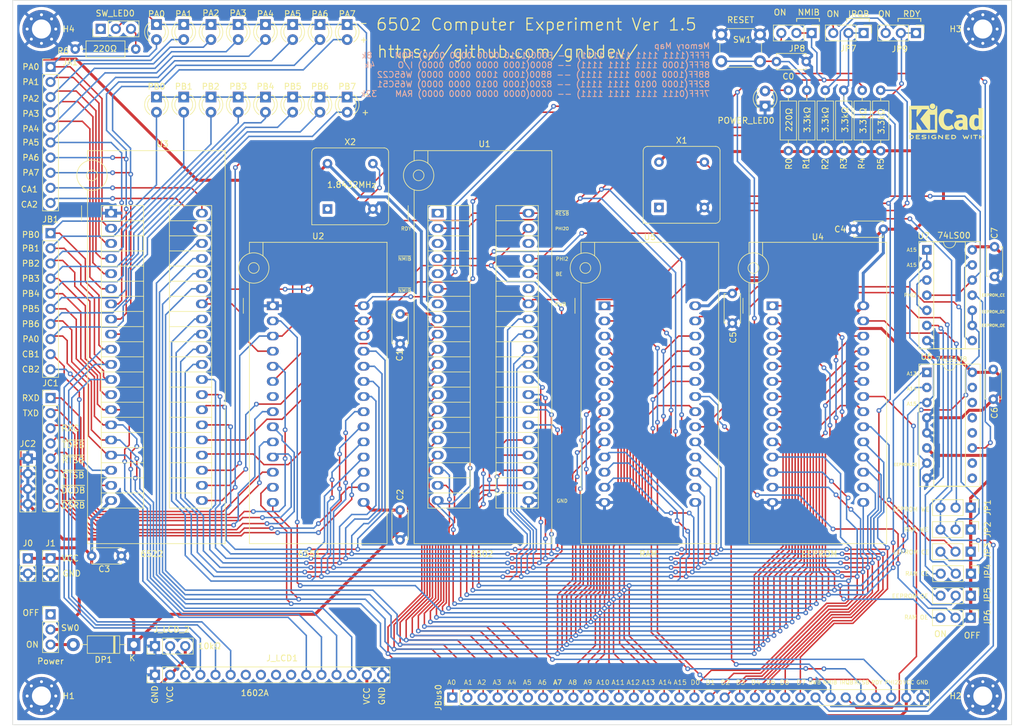
<source format=kicad_pcb>
(kicad_pcb (version 20211014) (generator pcbnew)
  (title_block (title "6502 Computer Experiment Ver 1.5") (company "GNBDEV"))
  (layers (0 "F.Cu" signal) (31 "B.Cu" signal) (34 "B.Paste" user) (35 "F.Paste" user) (36 "B.SilkS" user "B.Silkscreen") (37 "F.SilkS" user "F.Silkscreen") (38 "B.Mask" user) (39 "F.Mask" user) (44 "Edge.Cuts" user))
  (net 0 "")
  (net 1 "/PA0")
  (net 2 "/PA1")
  (net 3 "/PA2")
  (net 4 "/PA3")
  (net 5 "/PA4")
  (net 6 "/PA5")
  (net 7 "/PA6")
  (net 8 "/PA7")
  (net 9 "/CA1")
  (net 10 "/CA2")
  (net 11 "/PB0")
  (net 12 "/PB1")
  (net 13 "/PB2")
  (net 14 "/PB3")
  (net 15 "/PB4")
  (net 16 "/PB5")
  (net 17 "/PB6")
  (net 18 "/PB7")
  (net 19 "/CB1")
  (net 20 "/CB2")
  (net 21 "/RXC")
  (net 22 "/~{RTSB}")
  (net 23 "/~{CTSB}")
  (net 24 "/~{TDRB}")
  (net 25 "/~{DCDB}")
  (net 26 "/~{DSRB}")
  (net 27 "/RXD")
  (net 28 "/TXD")
  (net 29 "GND")
  (net 30 "/RESB")
  (net 31 "+5V")
  (net 32 "/RDY")
  (net 33 "/~{IRQB}")
  (net 34 "/~{NMIB}")
  (net 35 "/BE")
  (net 40 "/A0")
  (net 41 "/A1")
  (net 42 "/A2")
  (net 43 "/A3")
  (net 44 "/A4")
  (net 45 "/A5")
  (net 46 "/A6")
  (net 47 "/A7")
  (net 48 "/A8")
  (net 49 "/A9")
  (net 50 "/A10")
  (net 51 "/A11")
  (net 52 "/A12")
  (net 53 "/A13")
  (net 54 "/A14")
  (net 55 "/A15")
  (net 56 "/D7")
  (net 57 "/D6")
  (net 58 "/D5")
  (net 59 "/D4")
  (net 60 "/D3")
  (net 61 "/D2")
  (net 62 "/D1")
  (net 63 "/D0")
  (net 64 "/RWB")
  (net 66 "/PHI2")
  (net 68 "/PHI2O")
  (net 69 "/~{VIA_ACIA_CSB}")
  (net 70 "/XTLI")
  (net 72 "/~{EEPROM_CE}")
  (net 73 "/~{EEPROM_OE}")
  (net 74 "/~{RAM_CE}")
  (net 75 "/EEPROM_WE_JP")
  (net 76 "Net-(U7-Pad3)")
  (net 77 "Net-(J0-Pad1)")
  (net 86 "Net-(J_LCD1-Pad3)")
  (net 91 "Net-(U7-Pad13)")
  (net 92 "Net-(DP1-Pad2)")
  (net 94 "Net-(POWER_LED0-Pad2)")
  (net 95 "/RAM_WE_JP")
  (net 96 "/EEPROM_CE_JP")
  (net 97 "/RAM_CE_JP")
  (net 98 "/EEPROM_OE_JP")
  (net 99 "/RAM_OE_JP")
  (net 100 "/SW_LED")
  (net 101 "Net-(R6-Pad2)")
  (net 103 "/IRQB_JP")
  (net 104 "/NMIB_JP")
  (net 105 "/RDY_JP")
  (footprint "Resistor_THT:R_Axial_DIN0207_L6.3mm_D2.5mm_P10.16mm_Horizontal" (layer "F.Cu") (at 211.1 50.42 -90)
    (fp_text reference "R3")
    (fp_text value "3.3k")
  )
  (footprint "Connector_PinHeader_2.54mm:PinHeader_1x10_P2.54mm_Vertical" (layer "F.Cu") (at 77.978 46.482)
    (fp_text reference "JA1")
    (fp_text value "Conn_01x10")
  )
  (footprint "Capacitor_THT:C_Disc_D4.7mm_W2.5mm_P5.00mm" (layer "F.Cu") (at 136.64 120.92 -90)
    (fp_text reference "C2")
    (fp_text value "104")
  )
  (footprint "LED_THT:LED_D3.0mm" (layer "F.Cu") (at 104.902 39.37 -90)
    (fp_text reference "PA2")
    (fp_text value "LED")
  )
  (footprint "Connector_PinHeader_2.54mm:PinHeader_1x03_P2.54mm_Vertical" (layer "F.Cu") (at 214.425 40.8 -90)
    (fp_text reference "JP7")
    (fp_text value "Conn_01x03")
  )
  (footprint "LED_THT:LED_D3.0mm" (layer "F.Cu") (at 118.618 51.557 -90)
    (fp_text reference "PB5")
    (fp_text value "LED")
  )
  (footprint "LED_THT:LED_D3.0mm" (layer "F.Cu") (at 100.33 39.365 -90)
    (fp_text reference "PA1")
    (fp_text value "LED")
  )
  (footprint "Connector_PinHeader_2.54mm:PinHeader_1x03_P2.54mm_Vertical" (layer "F.Cu") (at 86.4 40.1 90)
    (fp_text reference "SW_LED0")
    (fp_text value "SW_SPDT")
  )
  (footprint "Resistor_THT:R_Axial_DIN0207_L6.3mm_D2.5mm_P10.16mm_Horizontal" (layer "F.Cu") (at 201.8 60.58 90)
    (fp_text reference "R0")
    (fp_text value "220")
  )
  (footprint "Connector_PinHeader_2.54mm:PinHeader_1x02_P2.54mm_Vertical" (layer "F.Cu") (at 77.978 129.032)
    (fp_text reference "J1")
    (fp_text value "Conn_01x02")
  )
  (footprint "Capacitor_THT:C_Disc_D4.7mm_W2.5mm_P5.00mm" (layer "F.Cu") (at 217.75 73.75 180)
    (fp_text reference "C4")
    (fp_text value "104")
  )
  (footprint "LED_THT:LED_D3.0mm" (layer "F.Cu") (at 109.474 51.557 -90)
    (fp_text reference "PB3")
    (fp_text value "LED")
  )
  (footprint "Connector_PinHeader_2.54mm:PinHeader_1x03_P2.54mm_Vertical" (layer "F.Cu") (at 232.41 124.19 -90)
    (fp_text reference "JP2")
    (fp_text value "Conn_01x03")
  )
  (footprint "LED_THT:LED_D3.0mm" (layer "F.Cu") (at 197.9 53.075 90)
    (fp_text reference "POWER_LED0")
    (fp_text value "Power")
  )
  (footprint "Connector_PinHeader_2.54mm:PinHeader_1x03_P2.54mm_Vertical" (layer "F.Cu") (at 223.225 40.8 -90)
    (fp_text reference "JP9")
    (fp_text value "Conn_01x03")
  )
  (footprint "Socket:3M_Textool_240-1288-00-0602J_2x20_P2.54mm" (layer "F.Cu") (at 88.138 71.054)
    (fp_text reference "U3")
    (fp_text value "W65C22S6TPG-14")
  )
  (footprint "Connector_PinHeader_2.54mm:PinHeader_1x03_P2.54mm_Vertical" (layer "F.Cu") (at 232.41 120.506 -90)
    (fp_text reference "JP1")
    (fp_text value "Conn_01x03")
  )
  (footprint "LED_THT:LED_D3.0mm" (layer "F.Cu") (at 118.618 39.37 -90)
    (fp_text reference "PA5")
    (fp_text value "LED")
  )
  (footprint "Connector_PinHeader_2.54mm:PinHeader_1x08_P2.54mm_Vertical" (layer "F.Cu") (at 77.978 102.108)
    (fp_text reference "JC1")
    (fp_text value "Conn_01x08")
  )
  (footprint "Connector_PinHeader_2.54mm:PinHeader_1x03_P2.54mm_Vertical" (layer "F.Cu") (at 232.45 131.6 -90)
    (fp_text reference "JP4")
    (fp_text value "Conn_01x03")
  )
  (footprint "LED_THT:LED_D3.0mm" (layer "F.Cu") (at 127.762 51.562 -90)
    (fp_text reference "PB7")
    (fp_text value "LED")
  )
  (footprint "MountingHole:MountingHole_3.2mm_M3_Pad_Via" (layer "F.Cu") (at 234.442 40.132)
    (fp_text reference "H3")
    (fp_text value "MountingHole_Pad")
  )
  (footprint "LED_THT:LED_D3.0mm" (layer "F.Cu") (at 123.19 39.37 -90)
    (fp_text reference "PA6")
    (fp_text value "LED")
  )
  (footprint "MountingHole:MountingHole_3.2mm_M3_Pad_Via" (layer "F.Cu") (at 76.454 152.146)
    (fp_text reference "H1")
    (fp_text value "MountingHole_Pad")
  )
  (footprint "Oscillator:Oscillator_DIP-8" (layer "F.Cu") (at 180.086 70.104)
    (fp_text reference "X1")
    (fp_text value "CXO_DIP8")
  )
  (footprint "LED_THT:LED_D3.0mm" (layer "F.Cu") (at 100.33 51.557 -90)
    (fp_text reference "PB1")
    (fp_text value "LED")
  )
  (footprint "MountingHole:MountingHole_3.2mm_M3_Pad_Via" (layer "F.Cu") (at 234.442 152.146)
    (fp_text reference "H2")
    (fp_text value "MountingHole_Pad")
  )
  (footprint "Socket:3M_Textool_240-1288-00-0602J_2x20_P2.54mm" (layer "F.Cu") (at 142.9525 71.054)
    (fp_text reference "U1")
    (fp_text value "W65C02S6TPG-14")
  )
  (footprint "Socket:DIP_Socket-28_W11.9_W12.7_W15.24_W17.78_W18.5_3M_228-1277-00-0602J" (layer "F.Cu") (at 199.136 86.614)
    (fp_text reference "U4")
    (fp_text value "AT28C64B-15PU")
  )
  (footprint "Connector_PinHeader_2.54mm:PinHeader_1x16_P2.54mm_Vertical" (layer "F.Cu") (at 95.504 148.59 90)
    (fp_text reference "J_LCD1")
    (fp_text value "Conn_01x16")
  )
  (footprint "Connector_PinHeader_2.54mm:PinHeader_1x10_P2.54mm_Vertical" (layer "F.Cu") (at 77.978 74.422)
    (fp_text reference "JB1")
    (fp_text value "Conn_01x10")
  )
  (footprint "Connector_PinHeader_2.54mm:PinHeader_1x03_P2.54mm_Vertical" (layer "F.Cu") (at 205.7 40.8 -90)
    (fp_text reference "JP8")
    (fp_text value "Conn_01x03")
  )
  (footprint "Capacitor_THT:C_Disc_D4.7mm_W2.5mm_P5.00mm" (layer "F.Cu") (at 199.8 45.6)
    (fp_text reference "C0")
    (fp_text value "105")
  )
  (footprint "Connector_PinHeader_2.54mm:PinHeader_1x03_P2.54mm_Vertical" (layer "F.Cu") (at 77.978 138.43)
    (fp_text reference "SW0")
    (fp_text value "SW_SPDT")
  )
  (footprint "Resistor_THT:R_Axial_DIN0207_L6.3mm_D2.5mm_P10.16mm_Horizontal" (layer "F.Cu") (at 214.2 50.42 -90)
    (fp_text reference "R4")
    (fp_text value "3.3k")
  )
  (footprint "LED_THT:LED_D3.0mm" (layer "F.Cu") (at 127.762 39.37 -90)
    (fp_text reference "PA7")
    (fp_text value "LED")
  )
  (footprint "Capacitor_THT:C_Disc_D4.7mm_W2.5mm_P5.00mm" (layer "F.Cu") (at 236.4 76.7 -90)
    (fp_text reference "C7")
    (fp_text value "104")
  )
  (footprint "Diode_THT:D_DO-41_SOD81_P10.16mm_Horizontal" (layer "F.Cu") (at 91.948 143.51 180)
    (fp_text reference "DP1")
    (fp_text value "1N5819")
  )
  (footprint "LED_THT:LED_D3.0mm" (layer "F.Cu") (at 114.046 51.562 -90)
    (fp_text reference "PB4")
    (fp_text value "LED")
  )
  (footprint "LED_THT:LED_D3.0mm" (layer "F.Cu") (at 104.902 51.557 -90)
    (fp_text reference "PB2")
    (fp_text value "LED")
  )
  (footprint "MountingHole:MountingHole_3.2mm_M3_Pad_Via" (layer "F.Cu") (at 76.454 40.132)
    (fp_text reference "H4")
    (fp_text value "MountingHole_Pad")
  )
  (footprint "Connector_PinHeader_2.54mm:PinHeader_1x32_P2.54mm_Vertical" (layer "F.Cu") (at 145.4 152.4 90)
    (fp_text reference "JBus0")
    (fp_text value "Conn_01x32")
  )
  (footprint "Resistor_THT:R_Axial_DIN0207_L6.3mm_D2.5mm_P10.16mm_Horizontal" (layer "F.Cu") (at 208 50.42 -90)
    (fp_text reference "R2")
    (fp_text value "3.3k")
  )
  (footprint "Capacitor_THT:C_Disc_D4.7mm_W2.5mm_P5.00mm" (layer "F.Cu") (at 236.2 97.3 -90)
    (fp_text reference "C6")
    (fp_text value "104")
  )
  (footprint "Connector_PinHeader_2.54mm:PinHeader_1x04_P2.54mm_Vertical" (layer "F.Cu") (at 74.168 112.278)
    (fp_text reference "JC2")
    (fp_text value "Conn_01x04")
  )
  (footprint "LED_THT:LED_D3.0mm" (layer "F.Cu") (at 123.19 51.557 -90)
    (fp_text reference "PB6")
    (fp_text value "LED")
  )
  (footprint "Connector_PinHeader_2.54mm:PinHeader_1x03_P2.54mm_Vertical" (layer "F.Cu") (at 95.504 143.764 90)
    (fp_text reference "J_LCD_2")
    (fp_text value "Conn_01x03")
  )
  (footprint "Connector_PinHeader_2.54mm:PinHeader_1x03_P2.54mm_Vertical" (layer "F.Cu") (at 232.4 139 -90)
    (fp_text reference "JP6")
    (fp_text value "Conn_01x03")
  )
  (footprint "Capacitor_THT:C_Disc_D4.7mm_W2.5mm_P5.00mm" (layer "F.Cu") (at 192.4 84.54 -90)
    (fp_text reference "C5")
    (fp_text value "104")
  )
  (footprint "Connector_PinHeader_2.54mm:PinHeader_1x03_P2.54mm_Vertical" (layer "F.Cu") (at 232.425 135.3 -90)
    (fp_text reference "JP5")
    (fp_text value "Conn_01x03")
  )
  (footprint "LED_THT:LED_D3.0mm" (layer "F.Cu") (at 95.758 39.37 -90)
    (fp_text reference "PA0")
    (fp_text value "LED")
  )
  (footprint "Capacitor_THT:C_Disc_D4.7mm_W2.5mm_P5.00mm" (layer "F.Cu") (at 136.65 87.99 -90)
    (fp_text reference "C1")
    (fp_text value "104")
  )
  (footprint "Oscillator:Oscillator_DIP-8" (layer "F.Cu") (at 124.46 70.358)
    (fp_text reference "X2")
    (fp_text value "CXO_DIP8")
  )
  (footprint "Connector_PinHeader_2.54mm:PinHeader_1x02_P2.54mm_Vertical" (layer "F.Cu") (at 74.168 129.032)
    (fp_text reference "J0")
    (fp_text value "Conn_01x02")
  )
  (footprint "Symbol:KiCad-Logo2_5mm_SilkScreen" (layer "F.Cu") (at 228.346 55.626)
    (fp_text reference "KiCadLOGO1" hide)
    (fp_text value "Logo_Open_Hardware_Large" hide)
  )
  (footprint "Resistor_THT:R_Axial_DIN0207_L6.3mm_D2.5mm_P10.16mm_Horizontal" (layer "F.Cu") (at 204.9 50.42 -90)
    (fp_text reference "R1")
    (fp_text value "3.3k")
  )
  (footprint "LED_THT:LED_D3.0mm" (layer "F.Cu") (at 109.474 39.37 -90)
    (fp_text reference "PA3")
    (fp_text value "LED")
  )
  (footprint "LED_THT:LED_D3.0mm" (layer "F.Cu") (at 95.758 51.557 -90)
    (fp_text reference "PB0")
    (fp_text value "LED")
  )
  (footprint "Resistor_THT:R_Axial_DIN0207_L6.3mm_D2.5mm_P10.16mm_Horizontal" (layer "F.Cu") (at 217.3 50.42 -90)
    (fp_text reference "R5")
    (fp_text value "3.3k")
  )
  (footprint "Socket:DIP_Socket-28_W11.9_W12.7_W15.24_W17.78_W18.5_3M_228-1277-00-0602J" (layer "F.Cu") (at 115.2815 86.614)
    (fp_text reference "U2")
    (fp_text value "W65C51N6TPG-14")
  )
  (footprint "Resistor_THT:R_Axial_DIN0207_L6.3mm_D2.5mm_P10.16mm_Horizontal" (layer "F.Cu") (at 82.12 43.5)
    (fp_text reference "R6")
    (fp_text value "220")
  )
  (footprint "Capacitor_THT:C_Disc_D4.7mm_W2.5mm_P5.00mm" (layer "F.Cu") (at 84.88 128.62)
    (fp_text reference "C3")
    (fp_text value "104")
  )
  (footprint "Package_DIP:DIP-16_W7.62mm_Socket" (layer "F.Cu") (at 225.054 97.79)
    (fp_text reference "U6")
    (fp_text value "74LS138")
  )
  (footprint "Package_DIP:DIP-14_W7.62mm_Socket" (layer "F.Cu") (at 225.044 77.216)
    (fp_text reference "U7")
    (fp_text value "74LS00")
  )
  (footprint "Connector_PinHeader_2.54mm:PinHeader_1x03_P2.54mm_Vertical" (layer "F.Cu") (at 232.4 127.9 -90)
    (fp_text reference "JP3")
    (fp_text value "Conn_01x03")
  )
  (footprint "Socket:DIP_Socket-28_W11.9_W12.7_W15.24_W17.78_W18.5_3M_228-1277-00-0602J" (layer "F.Cu") (at 170.942 86.614)
    (fp_text reference "U5")
    (fp_text value "AS6C62256-55PCN")
  )
  (footprint "Button_Switch_THT:SW_PUSH_6mm" (layer "F.Cu") (at 197.05 45.55 180)
    (fp_text reference "SW1")
    (fp_text value "SW_Push")
  )
  (footprint "LED_THT:LED_D3.0mm" (layer "F.Cu") (at 114.046 39.37 -90)
    (fp_text reference "PA4")
    (fp_text value "LED")
  )
  (gr_line (start 207.01 38.354) (end 207.01 38.862) (layer "F.SilkS") (width 0.15))
  (gr_line (start 220.218 38.354) (end 224.028 38.354) (layer "F.SilkS") (width 0.15))
  (gr_line (start 220.218 38.354) (end 220.218 38.862) (layer "F.SilkS") (width 0.15))
  (gr_line (start 203.2 38.354) (end 207.01 38.354) (layer "F.SilkS") (width 0.15))
  (gr_line (start 203.2 38.354) (end 203.2 38.862) (layer "F.SilkS") (width 0.15))
  (gr_line (start 224.028 38.354) (end 224.028 38.862) (layer "F.SilkS") (width 0.15))
  (gr_line (start 211.582 38.354) (end 215.392 38.354) (layer "F.SilkS") (width 0.15))
  (gr_line (start 215.392 38.354) (end 215.392 38.862) (layer "F.SilkS") (width 0.15))
  (gr_line (start 211.582 38.354) (end 211.582 38.862) (layer "F.SilkS") (width 0.15))
  (gr_rect (start 71.628 35.306) (end 239.268 156.972) (layer "Edge.Cuts") (width 0.1) (fill none))
  (gr_text "Memory Map\nFFFF(1111 1111 1111 1111) -- E000(1110 0000 0000 0000) ROM     8k\n8FFF(1000 1111 1111 1111) -- 8000(1000 0000 0000 0000) I/O     4k\n88FF(1000 1000 1111 1111) -- 8800(1000 1000 0000 0000) W65C22\n82FF(1000 0010 1111 1111) -- 8200(1000 0010 0000 0000) W65C51\n7FFF(0111 1111 1111 1111) -- 0000(0000 0000 0000 0000) RAM    32k" (at 188.722 46.99) (layer "B.SilkS") (effects (font (size 1 1)) (justify left mirror)))
  (gr_text "3.3kΩ" (at 217.424 55.626 90) (layer "F.SilkS") (effects (font (size 1 1))))
  (gr_text "1.8432MHz" (at 128.524 66.294) (layer "F.SilkS") (effects (font (size 1 1))))
  (gr_text "~{NMIB}" (at 137.414 78.74) (layer "F.SilkS") (effects (font (size 0.6 0.6) (thickness 0.1))))
  (gr_text "6522" (at 94.996 128.27) (layer "F.SilkS") (effects (font (size 1 1))))
  (gr_text "A4" (at 155.448 149.86) (layer "F.SilkS") (effects (font (size 0.8 0.8) (thickness 0.1))))
  (gr_text "VCC" (at 221.996 149.86) (layer "F.SilkS") (effects (font (size 0.65 0.65) (thickness 0.1))))
  (gr_text "A11" (at 173.228 149.86) (layer "F.SilkS") (effects (font (size 0.8 0.8) (thickness 0.1))))
  (gr_text "PB3" (at 74.676 82.042) (layer "F.SilkS") (effects (font (size 1 1))))
  (gr_text "D4" (at 196.342 149.86) (layer "F.SilkS") (effects (font (size 0.8 0.8) (thickness 0.1))))
  (gr_text "PA6" (at 74.676 61.722) (layer "F.SilkS") (effects (font (size 1 1))))
  (gr_text "TXD" (at 74.676 104.648) (layer "F.SilkS") (effects (font (size 1 1))))
  (gr_text "PA3" (at 74.676 54.356) (layer "F.SilkS") (effects (font (size 1 1))))
  (gr_text "https://github.com/gnbdev/" (at 154.686 43.942) (layer "F.SilkS") (effects (font (size 2 2) (thickness 0.2))))
  (gr_text "~{DCDB}" (at 81.788 117.602) (layer "F.SilkS") (effects (font (size 1 1))))
  (gr_text "CA1" (at 74.422 67.056) (layer "F.SilkS") (effects (font (size 1 1))))
  (gr_text "D2" (at 191.262 149.86) (layer "F.SilkS") (effects (font (size 0.8 0.8) (thickness 0.1))))
  (gr_text "PA0" (at 74.676 46.482) (layer "F.SilkS") (effects (font (size 1 1))))
  (gr_text "VCC" (at 131.049 152.146 90) (layer "F.SilkS") (effects (font (size 1 1))))
  (gr_text "A9" (at 168.148 149.86) (layer "F.SilkS") (effects (font (size 0.8 0.8) (thickness 0.1))))
  (gr_text "74LS138" (at 229.2 95.59) (layer "F.SilkS") (effects (font (size 0.8 0.8) (thickness 0.1))))
  (gr_text "A12" (at 175.768 149.86) (layer "F.SilkS") (effects (font (size 0.8 0.8) (thickness 0.1))))
  (gr_text "A5" (at 157.988 149.86) (layer "F.SilkS") (effects (font (size 0.8 0.8) (thickness 0.1))))
  (gr_text "RXC" (at 81.28 107.188) (layer "F.SilkS") (effects (font (size 1 1))))
  (gr_text "PA4" (at 74.676 56.896) (layer "F.SilkS") (effects (font (size 1 1))))
  (gr_text "A14" (at 222.504 100.54) (layer "F.SilkS") (effects (font (size 0.6 0.6) (thickness 0.1))))
  (gr_text "6551" (at 121.412 128.27) (layer "F.SilkS") (effects (font (size 1 1))))
  (gr_text "OFF" (at 232.664 141.986) (layer "F.SilkS") (effects (font (size 1 1))))
  (gr_text "+" (at 130.81 54.102) (layer "F.SilkS") (effects (font (size 1 1))))
  (gr_text "ON" (at 227.33 141.732) (layer "F.SilkS") (effects (font (size 1 1))))
  (gr_text "~{CTSB}" (at 81.788 115.062) (layer "F.SilkS") (effects (font (size 1 1))))
  (gr_text "IRQB" (at 213.614 37.592) (layer "F.SilkS") (effects (font (size 1 1))))
  (gr_text "3.3kΩ" (at 214.376 55.5 90) (layer "F.SilkS") (effects (font (size 1 1))))
  (gr_text "RDY" (at 216.662 149.86) (layer "F.SilkS") (effects (font (size 0.65 0.65) (thickness 0.1))))
  (gr_text "A15" (at 183.642 149.86) (layer "F.SilkS") (effects (font (size 0.8 0.8) (thickness 0.1))))
  (gr_text "PA1" (at 74.676 49.022) (layer "F.SilkS") (effects (font (size 1 1))))
  (gr_text "PB2" (at 74.676 79.502) (layer "F.SilkS") (effects (font (size 1 1))))
  (gr_text "D7" (at 203.962 149.86) (layer "F.SilkS") (effects (font (size 0.8 0.8) (thickness 0.1))))
  (gr_text "~{NMIB}" (at 137.414 84.074) (layer "F.SilkS") (effects (font (size 0.6 0.6) (thickness 0.1))))
  (gr_text "A0" (at 145.288 149.86) (layer "F.SilkS") (effects (font (size 0.8 0.8) (thickness 0.1))))
  (gr_text "EEPROM_OE" (at 221.488 113.284) (layer "F.SilkS") (effects (font (size 0.45 0.45) (thickness 0.1))))
  (gr_text "74LS00" (at 229.6 74.8) (layer "F.SilkS") (effects (font (size 1 1))))
  (gr_text "EEPROM_CE" (at 236.22 84.836) (layer "F.SilkS") (effects (font (size 0.45 0.45) (thickness 0.1))))
  (gr_text "220Ω" (at 201.93 55.372 90) (layer "F.SilkS") (effects (font (size 1 1))))
  (gr_text "A13" (at 222.504 98) (layer "F.SilkS") (effects (font (size 0.6 0.6) (thickness 0.1))))
  (gr_text "EEPROM" (at 207.01 128.27) (layer "F.SilkS") (effects (font (size 1 1))))
  (gr_text "A3" (at 152.908 149.86) (layer "F.SilkS") (effects (font (size 0.8 0.8) (thickness 0.1))))
  (gr_text "A7" (at 163.068 149.86) (layer "F.SilkS") (effects (font (size 0.8 0.8))))
  (gr_text "3.3kΩ" (at 211.328 55.372 90) (layer "F.SilkS") (effects (font (size 1 1))))
  (gr_text "EEPROM CE\n" (at 222.4 128) (layer "F.SilkS") (effects (font (size 0.7 0.7) (thickness 0.1))))
  (gr_text "-" (at 130.556 39.116) (layer "F.SilkS") (effects (font (size 1 1))))
  (gr_text "GND" (at 224.282 149.86) (layer "F.SilkS") (effects (font (size 0.65 0.65) (thickness 0.1))))
  (gr_text "A2" (at 150.368 149.86) (layer "F.SilkS") (effects (font (size 0.8 0.8) (thickness 0.1))))
  (gr_text "A15" (at 222.504 79.756) (layer "F.SilkS") (effects (font (size 0.6 0.6) (thickness 0.1))))
  (gr_text "RWB" (at 206.248 149.86) (layer "F.SilkS") (effects (font (size 0.65 0.65) (thickness 0.1))))
  (gr_text "PA5" (at 74.676 59.182) (layer "F.SilkS") (effects (font (size 1 1))))
  (gr_text "RAM" (at 178.308 128.27) (layer "F.SilkS") (effects (font (size 1 1))))
  (gr_text "PB0" (at 74.676 74.676) (layer "F.SilkS") (effects (font (size 1 1))))
  (gr_text "3.3kΩ" (at 204.978 55.372 90) (layer "F.SilkS") (effects (font (size 1 1))))
  (gr_text "-" (at 130.81 51.054) (layer "F.SilkS") (effects (font (size 1 1))))
  (gr_text "ON" (at 74.93 143.51) (layer "F.SilkS") (effects (font (size 1 1))))
  (gr_text "RDY" (at 222.504 37.592) (layer "F.SilkS") (effects (font (size 1 1))))
  (gr_text "EEPROM OE" (at 222.25 135.382) (layer "F.SilkS") (effects (font (size 0.7 0.7) (thickness 0.1))))
  (gr_text "Power" (at 77.978 146.304) (layer "F.SilkS") (effects (font (size 1 1))))
  (gr_text "ON" (at 200.406 37.338) (layer "F.SilkS") (effects (font (size 1 1))))
  (gr_text "CB2" (at 74.676 97.282) (layer "F.SilkS") (effects (font (size 1 1))))
  (gr_text "NMIB" (at 205.232 37.338) (layer "F.SilkS") (effects (font (size 1 1))))
  (gr_text "A6" (at 160.528 149.86) (layer "F.SilkS") (effects (font (size 0.8 0.8) (thickness 0.1))))
  (gr_text "~{RTSB}" (at 81.788 112.522) (layer "F.SilkS") (effects (font (size 1 1))))
  (gr_text "IRQB" (at 211.582 149.86) (layer "F.SilkS") (effects (font (size 0.65 0.65) (thickness 0.1))))
  (gr_text "EEPROM WE" (at 222.4 120.8) (layer "F.SilkS") (effects (font (size 0.7 0.7) (thickness 0.1))))
  (gr_text "RXD" (at 74.676 102.108) (layer "F.SilkS") (effects (font (size 1 1))))
  (gr_text "GND" (at 163.83 119.38) (layer "F.SilkS") (effects (font (size 0.6 0.6) (thickness 0.1))))
  (gr_text "A13" (at 178.308 149.86) (layer "F.SilkS") (effects (font (size 0.8 0.8) (thickness 0.1))))
  (gr_text "EEPROM_OE" (at 236.22 89.916) (layer "F.SilkS") (effects (font (size 0.45 0.45) (thickness 0.1))))
  (gr_text "PA7" (at 74.676 64.262) (layer "F.SilkS") (effects (font (size 1 1))))
  (gr_text "+" (at 130.556 41.91) (layer "F.SilkS") (effects (font (size 1 1))))
  (gr_text "PA2" (at 74.676 51.816) (layer "F.SilkS") (effects (font (size 1 1))))
  (gr_text "GND" (at 81.534 131.572) (layer "F.SilkS") (effects (font (size 1 1))))
  (gr_text "RESET" (at 193.802 38.608) (layer "F.SilkS") (effects (font (size 1 1))))
  (gr_text "A10" (at 170.688 149.86) (layer "F.SilkS") (effects (font (size 0.8 0.8) (thickness 0.1))))
  (gr_text "6502 Computer Experiment Ver 1.5" (at 159.512 39.37) (layer "F.SilkS") (effects (font (size 2 2) (thickness 0.2))))
  (gr_text "RWB" (at 163.576 86.36) (layer "F.SilkS") (effects (font (size 0.6 0.6) (thickness 0.1))))
  (gr_text "PB1" (at 74.676 76.962) (layer "F.SilkS") (effects (font (size 1 1))))
  (gr_text "OFF" (at 74.676 138.176) (layer "F.SilkS") (effects (font (size 1 1))))
  (gr_text "220Ω" (at 87.122 43.434) (layer "F.SilkS") (effects (font (size 1 1))))
  (gr_text "D5" (at 198.882 149.86) (layer "F.SilkS") (effects (font (size 0.8 0.8) (thickness 0.1))))
  (gr_text "A8" (at 165.608 149.86) (layer "F.SilkS") (effects (font (size 0.8 0.8) (thickness 0.1))))
  (gr_text "1602A" (at 112.253 151.638) (layer "F.SilkS") (effects (font (size 1 1))))
  (gr_text "RAM OE" (at 223.266 138.938) (layer "F.SilkS") (effects (font (size 0.7 0.7) (thickness 0.1))))
  (gr_text "10kΩ" (at 104.648 143.764) (layer "F.SilkS") (effects (font (size 1 1))))
  (gr_text "PB4" (at 74.676 84.582) (layer "F.SilkS") (effects (font (size 1 1))))
  (gr_text "EEPROM_OE" (at 236.22 87.63) (layer "F.SilkS") (effects (font (size 0.45 0.45) (thickness 0.1))))
  (gr_text "VCC" (at 98.022257 151.88156 90) (layer "F.SilkS") (effects (font (size 1 1))))
  (gr_text "~{DSRB}" (at 81.788 120.142) (layer "F.SilkS") (effects (font (size 1 1))))
  (gr_text "PHI2" (at 163.83 78.74) (layer "F.SilkS") (effects (font (size 0.6 0.6) (thickness 0.1))))
  (gr_text "PHI2O" (at 163.83 73.66) (layer "F.SilkS") (effects (font (size 0.5 0.5) (thickness 0.1))))
  (gr_text "~{RESB}" (at 163.83 71.12) (layer "F.SilkS") (effects (font (size 0.6 0.6) (thickness 0.1))))
  (gr_text "D0" (at 186.182 149.86) (layer "F.SilkS") (effects (font (size 0.8 0.8) (thickness 0.1))))
  (gr_text "~{TDRB}" (at 81.788 109.982) (layer "F.SilkS") (effects (font (size 1 1))))
  (gr_text "NMIB" (at 208.788 149.86) (layer "F.SilkS") (effects (font (size 0.65 0.65) (thickness 0.1))))
  (gr_text "PB5" (at 74.676 87.122) (layer "F.SilkS") (effects (font (size 1 1))))
  (gr_text "A14" (at 181.146389 149.86) (layer "F.SilkS") (effects (font (size 0.8 0.8) (thickness 0.1))))
  (gr_text "ON" (at 217.932 37.592) (layer "F.SilkS") (effects (font (size 1 1))))
  (gr_text "VCC" (at 81.28 129.032) (layer "F.SilkS") (effects (font (size 1 1))))
  (gr_text "RDY" (at 137.668 73.66) (layer "F.SilkS") (effects (font (size 0.6 0.6) (thickness 0.1))))
  (gr_text "CB1" (at 74.676 94.742) (layer "F.SilkS") (effects (font (size 1 1))))
  (gr_text "RAM WE\n" (at 223.266 124.206) (layer "F.SilkS") (effects (font (size 0.7 0.7) (thickness 0.1))))
  (gr_text "BE" (at 163.322 81.28) (layer "F.SilkS") (effects (font (size 0.6 0.6) (thickness 0.1))))
  (gr_text "D1" (at 188.722 149.86) (layer "F.SilkS") (effects (font (size 0.8 0.8) (thickness 0.1))))
  (gr_text "RAM CE" (at 223.4 131.6) (layer "F.SilkS") (effects (font (size 0.7 0.7) (thickness 0.1))))
  (gr_text "PHI2O" (at 219.456 149.86) (layer "F.SilkS") (effects (font (size 0.65 0.65) (thickness 0.1))))
  (gr_text "GND" (at 95.489 151.892 90) (layer "F.SilkS") (effects (font (size 1 1))))
  (gr_text "A15" (at 222.504 103.08) (layer "F.SilkS") (effects (font (size 0.6 0.6) (thickness 0.1))))
  (gr_text "PB6" (at 74.676 89.662) (layer "F.SilkS") (effects (font (size 1 1))))
  (gr_text "RESB" (at 214.122 149.86) (layer "F.SilkS") (effects (font (size 0.65 0.65) (thickness 0.1))))
  (gr_text "A1" (at 148.082 149.86) (layer "F.SilkS") (effects (font (size 0.8 0.8) (thickness 0.1))))
  (gr_text "GND" (at 133.589 152.146 90) (layer "F.SilkS") (effects (font (size 1 1))))
  (gr_text "D6" (at 201.168 149.86) (layer "F.SilkS") (effects (font (size 0.8 0.8) (thickness 0.1))))
  (gr_text "6502" (at 150.368 128.27) (layer "F.SilkS") (effects (font (size 1 1))))
  (gr_text "CA2" (at 74.422 69.596) (layer "F.SilkS") (effects (font (size 1 1))))
  (gr_text "D3" (at 193.802 149.86) (layer "F.SilkS") (effects (font (size 0.8 0.8) (thickness 0.1))))
  (gr_text "ON" (at 209.296 37.592) (layer "F.SilkS") (effects (font (size 1 1))))
  (gr_text "PA0" (at 74.676 92.202) (layer "F.SilkS") (effects (font (size 1 1))))
  (gr_text "3.3kΩ" (at 208.026 55.372 90) (layer "F.SilkS") (effects (font (size 1 1))))
  (gr_text "PHI2" (at 222.25 84.836) (layer "F.SilkS") (effects (font (size 0.6 0.6) (thickness 0.1))))
  (gr_text "A15" (at 222.504 77.216) (layer "F.SilkS") (effects (font (size 0.6 0.6) (thickness 0.1))))
  (segment (start 86.614 72.39) (end 86.614 51.816) (width 0.25) (layer "F.Cu") (net 1))
  (segment (start 87.818 73.594) (end 86.614 72.39) (width 0.25) (layer "F.Cu") (net 1))
  (segment (start 86.614 51.816) (end 81.28 46.482) (width 0.25) (layer "F.Cu") (net 1))
  (segment (start 81.28 46.482) (end 77.978 46.482) (width 0.25) (layer "F.Cu") (net 1))
  (segment (start 94.492 44.7) (end 95.758 43.434) (width 0.25) (layer "B.Cu") (net 1))
  (segment (start 95.758 43.434) (end 95.758 41.91) (width 0.25) (layer "B.Cu") (net 1))
  (segment (start 79.76 44.7) (end 94.492 44.7) (width 0.25) (layer "B.Cu") (net 1))
  (segment (start 77.978 46.482) (end 79.76 44.7) (width 0.25) (layer "B.Cu") (net 1))
  (segment (start 81.788 48.26) (end 78.74 48.26) (width 0.25) (layer "F.Cu") (net 2))
  (segment (start 86.106 74.93) (end 86.106 52.578) (width 0.25) (layer "F.Cu") (net 2))
  (segment (start 87.31 76.134) (end 86.106 74.93) (width 0.25) (layer "F.Cu") (net 2))
  (segment (start 86.106 52.578) (end 81.788 48.26) (width 0.25) (layer "F.Cu") (net 2))
  (segment (start 78.74 48.26) (end 77.978 49.022) (width 0.25) (layer "F.Cu") (net 2))
  (segment (start 94.808 45.4) (end 98.303 41.905) (width 0.25) (layer "B.Cu") (net 2))
  (segment (start 98.303 41.905) (end 100.33 41.905) (width 0.25) (layer "B.Cu") (net 2))
  (segment (start 81.6 45.4) (end 94.808 45.4) (width 0.25) (layer "B.Cu") (net 2))
  (segment (start 77.978 49.022) (end 81.6 45.4) (width 0.25) (layer "B.Cu") (net 2))
  (segment (start 82.296 50.546) (end 78.994 50.546) (width 0.25) (layer "F.Cu") (net 3))
  (segment (start 86.548 78.674) (end 85.598 77.724) (width 0.25) (layer "F.Cu") (net 3))
  (segment (start 85.598 53.848) (end 82.296 50.546) (width 0.25) (layer "F.Cu") (net 3))
  (segment (start 78.994 50.546) (end 77.978 51.562) (width 0.25) (layer "F.Cu") (net 3))
  (segment (start 88.138 78.674) (end 86.548 78.674) (width 0.25) (layer "F.Cu") (net 3))
  (segment (start 85.598 77.724) (end 85.598 53.848) (width 0.25) (layer "F.Cu") (net 3))
  (segment (start 77.978 51.562) (end 83.566 45.974) (width 0.25) (layer "B.Cu") (net 3))
  (segment (start 83.566 45.974) (end 95.25 45.974) (width 0.25) (layer "B.Cu") (net 3))
  (segment (start 95.25 45.974) (end 98.044 43.18) (width 0.25) (layer "B.Cu") (net 3))
  (segment (start 98.044 43.18) (end 103.632 43.18) (width 0.25) (layer "B.Cu") (net 3))
  (segment (start 103.632 43.18) (end 104.902 41.91) (width 0.25) (layer "B.Cu") (net 3))
  (segment (start 86.929 81.214) (end 85.09 79.375) (width 0.25) (layer "F.Cu") (net 4))
  (segment (start 82.55 52.324) (end 79.756 52.324) (width 0.25) (layer "F.Cu") (net 4))
  (segment (start 88.138 81.214) (end 86.929 81.214) (width 0.25) (layer "F.Cu") (net 4))
  (segment (start 79.756 52.324) (end 77.978 54.102) (width 0.25) (layer "F.Cu") (net 4))
  (segment (start 85.09 79.375) (end 85.09 54.864) (width 0.25) (layer "F.Cu") (net 4))
  (segment (start 85.09 54.864) (end 82.55 52.324) (width 0.25) (layer "F.Cu") (net 4))
  (segment (start 98.298 43.942) (end 107.442 43.942) (width 0.25) (layer "B.Cu") (net 4))
  (segment (start 85.344 46.736) (end 95.504 46.736) (width 0.25) (layer "B.Cu") (net 4))
  (segment (start 107.442 43.942) (end 109.474 41.91) (width 0.25) (layer "B.Cu") (net 4))
  (segment (start 77.978 54.102) (end 85.344 46.736) (width 0.25) (layer "B.Cu") (net 4))
  (segment (start 95.504 46.736) (end 98.298 43.942) (width 0.25) (layer "B.Cu") (net 4))
  (segment (start 86.548 83.754) (end 84.582 81.788) (width 0.25) (layer "F.Cu") (net 5))
  (segment (start 84.582 81.788) (end 84.582 56.896) (width 0.25) (layer "F.Cu") (net 5))
  (segment (start 83.312 55.626) (end 78.994 55.626) (width 0.25) (layer "F.Cu") (net 5))
  (segment (start 78.994 55.626) (end 77.978 56.642) (width 0.25) (layer "F.Cu") (net 5))
  (segment (start 88.138 83.754) (end 86.548 83.754) (width 0.25) (layer "F.Cu") (net 5))
  (segment (start 84.582 56.896) (end 83.312 55.626) (width 0.25) (layer "F.Cu") (net 5))
  (segment (start 87.122 47.498) (end 95.758 47.498) (width 0.25) (layer "B.Cu") (net 5))
  (segment (start 95.758 47.498) (end 98.552 44.704) (width 0.25) (layer "B.Cu") (net 5))
  (segment (start 111.252 44.704) (end 114.046 41.91) (width 0.25) (layer "B.Cu") (net 5))
  (segment (start 98.552 44.704) (end 111.252 44.704) (width 0.25) (layer "B.Cu") (net 5))
  (segment (start 77.978 56.642) (end 87.122 47.498) (width 0.25) (layer "B.Cu") (net 5))
  (segment (start 89.916 69.3045) (end 89.916 85.725) (width 0.25) (layer "F.Cu") (net 6))
  (segment (start 89.916 85.725) (end 89.347 86.294) (width 0.25) (layer "F.Cu") (net 6))
  (segment (start 89.347 86.294) (end 88.138 86.294) (width 0.25) (layer "F.Cu") (net 6))
  (via (at 89.916 69.3045) (size 0.8) (drill 0.4) (layers "F.Cu" "B.Cu") (net 6))
  (segment (start 96.013436 48.26) (end 98.807436 45.466) (width 0.25) (layer "B.Cu") (net 6))
  (segment (start 98.807436 45.466) (end 115.062 45.466) (width 0.25) (layer "B.Cu") (net 6))
  (segment (start 115.062 45.466) (end 118.618 41.91) (width 0.25) (layer "B.Cu") (net 6))
  (segment (start 88.9 48.26) (end 96.013436 48.26) (width 0.25) (layer "B.Cu") (net 6))
  (segment (start 77.978 59.182) (end 88.9 48.26) (width 0.25) (layer "B.Cu") (net 6))
  (segment (start 89.916 60.96) (end 88.138 59.182) (width 0.25) (layer "B.Cu") (net 6))
  (segment (start 89.916 69.3045) (end 89.916 60.96) (width 0.25) (layer "B.Cu") (net 6))
  (segment (start 88.138 59.182) (end 77.978 59.182) (width 0.25) (layer "B.Cu") (net 6))
  (segment (start 90.678 70.358) (end 90.678 87.884) (width 0.25) (layer "F.Cu") (net 7))
  (segment (start 89.728 88.834) (end 88.138 88.834) (width 0.25) (layer "F.Cu") (net 7))
  (segment (start 90.678 61.976) (end 90.424 61.722) (width 0.25) (layer "F.Cu") (net 7))
  (segment (start 90.678 87.884) (end 89.728 88.834) (width 0.25) (layer "F.Cu") (net 7))
  (segment (start 90.424 61.722) (end 88.392 61.722) (width 0.25) (layer "F.Cu") (net 7))
  (via (at 90.678 70.358) (size 0.8) (drill 0.4) (layers "F.Cu" "B.Cu") (net 7))
  (via (at 88.392 61.722) (size 0.8) (drill 0.4) (layers "F.Cu" "B.Cu") (net 7))
  (via (at 90.678 61.976) (size 0.8) (drill 0.4) (layers "F.Cu" "B.Cu") (net 7))
  (segment (start 87.376 57.15) (end 87.376 51.054) (width 0.25) (layer "B.Cu") (net 7))
  (segment (start 88.392 61.722) (end 77.978 61.722) (width 0.25) (layer "B.Cu") (net 7))
  (segment (start 96.266 49.022) (end 99.06 46.228) (width 0.25) (layer "B.Cu") (net 7))
  (segment (start 90.678 70.358) (end 90.678 61.976) (width 0.25) (layer "B.Cu") (net 7))
  (segment (start 118.872 46.228) (end 123.19 41.91) (width 0.25) (layer "B.Cu") (net 7))
  (segment (start 90.678 61.976) (end 90.678 60.452) (width 0.25) (layer "B.Cu") (net 7))
  (segment (start 90.678 60.452) (end 87.376 57.15) (width 0.25) (layer "B.Cu") (net 7))
  (segment (start 99.06 46.228) (end 118.872 46.228) (width 0.25) (layer "B.Cu") (net 7))
  (segment (start 89.408 49.022) (end 96.266 49.022) (width 0.25) (layer "B.Cu") (net 7))
  (segment (start 87.376 51.054) (end 89.408 49.022) (width 0.25) (layer "B.Cu") (net 7))
  (segment (start 91.44 89.662) (end 89.728 91.374) (width 0.25) (layer "F.Cu") (net 8))
  (segment (start 91.44 69.3045) (end 91.44 89.662) (width 0.25) (layer "F.Cu") (net 8))
  (segment (start 89.728 91.374) (end 88.138 91.374) (width 0.25) (layer "F.Cu") (net 8))
  (segment (start 91.44 64.516) (end 91.186 64.262) (width 0.25) (layer "F.Cu") (net 8))
  (segment (start 91.186 64.262) (end 88.392 64.262) (width 0.25) (layer "F.Cu") (net 8))
  (via (at 91.44 69.3045) (size 0.8) (drill 0.4) (layers "F.Cu" "B.Cu") (net 8))
  (via (at 91.44 64.516) (size 0.8) (drill 0.4) (layers "F.Cu" "B.Cu") (net 8))
  (via (at 88.392 64.262) (size 0.8) (drill 0.4) (layers "F.Cu" "B.Cu") (net 8))
  (segment (start 88.392 64.262) (end 77.978 64.262) (width 0.25) (layer "B.Cu") (net 8))
  (segment (start 120.396 46.99) (end 125.476 41.91) (width 0.25) (layer "B.Cu") (net 8))
  (segment (start 99.568 46.99) (end 120.396 46.99) (width 0.25) (layer "B.Cu") (net 8))
  (segment (start 96.774 49.784) (end 99.568 46.99) (width 0.25) (layer "B.Cu") (net 8))
  (segment (start 88.392 51.308) (end 89.916 49.784) (width 0.25) (layer "B.Cu") (net 8))
  (segment (start 91.44 69.3045) (end 91.44 64.516) (width 0.25) (layer "B.Cu") (net 8))
  (segment (start 91.44 64.516) (end 91.402511 64.478511) (width 0.25) (layer "B.Cu") (net 8))
  (segment (start 91.402511 60.160511) (end 88.392 57.15) (width 0.25) (layer "B.Cu") (net 8))
  (segment (start 125.476 41.91) (end 127.762 41.91) (width 0.25) (layer "B.Cu") (net 8))
  (segment (start 91.402511 64.478511) (end 91.402511 60.160511) (width 0.25) (layer "B.Cu") (net 8))
  (segment (start 89.916 49.784) (end 96.774 49.784) (width 0.25) (layer "B.Cu") (net 8))
  (segment (start 88.392 57.15) (end 88.392 51.308) (width 0.25) (layer "B.Cu") (net 8))
  (segment (start 101.6 66.802) (end 103.378 68.58) (width 0.25) (layer "F.Cu") (net 9))
  (segment (start 103.378 68.58) (end 103.378 71.054) (width 0.25) (layer "F.Cu") (net 9))
  (segment (start 88.392 66.802) (end 101.6 66.802) (width 0.25) (layer "F.Cu") (net 9))
  (via (at 88.392 66.802) (size 0.8) (drill 0.4) (layers "F.Cu" "B.Cu") (net 9))
  (segment (start 77.978 66.802) (end 88.392 66.802) (width 0.25) (layer "B.Cu") (net 9))
  (segment (start 88.392 68.58) (end 99.06 68.58) (width 0.25) (layer "F.Cu") (net 10))
  (segment (start 99.06 68.58) (end 101.092 70.612) (width 0.25) (layer "F.Cu") (net 10))
  (segment (start 101.092 70.612) (end 101.092 72.644) (width 0.25) (layer "F.Cu") (net 10))
  (segment (start 101.092 72.644) (end 102.042 73.594) (width 0.25) (layer "F.Cu") (net 10))
  (segment (start 102.042 73.594) (end 103.378 73.594) (width 0.25) (layer "F.Cu") (net 10))
  (via (at 88.392 68.58) (size 0.8) (drill 0.4) (layers "F.Cu" "B.Cu") (net 10))
  (segment (start 78.74 68.58) (end 88.392 68.58) (width 0.25) (layer "B.Cu") (net 10))
  (segment (start 77.978 69.342) (end 78.74 68.58) (width 0.25) (layer "B.Cu") (net 10))
  (segment (start 83.82 78.74) (end 79.502 74.422) (width 0.25) (layer "F.Cu") (net 11))
  (segment (start 83.82 82.55) (end 83.82 78.74) (width 0.25) (layer "F.Cu") (net 11))
  (segment (start 86.106 93.218) (end 86.106 84.836) (width 0.25) (layer "F.Cu") (net 11))
  (segment (start 79.502 74.422) (end 77.978 74.422) (width 0.25) (layer "F.Cu") (net 11))
  (segment (start 86.802 93.914) (end 86.106 93.218) (width 0.25) (layer "F.Cu") (net 11))
  (segment (start 86.106 84.836) (end 83.82 82.55) (width 0.25) (layer "F.Cu") (net 11))
  (segment (start 88.138 93.914) (end 86.802 93.914) (width 0.25) (layer "F.Cu") (net 11))
  (segment (start 103.124 142.494) (end 103.124 148.59) (width 0.25) (layer "B.Cu") (net 11))
  (segment (start 80.264 100.33) (end 80.264 135.636) (width 0.25) (layer "B.Cu") (net 11))
  (segment (start 89.670614 72.39) (end 95.758 66.302614) (width 0.25) (layer "B.Cu") (net 11))
  (segment (start 85.344 140.716) (end 101.346 140.716) (width 0.25) (layer "B.Cu") (net 11))
  (segment (start 95.758 66.302614) (end 95.758 54.097) (width 0.25) (layer "B.Cu") (net 11))
  (segment (start 86.68 93.914) (end 80.264 100.33) (width 0.25) (layer "B.Cu") (net 11))
  (segment (start 77.978 74.422) (end 80.01 72.39) (width 0.25) (layer "B.Cu") (net 11))
  (segment (start 101.346 140.716) (end 103.124 142.494) (width 0.25) (layer "B.Cu") (net 11))
  (segment (start 88.138 93.914) (end 86.68 93.914) (width 0.25) (layer "B.Cu") (net 11))
  (segment (start 80.264 135.636) (end 85.344 140.716) (width 0.25) (layer "B.Cu") (net 11))
  (segment (start 80.01 72.39) (end 89.670614 72.39) (width 0.25) (layer "B.Cu") (net 11))
  (segment (start 85.344 85.344) (end 83.058 83.058) (width 0.25) (layer "F.Cu") (net 12))
  (segment (start 83.058 83.058) (end 83.058 79.756) (width 0.25) (layer "F.Cu") (net 12))
  (segment (start 87.056 96.454) (end 85.344 94.742) (width 0.25) (layer "F.Cu") (net 12))
  (segment (start 88.138 96.454) (end 87.056 96.454) (width 0.25) (layer "F.Cu") (net 12))
  (segment (start 85.344 94.742) (end 85.344 85.344) (width 0.25) (layer "F.Cu") (net 12))
  (segment (start 83.058 79.756) (end 80.264 76.962) (width 0.25) (layer "F.Cu") (net 12))
  (segment (start 80.264 76.962) (end 77.978 76.962) (width 0.25) (layer "F.Cu") (net 12))
  (segment (start 88.559174 74.93) (end 89.46252 74.026654) (width 0.25) (layer "B.Cu") (net 12))
  (segment (start 100.33 62.992) (end 100.33 54.097) (width 0.25) (layer "B.Cu") (net 12))
  (segment (start 81.026 100.838) (end 81.026 135.636) (width 0.25) (layer "B.Cu") (net 12))
  (segment (start 81.026 135.636) (end 85.598 140.208) (width 0.25) (layer "B.Cu") (net 12))
  (segment (start 85.598 140.208) (end 102.616 140.208) (width 0.25) (layer "B.Cu") (net 12))
  (segment (start 85.41 96.454) (end 81.026 100.838) (width 0.25) (layer "B.Cu") (net 12))
  (segment (start 88.138 96.454) (end 85.41 96.454) (width 0.25) (layer "B.Cu") (net 12))
  (segment (start 102.616 140.208) (end 105.664 143.256) (width 0.25) (layer "B.Cu") (net 12))
  (segment (start 80.01 74.93) (end 88.559174 74.93) (width 0.25) (layer "B.Cu") (net 12))
  (segment (start 105.664 143.256) (end 105.664 148.59) (width 0.25) (layer "B.Cu") (net 12))
  (segment (start 89.46252 74.026654) (end 89.46252 73.85948) (width 0.25) (layer "B.Cu") (net 12))
  (segment (start 89.46252 73.85948) (end 100.33 62.992) (width 0.25) (layer "B.Cu") (net 12))
  (segment (start 77.978 76.962) (end 80.01 74.93) (width 0.25) (layer "B.Cu") (net 12))
  (segment (start 80.01 78.994) (end 78.486 78.994) (width 0.25) (layer "F.Cu") (net 13))
  (segment (start 84.582 95.25) (end 84.582 85.852) (width 0.25) (layer "F.Cu") (net 13))
  (segment (start 87.31 98.994) (end 86.868 98.552) (width 0.25) (layer "F.Cu") (net 13))
  (segment (start 84.582 85.852) (end 82.042 83.312) (width 0.25) (layer "F.Cu") (net 13))
  (segment (start 86.868 97.536) (end 84.582 95.25) (width 0.25) (layer "F.Cu") (net 13))
  (segment (start 82.042 81.026) (end 80.01 78.994) (width 0.25) (layer "F.Cu") (net 13))
  (segment (start 86.868 98.552) (end 86.868 97.536) (width 0.25) (layer "F.Cu") (net 13))
  (segment (start 82.042 83.312) (end 82.042 81.026) (width 0.25) (layer "F.Cu") (net 13))
  (segment (start 77.978 79.502) (end 80.01 77.47) (width 0.25) (layer "B.Cu") (net 13))
  (segment (start 90.17 76.708) (end 90.17 74.168) (width 0.25) (layer "B.Cu") (net 13))
  (segment (start 89.408 77.47) (end 90.17 76.708) (width 0.25) (layer "B.Cu") (net 13))
  (segment (start 103.378 139.7) (end 108.204 144.526) (width 0.25) (layer "B.Cu") (net 13))
  (segment (start 104.902 59.436) (end 104.902 54.097) (width 0.25) (layer "B.Cu") (net 13))
  (segment (start 81.534 135.382) (end 85.852 139.7) (width 0.25) (layer "B.Cu") (net 13))
  (segment (start 80.01 77.47) (end 89.408 77.47) (width 0.25) (layer "B.Cu") (net 13))
  (segment (start 85.852 139.7) (end 103.378 139.7) (width 0.25) (layer "B.Cu") (net 13))
  (segment (start 84.648 98.994) (end 81.534 102.108) (width 0.25) (layer "B.Cu") (net 13))
  (segment (start 88.138 98.994) (end 84.648 98.994) (width 0.25) (layer "B.Cu") (net 13))
  (segment (start 90.17 74.168) (end 104.902 59.436) (width 0.25) (layer "B.Cu") (net 13))
  (segment (start 81.534 102.108) (end 81.534 135.382) (width 0.25) (layer "B.Cu") (net 13))
  (segment (start 108.204 144.526) (end 108.204 148.59) (width 0.25) (layer "B.Cu") (net 13))
  (segment (start 79.248 82.042) (end 83.82 86.614) (width 0.25) (layer "F.Cu") (net 14))
  (segment (start 77.978 82.042) (end 79.248 82.042) (width 0.25) (layer "F.Cu") (net 14))
  (segment (start 87.056 101.534) (end 88.138 101.534) (width 0.25) (layer "F.Cu") (net 14))
  (segment (start 86.36 98.044) (end 86.36 100.838) (width 0.25) (layer "F.Cu") (net 14))
  (segment (start 83.82 86.614) (end 83.82 95.504) (width 0.25) (layer "F.Cu") (net 14))
  (segment (start 83.82 95.504) (end 86.36 98.044) (width 0.25) (layer "F.Cu") (net 14))
  (segment (start 86.36 100.838) (end 87.056 101.534) (width 0.25) (layer "F.Cu") (net 14))
  (segment (start 89.154 80.01) (end 91.186 77.978) (width 0.25) (layer "B.Cu") (net 14))
  (segment (start 91.186 74.168) (end 109.474 55.88) (width 0.25) (layer "B.Cu") (net 14))
  (segment (start 91.186 77.978) (end 91.186 74.168) (width 0.25) (layer "B.Cu") (net 14))
  (segment (start 80.01 80.01) (end 89.154 80.01) (width 0.25) (layer "B.Cu") (net 14))
  (segment (start 77.978 82.042) (end 80.01 80.01) (width 0.25) (layer "B.Cu") (net 14))
  (segment (start 109.474 55.88) (end 109.474 54.097) (width 0.25) (layer "B.Cu") (net 14))
  (segment (start 88.138 104.074) (end 86.802 104.074) (width 0.25) (layer "F.Cu") (net 15))
  (segment (start 85.852 103.124) (end 85.852 98.298) (width 0.25) (layer "F.Cu") (net 15))
  (segment (start 91.186 105.156) (end 90.104 104.074) (width 0.25) (layer "F.Cu") (net 15))
  (segment (start 90.424 112.776) (end 90.424 110.744) (width 0.25) (layer "F.Cu") (net 15))
  (segment (start 91.186 109.982) (end 91.186 105.156) (width 0.25) (layer "F.Cu") (net 15))
  (segment (start 90.424 110.744) (end 91.186 109.982) (width 0.25) (layer "F.Cu") (net 15))
  (segment (start 90.104 104.074) (end 88.138 104.074) (width 0.25) (layer "F.Cu") (net 15))
  (segment (start 83.058 87.63) (end 80.01 84.582) (width 0.25) (layer "F.Cu") (net 15))
  (segment (start 83.058 95.504) (end 83.058 87.63) (width 0.25) (layer "F.Cu") (net 15))
  (segment (start 80.01 84.582) (end 77.978 84.582) (width 0.25) (layer "F.Cu") (net 15))
  (segment (start 85.852 98.298) (end 83.058 95.504) (width 0.25) (layer "F.Cu") (net 15))
  (segment (start 86.802 104.074) (end 85.852 103.124) (width 0.25) (layer "F.Cu") (net 15))
  (via (at 90.424 112.776) (size 0.8) (drill 0.4) (layers "F.Cu" "B.Cu") (net 15))
  (segment (start 90.17 79.756) (end 91.948 77.978) (width 0.25) (layer "B.Cu") (net 15))
  (segment (start 117.856 138.938) (end 120.904 141.986) (width 0.25) (layer "B.Cu") (net 15))
  (segment (start 90.424 112.776) (end 90.424 117.602) (width 0.25) (layer "B.Cu") (net 15))
  (segment (start 110.49 55.88) (end 113.284 55.88) (width 0.25) (layer "B.Cu") (net 15))
  (segment (start 93.472 120.65) (end 93.472 132.842) (width 0.25) (layer "B.Cu") (net 15))
  (segment (start 90.17 81.534) (end 90.17 79.756) (width 0.25) (layer "B.Cu") (net 15))
  (segment (start 91.948 74.422) (end 110.49 55.88) (width 0.25) (layer "B.Cu") (net 15))
  (segment (start 113.284 55.88) (end 114.046 55.118) (width 0.25) (layer "B.Cu") (net 15))
  (segment (start 77.978 84.582) (end 80.01 82.55) (width 0.25) (layer "B.Cu") (net 15))
  (segment (start 89.154 82.55) (end 90.17 81.534) (width 0.25) (layer "B.Cu") (net 15))
  (segment (start 90.424 117.602) (end 93.472 120.65) (width 0.25) (layer "B.Cu") (net 15))
  (segment (start 91.948 77.978) (end 91.948 74.422) (width 0.25) (layer "B.Cu") (net 15))
  (segment (start 80.01 82.55) (end 89.154 82.55) (width 0.25) (layer "B.Cu") (net 15))
  (segment (start 114.046 55.118) (end 114.046 54.102) (width 0.25) (layer "B.Cu") (net 15))
  (segment (start 93.472 132.842) (end 99.568 138.938) (width 0.25) (layer "B.Cu") (net 15))
  (segment (start 99.568 138.938) (end 117.856 138.938) (width 0.25) (layer "B.Cu") (net 15))
  (segment (start 120.904 141.986) (end 120.904 148.59) (width 0.25) (layer "B.Cu") (net 15))
  (segment (start 85.344 98.552) (end 82.296 95.504) (width 0.25) (layer "F.Cu") (net 16))
  (segment (start 91.44 114.046) (end 91.44 111.252) (width 0.25) (layer "F.Cu") (net 16))
  (segment (start 86.802 106.614) (end 85.344 105.156) (width 0.25) (layer "F.Cu") (net 16))
  (segment (start 85.344 105.156) (end 85.344 98.552) (width 0.25) (layer "F.Cu") (net 16))
  (segment (start 88.138 106.614) (end 86.802 106.614) (width 0.25) (layer "F.Cu") (net 16))
  (segment (start 82.296 95.504) (end 82.296 88.9) (width 0.25) (layer "F.Cu") (net 16))
  (segment (start 80.518 87.122) (end 77.978 87.122) (width 0.25) (layer "F.Cu") (net 16))
  (segment (start 91.44 111.252) (end 92.456 110.236) (width 0.25) (layer "F.Cu") (net 16))
  (segment (start 82.296 88.9) (end 80.518 87.122) (width 0.25) (layer "F.Cu") (net 16))
  (via (at 92.456 110.236) (size 0.8) (drill 0.4) (layers "F.Cu" "B.Cu") (net 16))
  (via (at 91.44 114.046) (size 0.8) (drill 0.4) (layers "F.Cu" "B.Cu") (net 16))
  (segment (start 90.61952 79.942198) (end 92.71 77.851718) (width 0.25) (layer "B.Cu") (net 16))
  (segment (start 89.24852 85.24948) (end 90.61952 83.87848) (width 0.25) (layer "B.Cu") (net 16))
  (segment (start 92.71 77.851718) (end 92.71 74.676) (width 0.25) (layer "B.Cu") (net 16))
  (segment (start 92.71 74.676) (end 110.744 56.642) (width 0.25) (layer "B.Cu") (net 16))
  (segment (start 94.234 132.588) (end 100.076 138.43) (width 0.25) (layer "B.Cu") (net 16))
  (segment (start 92.456 108.966) (end 90.104 106.614) (width 0.25) (layer "B.Cu") (net 16))
  (segment (start 123.444 142.24) (end 123.444 148.59) (width 0.25) (layer "B.Cu") (net 16))
  (segment (start 91.44 117.856) (end 94.234 120.65) (width 0.25) (layer "B.Cu") (net 16))
  (segment (start 91.44 114.046) (end 91.44 117.856) (width 0.25) (layer "B.Cu") (net 16))
  (segment (start 90.61952 83.87848) (end 90.61952 79.942198) (width 0.25) (layer "B.Cu") (net 16))
  (segment (start 94.234 120.65) (end 94.234 132.588) (width 0.25) (layer "B.Cu") (net 16))
  (segment (start 110.744 56.642) (end 116.073 56.642) (width 0.25) (layer "B.Cu") (net 16))
  (segment (start 92.456 110.236) (end 92.456 108.966) (width 0.25) (layer "B.Cu") (net 16))
  (segment (start 77.978 87.122) (end 79.85052 85.24948) (width 0.25) (layer "B.Cu") (net 16))
  (segment (start 119.634 138.43) (end 123.444 142.24) (width 0.25) (layer "B.Cu") (net 16))
  (segment (start 100.076 138.43) (end 119.634 138.43) (width 0.25) (layer "B.Cu") (net 16))
  (segment (start 79.85052 85.24948) (end 89.24852 85.24948) (width 0.25) (layer "B.Cu") (net 16))
  (segment (start 116.073 56.642) (end 118.618 54.097) (width 0.25) (layer "B.Cu") (net 16))
  (segment (start 90.104 106.614) (end 88.138 106.614) (width 0.25) (layer "B.Cu") (net 16))
  (segment (start 84.836 99.314) (end 84.836 107.442) (width 0.25) (layer "F.Cu") (net 17))
  (segment (start 92.456 115.316) (end 92.202 115.57) (width 0.25) (layer "F.Cu") (net 17))
  (segment (start 92.456 112.268) (end 92.456 115.316) (width 0.25) (layer "F.Cu") (net 17))
  (segment (start 81.534 96.012) (end 84.836 99.314) (width 0.25) (layer "F.Cu") (net 17))
  (segment (start 84.836 107.442) (end 86.548 109.154) (width 0.25) (layer "F.Cu") (net 17))
  (segment (start 86.548 109.154) (end 88.138 109.154) (width 0.25) (layer "F.Cu") (net 17))
  (segment (start 80.01 89.154) (end 81.534 90.678) (width 0.25) (layer "F.Cu") (net 17))
  (segment (start 78.486 89.154) (end 80.01 89.154) (width 0.25) (layer "F.Cu") (net 17))
  (segment (start 81.534 90.678) (end 81.534 96.012) (width 0.25) (layer "F.Cu") (net 17))
  (via (at 92.456 112.268) (size 0.8) (drill 0.4) (layers "F.Cu" "B.Cu") (net 17))
  (via (at 92.202 115.57) (size 0.8) (drill 0.4) (layers "F.Cu" "B.Cu") (net 17))
  (segment (start 119.888 57.404) (end 123.19 54.102) (width 0.25) (layer "B.Cu") (net 17))
  (segment (start 110.998 57.404) (end 119.888 57.404) (width 0.25) (layer "B.Cu") (net 17))
  (segment (start 77.978 89.662) (end 79.85052 87.78948) (width 0.25) (layer "B.Cu") (net 17))
  (segment (start 91.06904 80.38096) (end 93.472 77.978) (width 0.25) (layer "B.Cu") (net 17))
  (segment (start 94.742 132.334) (end 100.33 137.922) (width 0.25) (layer "B.Cu") (net 17))
  (segment (start 92.456 112.014) (end 89.596 109.154) (width 0.25) (layer "B.Cu") (net 17))
  (segment (start 88.399694 87.78948) (end 91.06904 85.120134) (width 0.25) (layer "B.Cu") (net 17))
  (segment (start 92.456 112.268) (end 92.456 112.014) (width 0.25) (layer "B.Cu") (net 17))
  (segment (start 91.06904 85.120134) (end 91.06904 80.38096) (width 0.25) (layer "B.Cu") (net 17))
  (segment (start 94.742 120.142) (end 94.742 132.334) (width 0.25) (layer "B.Cu") (net 17))
  (segment (start 125.984 141.986) (end 125.984 148.59) (width 0.25) (layer "B.Cu") (net 17))
  (segment (start 92.202 115.57) (end 92.202 117.602) (width 0.25) (layer "B.Cu") (net 17))
  (segment (start 93.472 77.978) (end 93.472 74.93) (width 0.25) (layer "B.Cu") (net 17))
  (segment (start 92.202 117.602) (end 94.742 120.142) (width 0.25) (layer "B.Cu") (net 17))
  (segment (start 100.33 137.922) (end 121.92 137.922) (width 0.25) (layer "B.Cu") (net 17))
  (segment (start 93.472 74.93) (end 110.998 57.404) (width 0.25) (layer "B.Cu") (net 17))
  (segment (start 89.596 109.154) (end 88.138 109.154) (width 0.25) (layer "B.Cu") (net 17))
  (segment (start 121.92 137.922) (end 125.984 141.986) (width 0.25) (layer "B.Cu") (net 17))
  (segment (start 79.85052 87.78948) (end 88.399694 87.78948) (width 0.25) (layer "B.Cu") (net 17))
  (segment (start 84.328 99.822) (end 80.772 96.266) (width 0.25) (layer "F.Cu") (net 18))
  (segment (start 80.772 92.456) (end 80.01 91.694) (width 0.25) (layer "F.Cu") (net 18))
  (segment (start 84.328 108.458) (end 84.328 99.822) (width 0.25) (layer "F.Cu") (net 18))
  (segment (start 80.01 91.694) (end 78.486 91.694) (width 0.25) (layer "F.Cu") (net 18))
  (segment (start 80.772 96.266) (end 80.772 92.456) (width 0.25) (layer "F.Cu") (net 18))
  (segment (start 87.564 111.694) (end 84.328 108.458) (width 0.25) (layer "F.Cu") (net 18))
  (segment (start 91.51856 85.306331) (end 91.51856 80.69344) (width 0.25) (layer "B.Cu") (net 18))
  (segment (start 90.17 89.154) (end 90.17 86.654891) (width 0.25) (layer "B.Cu") (net 18))
  (segment (start 80.01 90.17) (end 89.154 90.17) (width 0.25) (layer "B.Cu") (net 18))
  (segment (start 94.234 77.978) (end 94.234 75.184) (width 0.25) (layer "B.Cu") (net 18))
  (segment (start 89.154 90.17) (end 90.17 89.154) (width 0.25) (layer "B.Cu") (net 18))
  (segment (start 95.25 119.634) (end 95.25 132.08) (width 0.25) (layer "B.Cu") (net 18))
  (segment (start 121.92 58.166) (end 125.984 54.102) (width 0.25) (layer "B.Cu") (net 18))
  (segment (start 90.612 111.694) (end 92.964 114.046) (width 0.25) (layer "B.Cu") (net 18))
  (segment (start 91.51856 80.69344) (end 94.234 77.978) (width 0.25) (layer "B.Cu") (net 18))
  (segment (start 123.698 137.414) (end 128.524 142.24) (width 0.25) (layer "B.Cu") (net 18))
  (segment (start 94.234 75.184) (end 111.252 58.166) (width 0.25) (layer "B.Cu") (net 18))
  (segment (start 95.25 132.08) (end 100.584 137.414) (width 0.25) (layer "B.Cu") (net 18))
  (segment (start 100.584 137.414) (end 123.698 137.414) (width 0.25) (layer "B.Cu") (net 18))
  (segment (start 77.978 92.202) (end 80.01 90.17) (width 0.25) (layer "B.Cu") (net 18))
  (segment (start 92.964 114.046) (end 92.964 117.348) (width 0.25) (layer "B.Cu") (net 18))
  (segment (start 128.524 142.24) (end 128.524 148.59) (width 0.25) (layer "B.Cu") (net 18))
  (segment (start 90.17 86.654891) (end 91.51856 85.306331) (width 0.25) (layer "B.Cu") (net 18))
  (segment (start 88.138 111.694) (end 90.612 111.694) (width 0.25) (layer "B.Cu") (net 18))
  (segment (start 92.964 117.348) (end 95.25 119.634) (width 0.25) (layer "B.Cu") (net 18))
  (segment (start 111.252 58.166) (end 121.92 58.166) (width 0.25) (layer "B.Cu") (net 18))
  (segment (start 125.984 54.102) (end 127.762 54.102) (width 0.25) (layer "B.Cu") (net 18))
  (segment (start 80.264 96.774) (end 78.232 94.742) (width 0.25) (layer "F.Cu") (net 19))
  (segment (start 82.804 102.362) (end 82.804 101.092) (width 0.25) (layer "F.Cu") (net 19))
  (segment (start 80.264 98.552) (end 80.264 96.774) (width 0.25) (layer "F.Cu") (net 19))
  (segment (start 82.804 101.092) (end 80.264 98.552) (width 0.25) (layer "F.Cu") (net 19))
  (via (at 82.804 102.362) (size 0.8) (drill 0.4) (layers "F.Cu" "B.Cu") (net 19))
  (segment (start 82.804 102.362) (end 82.804 112.014) (width 0.25) (layer "B.Cu") (net 19))
  (segment (start 85.024 114.234) (end 87.564 114.234) (width 0.25) (layer "B.Cu") (net 19))
  (segment (start 82.804 112.014) (end 85.024 114.234) (width 0.25) (layer "B.Cu") (net 19))
  (segment (start 85.278 116.774) (end 83.566 115.062) (width 0.25) (layer "F.Cu") (net 20))
  (segment (start 83.566 100.33) (end 81.28 98.044) (width 0.25) (layer "F.Cu") (net 20))
  (segment (start 88.138 116.774) (end 85.278 116.774) (width 0.25) (layer "F.Cu") (net 20))
  (segment (start 83.566 115.062) (end 83.566 100.33) (width 0.25) (layer "F.Cu") (net 20))
  (via (at 81.28 98.044) (size 0.8) (drill 0.4) (layers "F.Cu" "B.Cu") (net 20))
  (segment (start 81.28 98.044) (end 80.518 97.282) (width 0.25) (layer "B.Cu") (net 20))
  (segment (start 80.518 97.282) (end 77.978 97.282) (width 0.25) (layer "B.Cu") (net 20))
  (segment (start 85.852 122.174) (end 82.042 118.364) (width 0.25) (layer "F.Cu") (net 21))
  (segment (start 110.49 121.158) (end 109.474 122.174) (width 0.25) (layer "F.Cu") (net 21))
  (segment (start 82.042 108.204) (end 80.518 106.68) (width 0.25) (layer "F.Cu") (net 21))
  (segment (start 109.474 122.174) (end 85.852 122.174) (width 0.25) (layer "F.Cu") (net 21))
  (segment (start 112.014 121.158) (end 110.49 121.158) (width 0.25) (layer "F.Cu") (net 21))
  (segment (start 82.042 118.364) (end 82.042 108.204) (width 0.25) (layer "F.Cu") (net 21))
  (segment (start 80.518 106.68) (end 78.486 106.68) (width 0.25) (layer "F.Cu") (net 21))
  (segment (start 117.348 112.268) (end 117.348 107.442) (width 0.25) (layer "F.Cu") (net 21))
  (via (at 117.348 112.268) (size 0.8) (drill 0.4) (layers "F.Cu" "B.Cu") (net 21))
  (via (at 117.348 107.442) (size 0.8) (drill 0.4) (layers "F.Cu" "B.Cu") (net 21))
  (via (at 112.014 121.158) (size 0.8) (drill 0.4) (layers "F.Cu" "B.Cu") (net 21))
  (segment (start 116.332 96.774) (end 115.2815 96.774) (width 0.25) (layer "B.Cu") (net 21))
  (segment (start 116.332 121.158) (end 112.014 121.158) (width 0.25) (layer "B.Cu") (net 21))
  (segment (start 117.348 107.442) (end 117.348 97.79) (width 0.25) (layer "B.Cu") (net 21))
  (segment (start 117.348 97.79) (end 116.332 96.774) (width 0.25) (layer "B.Cu") (net 21))
  (segment (start 117.348 112.268) (end 117.348 120.142) (width 0.25) (layer "B.Cu") (net 21))
  (segment (start 117.348 120.142) (end 116.332 121.158) (width 0.25) (layer "B.Cu") (net 21))
  (segment (start 81.026 111.76) (end 80.518 111.252) (width 0.25) (layer "F.Cu") (net 22))
  (segment (start 85.598 123.444) (end 81.026 118.872) (width 0.25) (layer "F.Cu") (net 22))
  (segment (start 108.712 123.444) (end 85.598 123.444) (width 0.25) (layer "F.Cu") (net 22))
  (segment (start 80.518 111.252) (end 78.994 111.252) (width 0.25) (layer "F.Cu") (net 22))
  (segment (start 78.994 111.252) (end 77.978 112.268) (width 0.25) (layer "F.Cu") (net 22))
  (segment (start 81.026 118.872) (end 81.026 111.76) (width 0.25) (layer "F.Cu") (net 22))
  (via (at 108.712 123.444) (size 0.8) (drill 0.4) (layers "F.Cu" "B.Cu") (net 22))
  (segment (start 112.268 105.664) (end 113.538 104.394) (width 0.25) (layer "B.Cu") (net 22))
  (segment (start 112.268 115.316) (end 112.268 105.664) (width 0.25) (layer "B.Cu") (net 22))
  (segment (start 108.712 123.444) (end 109.474 122.682) (width 0.25) (layer "B.Cu") (net 22))
  (segment (start 113.538 104.394) (end 115.2815 104.394) (width 0.25) (layer "B.Cu") (net 22))
  (segment (start 109.474 118.11) (end 112.268 115.316) (width 0.25) (layer "B.Cu") (net 22))
  (segment (start 109.474 122.682) (end 109.474 118.11) (width 0.25) (layer "B.Cu") (net 22))
  (segment (start 110.236 123.19) (end 114.3 123.19) (width 0.25) (layer "F.Cu") (net 23))
  (segment (start 78.486 114.3) (end 79.756 114.3) (width 0.25) (layer "F.Cu") (net 23))
  (segment (start 85.344 124.206) (end 109.22 124.206) (width 0.25) (layer "F.Cu") (net 23))
  (segment (start 80.518 119.38) (end 85.344 124.206) (width 0.25) (layer "F.Cu") (net 23))
  (segment (start 80.518 115.062) (end 80.518 119.38) (width 0.25) (layer "F.Cu") (net 23))
  (segment (start 109.22 124.206) (end 110.236 123.19) (width 0.25) (layer "F.Cu") (net 23))
  (segment (start 79.756 114.3) (end 80.518 115.062) (width 0.25) (layer "F.Cu") (net 23))
  (via (at 114.3 123.19) (size 0.8) (drill 0.4) (layers "F.Cu" "B.Cu") (net 23))
  (segment (start 118.872 111.252) (end 118.872 121.158) (width 0.25) (layer "B.Cu") (net 23))
  (segment (start 116.84 109.22) (end 118.872 111.252) (width 0.25) (layer "B.Cu") (net 23))
  (segment (start 116.84 123.19) (end 114.3 123.19) (width 0.25) (layer "B.Cu") (net 23))
  (segment (start 118.872 121.158) (end 116.84 123.19) (width 0.25) (layer "B.Cu") (net 23))
  (segment (start 115.2815 106.934) (end 116.84 108.4925) (width 0.25) (layer "B.Cu") (net 23))
  (segment (start 116.84 108.4925) (end 116.84 109.22) (width 0.25) (layer "B.Cu") (net 23))
  (segment (start 85.598 122.682) (end 81.534 118.618) (width 0.25) (layer "F.Cu") (net 24))
  (segment (start 81.534 109.982) (end 80.264 108.712) (width 0.25) (layer "F.Cu") (net 24))
  (segment (start 80.264 108.712) (end 78.994 108.712) (width 0.25) (layer "F.Cu") (net 24))
  (segment (start 110.236 122.174) (end 109.728 122.682) (width 0.25) (layer "F.Cu") (net 24))
  (segment (start 81.534 118.618) (end 81.534 109.982) (width 0.25) (layer "F.Cu") (net 24))
  (segment (start 109.728 122.682) (end 85.598 122.682) (width 0.25) (layer "F.Cu") (net 24))
  (segment (start 78.994 108.712) (end 77.978 109.728) (width 0.25) (layer "F.Cu") (net 24))
  (segment (start 113.538 122.174) (end 110.236 122.174) (width 0.25) (layer "F.Cu") (net 24))
  (via (at 113.538 122.174) (size 0.8) (drill 0.4) (layers "F.Cu" "B.Cu") (net 24))
  (segment (start 118.364 112.014) (end 117.856 111.506) (width 0.25) (layer "B.Cu") (net 24))
  (segment (start 117.856 111.506) (end 115.7895 111.506) (width 0.25) (layer "B.Cu") (net 24))
  (segment (start 116.586 122.174) (end 118.364 120.396) (width 0.25) (layer "B.Cu") (net 24))
  (segment (start 118.364 120.396) (end 118.364 112.014) (width 0.25) (layer "B.Cu") (net 24))
  (segment (start 113.538 122.174) (end 116.586 122.174) (width 0.25) (layer "B.Cu") (net 24))
  (segment (start 85.09 124.714) (end 80.01 119.634) (width 0.25) (layer "F.Cu") (net 25))
  (segment (start 80.01 117.856) (end 79.502 117.348) (width 0.25) (layer "F.Cu") (net 25))
  (segment (start 115.062 123.952) (end 110.49 123.952) (width 0.25) (layer "F.Cu") (net 25))
  (segment (start 110.49 123.952) (end 109.728 124.714) (width 0.25) (layer "F.Cu") (net 25))
  (segment (start 126.746 118.364) (end 128.016 117.094) (width 0.25) (layer "F.Cu") (net 25))
  (segment (start 128.016 117.094) (end 130.5215 117.094) (width 0.25) (layer "F.Cu") (net 25))
  (segment (start 80.01 119.634) (end 80.01 117.856) (width 0.25) (layer "F.Cu") (net 25))
  (segment (start 122.936 123.19) (end 126.746 119.38) (width 0.25) (layer "F.Cu") (net 25))
  (segment (start 109.728 124.714) (end 85.09 124.714) (width 0.25) (layer "F.Cu") (net 25))
  (segment (start 79.502 117.348) (end 77.978 117.348) (width 0.25) (layer "F.Cu") (net 25))
  (segment (start 126.746 119.38) (end 126.746 118.364) (width 0.25) (layer "F.Cu") (net 25))
  (via (at 115.062 123.952) (size 0.8) (drill 0.4) (layers "F.Cu" "B.Cu") (net 25))
  (via (at 122.936 123.19) (size 0.8) (drill 0.4) (layers "F.Cu" "B.Cu") (net 25))
  (segment (start 115.062 123.952) (end 122.174 123.952) (width 0.25) (layer "B.Cu") (net 25))
  (segment (start 122.174 123.952) (end 122.936 123.19) (width 0.25) (layer "B.Cu") (net 25))
  (segment (start 122.936 124.714) (end 128.524 119.126) (width 0.25) (layer "F.Cu") (net 26))
  (segment (start 110.49 124.714) (end 109.982 125.222) (width 0.25) (layer "F.Cu") (net 26))
  (segment (start 128.524 119.126) (end 128.524 118.364) (width 0.25) (layer "F.Cu") (net 26))
  (segment (start 79.502 119.888) (end 77.978 119.888) (width 0.25) (layer "F.Cu") (net 26))
  (segment (start 109.982 125.222) (end 84.836 125.222) (width 0.25) (layer "F.Cu") (net 26))
  (segment (start 116.078 124.714) (end 110.49 124.714) (width 0.25) (layer "F.Cu") (net 26))
  (segment (start 84.836 125.222) (end 79.502 119.888) (width 0.25) (layer "F.Cu") (net 26))
  (via (at 122.936 124.714) (size 0.8) (drill 0.4) (layers "F.Cu" "B.Cu") (net 26))
  (via (at 128.524 118.364) (size 0.8) (drill 0.4) (layers "F.Cu" "B.Cu") (net 26))
  (via (at 116.078 124.714) (size 0.8) (drill 0.4) (layers "F.Cu" "B.Cu") (net 26))
  (segment (start 128.524 118.364) (end 128.524 116.5515) (width 0.25) (layer "B.Cu") (net 26))
  (segment (start 128.524 116.5515) (end 130.5215 114.554) (width 0.25) (layer "B.Cu") (net 26))
  (segment (start 122.936 124.714) (end 116.078 124.714) (width 0.25) (layer "B.Cu") (net 26))
  (segment (start 79.756 102.108) (end 83.058 105.41) (width 0.25) (layer "F.Cu") (net 27))
  (segment (start 83.058 105.41) (end 83.058 117.856) (width 0.25) (layer "F.Cu") (net 27))
  (segment (start 77.978 102.108) (end 79.756 102.108) (width 0.25) (layer "F.Cu") (net 27))
  (segment (start 83.058 117.856) (end 86.36 121.158) (width 0.25) (layer "F.Cu") (net 27))
  (segment (start 113.538 114.554) (end 115.2815 114.554) (width 0.25) (layer "F.Cu") (net 27))
  (segment (start 86.36 121.158) (end 106.934 121.158) (width 0.25) (layer "F.Cu") (net 27))
  (segment (start 106.934 121.158) (end 113.538 114.554) (width 0.25) (layer "F.Cu") (net 27))
  (segment (start 107.95 121.666) (end 86.106 121.666) (width 0.25) (layer "F.Cu") (net 28))
  (segment (start 82.55 107.442) (end 79.248 104.14) (width 0.25) (layer "F.Cu") (net 28))
  (segment (start 113.03 116.586) (end 107.95 121.666) (width 0.25) (layer "F.Cu") (net 28))
  (segment (start 86.106 121.666) (end 82.55 118.11) (width 0.25) (layer "F.Cu") (net 28))
  (segment (start 113.03 116.332) (end 113.03 116.586) (width 0.25) (layer "F.Cu") (net 28))
  (segment (start 82.55 118.11) (end 82.55 107.442) (width 0.25) (layer "F.Cu") (net 28))
  (segment (start 79.248 104.14) (end 78.486 104.14) (width 0.25) (layer "F.Cu") (net 28))
  (via (at 113.03 116.332) (size 0.8) (drill 0.4) (layers "F.Cu" "B.Cu") (net 28))
  (segment (start 113.792 109.474) (end 115.2815 109.474) (width 0.25) (layer "B.Cu") (net 28))
  (segment (start 113.03 110.236) (end 113.792 109.474) (width 0.25) (layer "B.Cu") (net 28))
  (segment (start 113.03 116.332) (end 113.03 110.236) (width 0.25) (layer "B.Cu") (net 28))
  (segment (start 234.339511 104.160489) (end 236.2 102.3) (width 0.5) (layer "F.Cu") (net 29))
  (segment (start 230.906924 105.41) (end 232.156435 104.160489) (width 0.5) (layer "F.Cu") (net 29))
  (segment (start 89.88 128.62) (end 87.05652 125.79652) (width 0.5) (layer "F.Cu") (net 29))
  (segment (start 74.168 119.898) (end 80.06652 125.79652) (width 0.5) (layer "F.Cu") (net 29))
  (segment (start 225.054 105.41) (end 230.906924 105.41) (width 0.5) (layer "F.Cu") (net 29))
  (segment (start 80.06652 125.79652) (end 87.05652 125.79652) (width 0.5) (layer "F.Cu") (net 29))
  (segment (start 232.156435 104.160489) (end 234.339511 104.160489) (width 0.5) (layer "F.Cu") (net 29))
  (segment (start 225.044 92.456) (end 227 94.412) (width 0.5) (layer "B.Cu") (net 29))
  (segment (start 227 109.896) (end 225.054 107.95) (width 0.5) (layer "B.Cu") (net 29))
  (segment (start 227 103.464) (end 225.054 105.41) (width 0.5) (layer "B.Cu") (net 29))
  (segment (start 225.054 107.95) (end 225.054 105.41) (width 0.5) (layer "B.Cu") (net 29))
  (segment (start 227 94.412) (end 227 103.464) (width 0.5) (layer "B.Cu") (net 29))
  (segment (start 225.054 115.57) (end 227 113.624) (width 0.5) (layer "B.Cu") (net 29))
  (segment (start 227 113.624) (end 227 109.896) (width 0.5) (layer "B.Cu") (net 29))
  (segment (start 182.88 108.966) (end 178.816 113.03) (width 0.25) (layer "F.Cu") (net 30))
  (segment (start 105.918 83.82) (end 117.348 83.82) (width 0.25) (layer "F.Cu") (net 30))
  (segment (start 178.816 141.478) (end 184.912 147.574) (width 0.25) (layer "F.Cu") (net 30))
  (segment (start 148.91 71.054) (end 158.1925 71.054) (width 0.25) (layer "F.Cu") (net 30))
  (segment (start 207.772 147.574) (end 204.7735 147.574) (width 0.25) (layer "F.Cu") (net 30))
  (segment (start 202.258 56.642) (end 204.9 54) (width 0.25) (layer "F.Cu") (net 30))
  (segment (start 103.378 86.294) (end 108.392 86.294) (width 0.25) (layer "F.Cu") (net 30))
  (segment (start 108.392 86.294) (end 110.998 88.9) (width 0.25) (layer "F.Cu") (net 30))
  (segment (start 178.816 113.03) (end 178.816 141.478) (width 0.25) (layer "F.Cu") (net 30))
  (segment (start 112.776 94.234) (end 115.2815 94.234) (width 0.25) (layer "F.Cu") (net 30))
  (segment (start 164.404 71.054) (end 158.1925 71.054) (width 0.25) (layer "F.Cu") (net 30))
  (segment (start 166.878 68.58) (end 178.816 56.642) (width 0.25) (layer "F.Cu") (net 30))
  (segment (start 204.7735 147.574) (end 204.724 147.5245) (width 0.25) (layer "F.Cu") (net 30))
  (segment (start 166.878 68.58) (end 164.404 71.054) (width 0.25) (layer "F.Cu") (net 30))
  (segment (start 197.05 45.55) (end 199.75 45.55) (width 0.25) (layer "F.Cu") (net 30))
  (segment (start 182.88 107.696) (end 182.88 108.966) (width 0.25) (layer "F.Cu") (net 30))
  (segment (start 110.998 92.456) (end 112.776 94.234) (width 0.25) (layer "F.Cu") (net 30))
  (segment (start 147.664 72.3) (end 148.91 71.054) (width 0.25) (layer "F.Cu") (net 30))
  (segment (start 123.1 81.9) (end 123.1 78.8) (width 0.25) (layer "F.Cu") (net 30))
  (segment (start 123.1 78.8) (end 129.6 72.3) (width 0.25) (layer "F.Cu") (net 30))
  (segment (start 103.444 86.294) (end 105.918 83.82) (width 0.25) (layer "F.Cu") (net 30))
  (segment (start 121.2 83.8) (end 123.1 81.9) (width 0.25) (layer "F.Cu") (net 30))
  (segment (start 178.816 56.642) (end 202.258 56.642) (width 0.25) (layer "F.Cu") (net 30))
  (segment (start 110.998 88.9) (end 110.998 92.456) (width 0.25) (layer "F.Cu") (net 30))
  (segment (start 204.9 54) (end 204.9 50.42) (width 0.25) (layer "F.Cu") (net 30))
  (segment (start 129.6 72.3) (end 147.664 72.3) (width 0.25) (layer "F.Cu") (net 30))
  (via (at 204.724 147.5245) (size 0.8) (drill 0.4) (layers "F.Cu" "B.Cu") (net 30))
  (via (at 207.772 147.574) (size 0.8) (drill 0.4) (layers "F.Cu" "B.Cu") (net 30))
  (via (at 166.878 68.58) (size 0.8) (drill 0.4) (layers "F.Cu" "B.Cu") (net 30))
  (via (at 117.348 83.82) (size 0.8) (drill 0.4) (layers "F.Cu" "B.Cu") (net 30))
  (via (at 121.2 83.8) (size 0.8) (drill 0.4) (layers "F.Cu" "B.Cu") (net 30))
  (via (at 182.88 107.696) (size 0.8) (drill 0.4) (layers "F.Cu" "B.Cu") (net 30))
  (via (at 184.912 147.574) (size 0.8) (drill 0.4) (layers "F.Cu" "B.Cu") (net 30))
  (segment (start 201.9 45.6) (end 204.9 48.6) (width 0.25) (layer "B.Cu") (net 30))
  (segment (start 204.6745 147.574) (end 204.724 147.5245) (width 0.25) (layer "B.Cu") (net 30))
  (segment (start 207.772 147.574) (end 211.328 147.574) (width 0.25) (layer "B.Cu") (net 30))
  (segment (start 182.88 81.026) (end 182.88 107.696) (width 0.25) (layer "B.Cu") (net 30))
  (segment (start 170.434 68.58) (end 182.88 81.026) (width 0.25) (layer "B.Cu") (net 30))
  (segment (start 211.328 147.574) (end 213.98 150.226) (width 0.25) (layer "B.Cu") (net 30))
  (segment (start 184.912 147.574) (end 204.6745 147.574) (width 0.25) (layer "B.Cu") (net 30))
  (segment (start 117.348 83.82) (end 121.18 83.82) (width 0.25) (layer "B.Cu") (net 30))
  (segment (start 199.8 45.6) (end 201.9 45.6) (width 0.25) (layer "B.Cu") (net 30))
  (segment (start 121.18 83.82) (end 121.2 83.8) (width 0.25) (layer "B.Cu") (net 30))
  (segment (start 213.98 150.226) (end 213.98 152.4) (width 0.25) (layer "B.Cu") (net 30))
  (segment (start 197.05 45.55) (end 190.55 45.55) (width 0.25) (layer "B.Cu") (net 30))
  (segment (start 204.9 48.6) (end 204.9 50.42) (width 0.25) (layer "B.Cu") (net 30))
  (segment (start 166.878 68.58) (end 170.434 68.58) (width 0.25) (layer "B.Cu") (net 30))
  (segment (start 82.266489 45.182489) (end 76.483511 45.182489) (width 0.5) (layer "F.Cu") (net 31))
  (segment (start 235.478489 111.739511) (end 226.303511 111.739511) (width 0.5) (layer "F.Cu") (net 31))
  (segment (start 227.838 64.262) (end 224.156 60.58) (width 0.5) (layer "F.Cu") (net 31))
  (segment (start 83.514 127.254) (end 84.59248 128.33248) (width 0.5) (layer "F.Cu") (net 31))
  (segment (start 212.344 89.662) (end 213.106 90.424) (width 0.5) (layer "F.Cu") (net 31))
  (segment (start 130.302 151.13) (end 131.064 150.368) (width 0.5) (layer "F.Cu") (net 31))
  (segment (start 227.838 69.088) (end 227.838 64.262) (width 0.5) (layer "F.Cu") (net 31))
  (segment (start 136.65 87.99) (end 142.1085 87.99) (width 0.5) (layer "F.Cu") (net 31))
  (segment (start 237.998 98.001022) (end 237.998 78.298) (width 0.5) (layer "F.Cu") (net 31))
  (segment (start 136.64 124.152924) (end 122.362924 138.43) (width 0.5) (layer "F.Cu") (net 31))
  (segment (start 237.449511 98.549511) (end 237.998 98.001022) (width 0.5) (layer "F.Cu") (net 31))
  (segment (start 217.424 90.424) (end 222.25 95.25) (width 0.5) (layer "F.Cu") (net 31))
  (segment (start 237.449511 98.549511) (end 237.449511 113.832489) (width 0.5) (layer "F.Cu") (net 31))
  (segment (start 122.362924 138.43) (end 97.028 138.43) (width 0.5) (layer "F.Cu") (net 31))
  (segment (start 214.376 86.614) (end 212.344 88.646) (width 0.5) (layer "F.Cu") (net 31))
  (segment (start 194.56548 82.37452) (end 209.12548 82.37452) (width 0.5) (layer "F.Cu") (net 31))
  (segment (start 235.71 97.79) (end 232.674 97.79) (width 0.5) (layer "F.Cu") (net 31))
  (segment (start 237.449511 109.768489) (end 235.478489 111.739511) (width 0.5) (layer "F.Cu") (net 31))
  (segment (start 232.4 118.882) (end 232.4 139) (width 0.5) (layer "F.Cu") (net 31))
  (segment (start 78.74 127.254) (end 83.514 127.254) (width 0.5) (layer "F.Cu") (net 31))
  (segment (start 76.483511 45.182489) (end 72.868489 48.797511) (width 0.5) (layer "F.Cu") (net 31))
  (segment (start 131.064 150.368) (end 131.064 148.59) (width 0.5) (layer "F.Cu") (net 31))
  (segment (start 232.41 120.506) (end 232.41 138.99) (width 0.5) (layer "F.Cu") (net 31))
  (segment (start 213.106 90.424) (end 217.424 90.424) (width 0.5) (layer "F.Cu") (net 31))
  (segment (start 141.732 155.448) (end 220.726 155.448) (width 0.5) (layer "F.Cu") (net 31))
  (segment (start 121.666 65.532) (end 102.616 65.532) (width 0.5) (layer "F.Cu") (net 31))
  (segment (start 220.726 155.448) (end 221.6 154.574) (width 0.5) (layer "F.Cu") (net 31))
  (segment (start 222.25 95.25) (end 230.134 95.25) (width 0.5) (layer "F.Cu") (net 31))
  (segment (start 221.6 154.574) (end 221.6 152.4) (width 0.5) (layer "F.Cu") (net 31))
  (segment (start 136.64 120.92) (end 136.64 124.152924) (width 0.5) (layer "F.Cu") (net 31))
  (segment (start 236.2 97.3) (end 235.71 97.79) (width 0.5) (layer "F.Cu") (net 31))
  (segment (start 232.664 77.216) (end 233.18 76.7) (width 0.5) (layer "F.Cu") (net 31))
  (segment (start 223.176 73.75) (end 227.838 69.088) (width 0.5) (layer "F.Cu") (net 31))
  (segment (start 91.948 143.51) (end 91.948 139.446) (width 0.5) (layer "F.Cu") (net 31))
  (segment (start 217.75 73.75) (end 223.176 73.75) (width 0.5) (layer "F.Cu") (net 31))
  (segment (start 124.46 62.738) (end 121.666 65.532) (width 0.5) (layer "F.Cu") (net 31))
  (segment (start 72.868489 48.797511) (end 72.868489 121.382489) (width 0.5) (layer "F.Cu") (net 31))
  (segment (start 237.449511 113.832489) (end 232.4 118.882) (width 0.5) (layer "F.Cu") (net 31))
  (segment (start 93.218 151.13) (end 137.414 151.13) (width 0.5) (layer "F.Cu") (net 31))
  (segment (start 236.2 97.3) (end 237.449511 98.549511) (width 0.5) (layer "F.Cu") (net 31))
  (segment (start 72.868489 121.382489) (end 78.74 127.254) (width 0.5) (layer "F.Cu") (net 31))
  (segment (start 91.948 149.86) (end 93.218 151.13) (width 0.5) (layer "F.Cu") (net 31))
  (segment (start 97.028 138.43) (end 91.948 143.51) (width 0.5) (layer "F.Cu") (net 31))
  (segment (start 102.616 65.532) (end 82.266489 45.182489) (width 0.5) (layer "F.Cu") (net 31))
  (segment (start 212.344 88.646) (end 212.344 89.662) (width 0.5) (layer "F.Cu") (net 31))
  (segment (start 224.156 60.58) (end 217.3 60.58) (width 0.5) (layer "F.Cu") (net 31))
  (segment (start 136.64 120.92) (end 131.8075 120.92) (width 0.5) (layer "F.Cu") (net 31))
  (segment (start 100.584 146.05) (end 100.584 143.764) (width 0.5) (layer "F.Cu") (net 31))
  (segment (start 209.12548 82.37452) (end 217.75 73.75) (width 0.5) (layer "F.Cu") (net 31))
  (segment (start 233.18 76.7) (end 236.4 76.7) (width 0.5) (layer "F.Cu") (net 31))
  (segment (start 226.303511 111.739511) (end 225.054 110.49) (width 0.5) (layer "F.Cu") (net 31))
  (segment (start 95.504 151.13) (end 98.044 148.59) (width 0.5) (layer "F.Cu") (net 31))
  (segment (start 180.086 62.484) (end 181.864 60.706) (width 0.5) (layer "F.Cu") (net 31))
  (segment (start 91.948 139.446) (end 84.88 132.378) (width 0.5) (layer "F.Cu") (net 31))
  (segment (start 237.998 78.298) (end 236.4 76.7) (width 0.5) (layer "F.Cu") (net 31))
  (segment (start 192.4 84.54) (end 194.56548 82.37452) (width 0.5) (layer "F.Cu") (net 31))
  (segment (start 137.414 151.13) (end 141.732 155.448) (width 0.5) (layer "F.Cu") (net 31))
  (segment (start 91.948 143.51) (end 91.948 149.86) (width 0.5) (layer "F.Cu") (net 31))
  (segment (start 84.88 132.378) (end 84.88 128.62) (width 0.5) (layer "F.Cu") (net 31))
  (segment (start 131.8075 120.92) (end 130.5215 119.634) (width 0.5) (layer "F.Cu") (net 31))
  (segment (start 181.864 60.706) (end 217.174 60.706) (width 0.5) (layer "F.Cu") (net 31))
  (segment (start 230.134 95.25) (end 232.674 97.79) (width 0.5) (layer "F.Cu") (net 31))
  (segment (start 142.1085 87.99) (end 142.9525 88.834) (width 0.5) (layer "F.Cu") (net 31))
  (segment (start 98.044 148.59) (end 100.584 146.05) (width 0.5) (layer "F.Cu") (net 31))
  (segment (start 188.386 86.614) (end 190.46 84.54) (width 0.5) (layer "B.Cu") (net 31))
  (segment (start 190.46 84.54) (end 192.4 84.54) (width 0.5) (layer "B.Cu") (net 31))
  (segment (start 140.208 86.106) (end 140.208 74.108) (width 0.5) (layer "B.Cu") (net 31))
  (segment (start 140.208 74.108) (end 134.426 68.326) (width 0.5) (layer "B.Cu") (net 31))
  (segment (start 84.88 128.62) (end 84.88 122.572) (width 0.5) (layer "B.Cu") (net 31))
  (segment (start 84.88 122.572) (end 88.138 119.314) (width 0.5) (layer "B.Cu") (net 31))
  (segment (start 134.426 68.326) (end 130.048 68.326) (width 0.5) (layer "B.Cu") (net 31))
  (segment (start 221.6 149.24) (end 231.84 139) (width 0.5) (layer "B.Cu") (net 31))
  (segment (start 221.6 152.4) (end 221.6 149.24) (width 0.5) (layer "B.Cu") (net 31))
  (segment (start 214.376 81.124) (end 217.75 77.75) (width 0.5) (layer "B.Cu") (net 31))
  (segment (start 186.182 86.614) (end 188.386 86.614) (width 0.5) (layer "B.Cu") (net 31))
  (segment (start 214.376 86.614) (end 214.376 81.124) (width 0.5) (layer "B.Cu") (net 31))
  (segment (start 142.936 88.834) (end 140.208 86.106) (width 0.5) (layer "B.Cu") (net 31))
  (segment (start 130.048 68.326) (end 124.46 62.738) (width 0.5) (layer "B.Cu") (net 31))
  (segment (start 217.75 77.75) (end 217.75 73.75) (width 0.5) (layer "B.Cu") (net 31))
  (segment (start 170.434 67.056) (end 179.49 58) (width 0.25) (layer "F.Cu") (net 32))
  (segment (start 147.894 73.594) (end 142.9525 73.594) (width 0.25) (layer "F.Cu") (net 32))
  (segment (start 216.52 150.734) (end 215.138 149.352) (width 0.25) (layer "F.Cu") (net 32))
  (segment (start 179.832 141.469386) (end 179.832 113.538) (width 0.25) (layer "F.Cu") (net 32))
  (segment (start 179.49 58) (end 212.4 58) (width 0.25) (layer "F.Cu") (net 32))
  (segment (start 149.352 72.136) (end 147.894 73.594) (width 0.25) (layer "F.Cu") (net 32))
  (segment (start 215.138 149.352) (end 205.486 149.352) (width 0.25) (layer "F.Cu") (net 32))
  (segment (start 220.8 49.6) (end 220.8 49.3) (width 0.25) (layer "F.Cu") (net 32))
  (segment (start 165.354 72.136) (end 149.352 72.136) (width 0.25) (layer "F.Cu") (net 32))
  (segment (start 186.944 148.59) (end 186.944 148.581386) (width 0.25) (layer "F.Cu") (net 32))
  (segment (start 216.52 152.4) (end 216.52 150.734) (width 0.25) (layer "F.Cu") (net 32))
  (segment (start 183.896 109.474) (end 183.896 104.902) (width 0.25) (layer "F.Cu") (net 32))
  (segment (start 212.4 58) (end 220.8 49.6) (width 0.25) (layer "F.Cu") (net 32))
  (segment (start 170.434 67.056) (end 165.354 72.136) (width 0.25) (layer "F.Cu") (net 32))
  (segment (start 179.832 113.538) (end 183.896 109.474) (width 0.25) (layer "F.Cu") (net 32))
  (segment (start 186.944 148.581386) (end 179.832 141.469386) (width 0.25) (layer "F.Cu") (net 32))
  (via (at 220.8 49.3) (size 0.8) (drill 0.4) (layers "F.Cu" "B.Cu") (net 32))
  (via (at 170.434 67.056) (size 0.8) (drill 0.4) (layers "F.Cu" "B.Cu") (net 32))
  (via (at 186.944 148.59) (size 0.8) (drill 0.4) (layers "F.Cu" "B.Cu") (net 32))
  (via (at 183.896 104.902) (size 0.8) (drill 0.4) (layers "F.Cu" "B.Cu") (net 32))
  (via (at 205.486 149.352) (size 0.8) (drill 0.4) (layers "F.Cu" "B.Cu") (net 32))
  (segment (start 220.685 40.8) (end 223.225 40.8) (width 0.25) (layer "B.Cu") (net 32))
  (segment (start 170.434 67.056) (end 171.704 67.056) (width 0.25) (layer "B.Cu") (net 32))
  (segment (start 186.944 148.59) (end 187.706 149.352) (width 0.25) (layer "B.Cu") (net 32))
  (segment (start 183.896 79.248) (end 183.896 104.902) (width 0.25) (layer "B.Cu") (net 32))
  (segment (start 187.706 149.352) (end 205.486 149.352) (width 0.25) (layer "B.Cu") (net 32))
  (segment (start 220.8 49.3) (end 220.785 49.285) (width 0.25) (layer "B.Cu") (net 32))
  (segment (start 220.785 49.285) (end 220.785 40.8) (width 0.25) (layer "B.Cu") (net 32))
  (segment (start 171.704 67.056) (end 183.896 79.248) (width 0.25) (layer "B.Cu") (net 32))
  (segment (start 223.3 145.508) (end 223.3 124.824614) (width 0.25) (layer "F.Cu") (net 33))
  (segment (start 211.44 152.4) (end 213.218 154.178) (width 0.25) (layer "F.Cu") (net 33))
  (segment (start 217 118.524614) (end 217 104.2) (width 0.25) (layer "F.Cu") (net 33))
  (segment (start 213.218 154.178) (end 219.202 154.178) (width 0.25) (layer "F.Cu") (net 33))
  (segment (start 218.6 69.4) (end 191.966 69.4) (width 0.25) (layer "F.Cu") (net 33))
  (segment (start 219.202 154.178) (end 220.425489 152.954511) (width 0.25) (layer "F.Cu") (net 33))
  (segment (start 191.966 69.4) (end 186.944 74.422) (width 0.25) (layer "F.Cu") (net 33))
  (segment (start 220.425489 152.954511) (end 220.425489 148.382511) (width 0.25) (layer "F.Cu") (net 33))
  (segment (start 151.196 78.674) (end 142.9525 78.674) (width 0.25) (layer "F.Cu") (net 33))
  (segment (start 220.425489 148.382511) (end 223.3 145.508) (width 0.25) (layer "F.Cu") (net 33))
  (segment (start 186.944 74.422) (end 167.132 74.422) (width 0.25) (layer "F.Cu") (net 33))
  (segment (start 152.4 77.47) (end 151.196 78.674) (width 0.25) (layer "F.Cu") (net 33))
  (segment (start 223.3 124.824614) (end 217 118.524614) (width 0.25) (layer "F.Cu") (net 33))
  (via (at 218.6 69.4) (size 0.8) (drill 0.4) (layers "F.Cu" "B.Cu") (net 33))
  (via (at 217 104.2) (size 0.8) (drill 0.4) (layers "F.Cu" "B.Cu") (net 33))
  (via (at 152.4 77.47) (size 0.8) (drill 0.4) (layers "F.Cu" "B.Cu") (net 33))
  (via (at 167.132 74.422) (size 0.8) (drill 0.4) (layers "F.Cu" "B.Cu") (net 33))
  (segment (start 212.9 54.5) (end 211.1 52.7) (width 0.25) (layer "B.Cu") (net 33))
  (segment (start 219.7 68.3) (end 219.7 56.1) (width 0.25) (layer "B.Cu") (net 33))
  (segment (start 218.1 54.5) (end 212.9 54.5) (width 0.25) (layer "B.Cu") (net 33))
  (segment (start 211.1 52.7) (end 211.1 50.42) (width 0.25) (layer "B.Cu") (net 33))
  (segment (start 218.9 69.7) (end 218.6 69.4) (width 0.25) (layer "B.Cu") (net 33))
  (segment (start 211.1 50.42) (end 211.9 49.62) (width 0.25) (layer "B.Cu") (net 33))
  (segment (start 218.6 69.4) (end 219.7 68.3) (width 0.25) (layer "B.Cu") (net 33))
  (segment (start 167.132 74.422) (end 164.084 77.47) (width 0.25) (layer "B.Cu") (net 33))
  (segment (start 211.885 40.8) (end 214.425 40.8) (width 0.25) (layer "B.Cu") (net 33))
  (segment (start 217 104.2) (end 218.9 102.3) (width 0.25) (layer "B.Cu") (net 33))
  (segment (start 211.9 49.62) (end 211.9 40.815) (width 0.25) (layer "B.Cu") (net 33))
  (segment (start 219.7 56.1) (end 218.1 54.5) (width 0.25) (layer "B.Cu") (net 33))
  (segment (start 218.9 102.3) (end 218.9 69.7) (width 0.25) (layer "B.Cu") (net 33))
  (segment (start 164.084 77.47) (end 152.4 77.47) (width 0.25) (layer "B.Cu") (net 33))
  (segment (start 142.9525 83.754) (end 147.132 83.754) (width 0.25) (layer "F.Cu") (net 34))
  (segment (start 189.992 109.728) (end 189.992 105.918) (width 0.25) (layer "F.Cu") (net 34))
  (segment (start 147.132 83.754) (end 148.844 82.042) (width 0.25) (layer "F.Cu") (net 34))
  (segment (start 192.27 143.17) (end 192.2 143.1) (width 0.25) (layer "F.Cu") (net 34))
  (segment (start 214.2 49.7) (end 214.2 50.42) (width 0.25) (layer "F.Cu") (net 34))
  (segment (start 196.1 99.81) (end 196.1 88.7) (width 0.25) (layer "F.Cu") (net 34))
  (segment (start 192.27 146.05) (end 192.27 143.17) (width 0.25) (layer "F.Cu") (net 34))
  (segment (start 188.934 55.066) (end 162.866 55.066) (width 0.25) (layer "F.Cu") (net 34))
  (segment (start 203.16 40.8) (end 205.7 40.8) (width 0.25) (layer "F.Cu") (net 34))
  (segment (start 193.25 50.75) (end 188.934 55.066) (width 0.25) (layer "F.Cu") (net 34))
  (segment (start 162.866 55.066) (end 148.844 69.088) (width 0.25) (layer "F.Cu") (net 34))
  (segment (start 213.2 48.7) (end 214.2 49.7) (width 0.25) (layer "F.Cu") (net 34))
  (segment (start 193.05 146.83) (end 192.27 146.05) (width 0.25) (layer "F.Cu") (net 34))
  (segment (start 189.992 105.918) (end 196.1 99.81) (width 0.25) (layer "F.Cu") (net 34))
  (segment (start 207.8 48.7) (end 195.3 48.7) (width 0.25) (layer "F.Cu") (net 34))
  (segment (start 192.2 111.936) (end 189.992 109.728) (width 0.25) (layer "F.Cu") (net 34))
  (segment (start 207.8 48.7) (end 213.2 48.7) (width 0.25) (layer "F.Cu") (net 34))
  (segment (start 195.3 48.7) (end 193.25 50.75) (width 0.25) (layer "F.Cu") (net 34))
  (segment (start 192.2 143.1) (end 192.2 111.936) (width 0.25) (layer "F.Cu") (net 34))
  (via (at 148.844 82.042) (size 0.8) (drill 0.4) (layers "F.Cu" "B.Cu") (net 34))
  (via (at 207.8 48.7) (size 0.8) (drill 0.4) (layers "F.Cu" "B.Cu") (net 34))
  (via (at 193.25 50.75) (size 0.8) (drill 0.4) (layers "F.Cu" "B.Cu") (net 34))
  (via (at 148.844 69.088) (size 0.8) (drill 0.4) (layers "F.Cu" "B.Cu") (net 34))
  (via (at 193.05 146.83) (size 0.8) (drill 0.4) (layers "F.Cu" "B.Cu") (net 34))
  (via (at 196.1 88.7) (size 0.8) (drill 0.4) (layers "F.Cu" "B.Cu") (net 34))
  (segment (start 205.3 146.8) (end 208.9 150.4) (width 0.25) (layer "B.Cu") (net 34))
  (segment (start 148.844 82.042) (end 148.844 69.088) (width 0.25) (layer "B.Cu") (net 34))
  (segment (start 193.25 62.35) (end 193.25 50.75) (width 0.25) (layer "B.Cu") (net 34))
  (segment (start 207.8 48.7) (end 206.6 47.5) (width 0.25) (layer "B.Cu") (net 34))
  (segment (start 196.1 65.2) (end 193.25 62.35) (width 0.25) (layer "B.Cu") (net 34))
  (segment (start 196.1 88.7) (end 196.1 65.2) (width 0.25) (layer "B.Cu") (net 34))
  (segment (start 205.7 43.2) (end 206.6 44.1) (width 0.25) (layer "B.Cu") (net 34))
  (segment (start 193.05 146.83) (end 193.08 146.8) (width 0.25) (layer "B.Cu") (net 34))
  (segment (start 206.6 47.5) (end 206.6 44.1) (width 0.25) (layer "B.Cu") (net 34))
  (segment (start 208.9 150.4) (end 208.9 152.4) (width 0.25) (layer "B.Cu") (net 34))
  (segment (start 193.08 146.8) (end 205.3 146.8) (width 0.25) (layer "B.Cu") (net 34))
  (segment (start 205.7 40.8) (end 205.7 43.2) (width 0.25) (layer "B.Cu") (net 34))
  (segment (start 191.77 70.612) (end 181.168 81.214) (width 0.25) (layer "F.Cu") (net 35))
  (segment (start 221.742 69.342) (end 220.472 70.612) (width 0.25) (layer "F.Cu") (net 35))
  (segment (start 181.168 81.214) (end 158.1925 81.214) (width 0.25) (layer "F.Cu") (net 35))
  (segment (start 220.472 70.612) (end 191.77 70.612) (width 0.25) (layer "F.Cu") (net 35))
  (via (at 221.742 69.342) (size 0.8) (drill 0.4) (layers "F.Cu" "B.Cu") (net 35))
  (segment (start 221.742 69.342) (end 221.742 52.342) (width 0.25) (layer "B.Cu") (net 35))
  (segment (start 219.82 50.42) (end 217.3 50.42) (width 0.25) (layer "B.Cu") (net 35))
  (segment (start 221.742 52.342) (end 219.82 50.42) (width 0.25) (layer "B.Cu") (net 35))
  (segment (start 163.068 135.128) (end 163.068 145.034) (width 0.25) (layer "F.Cu") (net 40))
  (segment (start 117.602 124.46) (end 113.284 120.142) (width 0.25) (layer "F.Cu") (net 40))
  (segment (start 140.2848 123.560541) (end 137.91384 121.189578) (width 0.25) (layer "F.Cu") (net 40))
  (segment (start 141.6 146.2) (end 145.5 150.1) (width 0.25) (layer "F.Cu") (net 40))
  (segment (start 165.608 132.588) (end 163.068 135.128) (width 0.25) (layer "F.Cu") (net 40))
  (segment (start 137.91384 96.41266) (end 142.9525 91.374) (width 0.25) (layer "F.Cu") (net 40))
  (segment (start 137.91384 121.189578) (end 137.91384 96.41266) (width 0.25) (layer "F.Cu") (net 40))
  (segment (start 134.62 145.034) (end 135.786 146.2) (width 0.25) (layer "F.Cu") (net 40))
  (segment (start 196.088 131.826) (end 200.914 127) (width 0.25) (layer "F.Cu") (net 40))
  (segment (start 196.088 145.034) (end 196.088 131.826) (width 0.25) (layer "F.Cu") (net 40))
  (segment (start 170.942 109.474) (end 165.608 114.808) (width 0.25) (layer "F.Cu") (net 40))
  (segment (start 134.62 145.034) (end 134.62 140.542538) (width 0.25) (layer "F.Cu") (net 40))
  (segment (start 165.608 114.808) (end 165.608 132.588) (width 0.25) (layer "F.Cu") (net 40))
  (segment (start 200.914 127) (end 200.914 110.49) (width 0.25) (layer "F.Cu") (net 40))
  (segment (start 135.786 146.2) (end 141.6 146.2) (width 0.25) (layer "F.Cu") (net 40))
  (segment (start 145.5 150.1) (end 145.5 152.2) (width 0.25) (layer "F.Cu") (net 40))
  (segment (start 114.3 117.094) (end 115.2815 117.094) (width 0.25) (layer "F.Cu") (net 40))
  (segment (start 118.364 136.652) (end 117.602 135.89) (width 0.25) (layer "F.Cu") (net 40))
  (segment (start 113.284 120.142) (end 113.284 118.11) (width 0.25) (layer "F.Cu") (net 40))
  (segment (start 134.62 140.542538) (end 140.2848 134.877738) (width 0.25) (layer "F.Cu") (net 40))
  (segment (start 200.914 110.49) (end 199.898 109.474) (width 0.25) (layer "F.Cu") (net 40))
  (segment (start 140.2848 134.877738) (end 140.2848 123.560541) (width 0.25) (layer "F.Cu") (net 40))
  (segment (start 113.284 118.11) (end 114.3 117.094) (width 0.25) (layer "F.Cu") (net 40))
  (segment (start 117.602 135.89) (end 117.602 124.46) (width 0.25) (layer "F.Cu") (net 40))
  (via (at 118.364 136.652) (size 0.8) (drill 0.4) (layers "F.Cu" "B.Cu") (net 40))
  (via (at 196.088 145.034) (size 0.8) (drill 0.4) (layers "F.Cu" "B.Cu") (net 40))
  (via (at 163.068 145.034) (size 0.8) (drill 0.4) (layers "F.Cu" "B.Cu") (net 40))
  (via (at 134.62 145.034) (size 0.8) (drill 0.4) (layers "F.Cu" "B.Cu") (net 40))
  (segment (start 95.758 131.7625) (end 95.758 82.804) (width 0.25) (layer "B.Cu") (net 40))
  (segment (start 100.6475 136.652) (end 95.758 131.7625) (width 0.25) (layer "B.Cu") (net 40))
  (segment (start 118.364 136.652) (end 100.6475 136.652) (width 0.25) (layer "B.Cu") (net 40))
  (segment (start 102.428 76.134) (end 103.378 76.134) (width 0.25) (layer "B.Cu") (net 40))
  (segment (start 95.758 82.804) (end 102.428 76.134) (width 0.25) (layer "B.Cu") (net 40))
  (segment (start 133.35 139.954) (end 133.35 143.764) (width 0.25) (layer "B.Cu") (net 40))
  (segment (start 130.048 136.652) (end 133.35 139.954) (width 0.25) (layer "B.Cu") (net 40))
  (segment (start 118.364 136.652) (end 130.048 136.652) (width 0.25) (layer "B.Cu") (net 40))
  (segment (start 133.35 143.764) (end 134.62 145.034) (width 0.25) (layer "B.Cu") (net 40))
  (segment (start 196.088 145.034) (end 163.068 145.034) (width 0.25) (layer "B.Cu") (net 40))
  (segment (start 134.62 145.034) (end 163.068 145.034) (width 0.25) (layer "B.Cu") (net 40))
  (segment (start 118.364 134.62) (end 118.364 124.079) (width 0.25) (layer "F.Cu") (net 41))
  (segment (start 135.636 144.272) (end 135.636 140.162256) (width 0.25) (layer "F.Cu") (net 41))
  (segment (start 163.83 135.382) (end 166.116 133.096) (width 0.25) (layer "F.Cu") (net 41))
  (segment (start 201.422 107.95) (end 200.406 106.934) (width 0.25) (layer "F.Cu") (net 41))
  (segment (start 200.406 106.934) (end 199.136 106.934) (width 0.25) (layer "F.Cu") (net 41))
  (segment (start 166.116 133.096) (end 166.116 115.57) (width 0.25) (layer "F.Cu") (net 41))
  (segment (start 115.2815 120.9965) (end 115.2815 119.634) (width 0.25) (layer "F.Cu") (net 41))
  (segment (start 138.36336 98.50314) (end 142.9525 93.914) (width 0.25) (layer "F.Cu") (net 41))
  (segment (start 166.624 111.252) (end 170.942 106.934) (width 0.25) (layer "F.Cu") (net 41))
  (segment (start 196.85 144.272) (end 196.85 131.826) (width 0.25) (layer "F.Cu") (net 41))
  (segment (start 135.636 144.272) (end 141.972 144.272) (width 0.25) (layer "F.Cu") (net 41))
  (segment (start 163.83 144.272) (end 163.83 135.382) (width 0.25) (layer "F.Cu") (net 41))
  (segment (start 118.364 124.079) (end 115.2815 120.9965) (width 0.25) (layer "F.Cu") (net 41))
  (segment (start 141.972 144.272) (end 148.04 150.34) (width 0.25) (layer "F.Cu") (net 41))
  (segment (start 201.422 127.254) (end 201.422 107.95) (width 0.25) (layer "F.Cu") (net 41))
  (segment (start 166.37 111.252) (end 166.624 111.252) (width 0.25) (layer "F.Cu") (net 41))
  (segment (start 140.73432 135.063936) (end 140.73432 123.374343) (width 0.25) (layer "F.Cu") (net 41))
  (segment (start 148.04 150.34) (end 148.04 152.2) (width 0.25) (layer "F.Cu") (net 41))
  (segment (start 119.634 135.89) (end 118.364 134.62) (width 0.25) (layer "F.Cu") (net 41))
  (segment (start 196.85 131.826) (end 201.422 127.254) (width 0.25) (layer "F.Cu") (net 41))
  (segment (start 166.116 115.57) (end 166.37 115.316) (width 0.25) (layer "F.Cu") (net 41))
  (segment (start 138.36336 121.003381) (end 138.36336 98.50314) (width 0.25) (layer "F.Cu") (net 41))
  (segment (start 135.636 140.162256) (end 140.73432 135.063936) (width 0.25) (layer "F.Cu") (net 41))
  (segment (start 140.73432 123.374343) (end 138.36336 121.003381) (width 0.25) (layer "F.Cu") (net 41))
  (via (at 135.636 144.272) (size 0.8) (drill 0.4) (layers "F.Cu" "B.Cu") (net 41))
  (via (at 196.85 144.272) (size 0.8) (drill 0.4) (layers "F.Cu" "B.Cu") (net 41))
  (via (at 163.83 144.272) (size 0.8) (drill 0.4) (layers "F.Cu" "B.Cu") (net 41))
  (via (at 166.37 111.252) (size 0.8) (drill 0.4) (layers "F.Cu" "B.Cu") (net 41))
  (via (at 119.634 135.89) (size 0.8) (drill 0.4) (layers "F.Cu" "B.Cu") (net 41))
  (via (at 166.37 115.316) (size 0.8) (drill 0.4) (layers "F.Cu" "B.Cu") (net 41))
  (segment (start 134.112 139.192) (end 134.112 143.002) (width 0.25) (layer "B.Cu") (net 41))
  (segment (start 96.266 131.572) (end 96.266 84.328) (width 0.25) (layer "B.Cu") (net 41))
  (segment (start 163.83 144.272) (end 196.85 144.272) (width 0.25) (layer "B.Cu") (net 41))
  (segment (start 96.266 84.328) (end 101.92 78.674) (width 0.25) (layer "B.Cu") (net 41))
  (segment (start 135.382 144.272) (end 135.636 144.272) (width 0.25) (layer "B.Cu") (net 41))
  (segment (start 134.112 143.002) (end 135.382 144.272) (width 0.25) (layer "B.Cu") (net 41))
  (segment (start 130.81 135.89) (end 134.112 139.192) (width 0.25) (layer "B.Cu") (net 41))
  (segment (start 101.92 78.674) (end 103.378 78.674) (width 0.25) (layer "B.Cu") (net 41))
  (segment (start 119.634 135.89) (end 130.81 135.89) (width 0.25) (layer "B.Cu") (net 41))
  (segment (start 135.636 144.272) (end 163.83 144.272) (width 0.25) (layer "B.Cu") (net 41))
  (segment (start 166.37 111.252) (end 166.37 115.316) (width 0.25) (layer "B.Cu") (net 41))
  (segment (start 119.634 135.89) (end 100.584 135.89) (width 0.25) (layer "B.Cu") (net 41))
  (segment (start 100.584 135.89) (end 96.266 131.572) (width 0.25) (layer "B.Cu") (net 41))
  (segment (start 201.168 104.394) (end 199.136 104.394) (width 0.25) (layer "F.Cu") (net 42))
  (segment (start 150.58 150.18) (end 150.58 152.2) (width 0.25) (layer "F.Cu") (net 42))
  (segment (start 141.18384 135.250134) (end 141.18384 123.188144) (width 0.25) (layer "F.Cu") (net 42))
  (segment (start 201.93 127.762) (end 201.93 105.156) (width 0.25) (layer "F.Cu") (net 42))
  (segment (start 170.942 104.394) (end 167.132 108.204) (width 0.25) (layer "F.Cu") (net 42))
  (segment (start 197.612 132.08) (end 201.93 127.762) (width 0.25) (layer "F.Cu") (net 42))
  (segment (start 164.592 143.51) (end 164.592 135.382) (width 0.25) (layer "F.Cu") (net 42))
  (segment (start 136.652 143.51) (end 136.652 139.781974) (width 0.25) (layer "F.Cu") (net 42))
  (segment (start 167.132 108.204) (end 167.132 109.22) (width 0.25) (layer "F.Cu") (net 42))
  (segment (start 166.878 133.096) (end 166.878 117.348) (width 0.25) (layer "F.Cu") (net 42))
  (segment (start 197.612 143.4725) (end 197.612 132.08) (width 0.25) (layer "F.Cu") (net 42))
  (segment (start 136.652 139.781974) (end 141.18384 135.250134) (width 0.25) (layer "F.Cu") (net 42))
  (segment (start 164.592 135.382) (end 166.878 133.096) (width 0.25) (layer "F.Cu") (net 42))
  (segment (start 143.91 143.51) (end 150.58 150.18) (width 0.25) (layer "F.Cu") (net 42))
  (segment (start 138.81288 120.817184) (end 138.81288 100.59362) (width 0.25) (layer "F.Cu") (net 42))
  (segment (start 201.93 105.156) (end 201.168 104.394) (width 0.25) (layer "F.Cu") (net 42))
  (segment (start 136.652 143.51) (end 143.91 143.51) (width 0.25) (layer "F.Cu") (net 42))
  (segment (start 197.5745 143.51) (end 197.612 143.4725) (width 0.25) (layer "F.Cu") (net 42))
  (segment (start 141.18384 123.188144) (end 138.81288 120.817184) (width 0.25) (layer "F.Cu") (net 42))
  (segment (start 138.81288 100.59362) (end 142.9525 96.454) (width 0.25) (layer "F.Cu") (net 42))
  (via (at 197.5745 143.51) (size 0.8) (drill 0.4) (layers "F.Cu" "B.Cu") (net 42))
  (via (at 136.652 143.51) (size 0.8) (drill 0.4) (layers "F.Cu" "B.Cu") (net 42))
  (via (at 167.132 109.22) (size 0.8) (drill 0.4) (layers "F.Cu" "B.Cu") (net 42))
  (via (at 164.592 143.51) (size 0.8) (drill 0.4) (layers "F.Cu" "B.Cu") (net 42))
  (via (at 166.878 117.348) (size 0.8) (drill 0.4) (layers "F.Cu" "B.Cu") (net 42))
  (segment (start 164.592 143.51) (end 197.5745 143.51) (width 0.25) (layer "B.Cu") (net 42))
  (segment (start 131.572 135.128) (end 135.128 138.684) (width 0.25) (layer "B.Cu") (net 42))
  (segment (start 135.128 138.684) (end 135.128 142.24) (width 0.25) (layer "B.Cu") (net 42))
  (segment (start 96.774 131.318) (end 100.584 135.128) (width 0.25) (layer "B.Cu") (net 42))
  (segment (start 167.132 109.22) (end 167.132 117.094) (width 0.25) (layer "B.Cu") (net 42))
  (segment (start 103.378 81.214) (end 101.92 81.214) (width 0.25) (layer "B.Cu") (net 42))
  (segment (start 100.584 135.128) (end 131.572 135.128) (width 0.25) (layer "B.Cu") (net 42))
  (segment (start 136.652 143.51) (end 164.592 143.51) (width 0.25) (layer "B.Cu") (net 42))
  (segment (start 135.128 142.24) (end 136.398 143.51) (width 0.25) (layer "B.Cu") (net 42))
  (segment (start 96.774 86.36) (end 96.774 131.318) (width 0.25) (layer "B.Cu") (net 42))
  (segment (start 101.92 81.214) (end 96.774 86.36) (width 0.25) (layer "B.Cu") (net 42))
  (segment (start 167.132 117.094) (end 166.878 117.348) (width 0.25) (layer "B.Cu") (net 42))
  (segment (start 136.398 143.51) (end 136.652 143.51) (width 0.25) (layer "B.Cu") (net 42))
  (segment (start 167.894 104.902) (end 170.942 101.854) (width 0.25) (layer "F.Cu") (net 43))
  (segment (start 165.354 142.748) (end 165.354 135.382) (width 0.25) (layer "F.Cu") (net 43))
  (segment (start 167.386 120.65) (end 167.894 120.142) (width 0.25) (layer "F.Cu") (net 43))
  (segment (start 201.422 101.854) (end 199.136 101.854) (width 0.25) (layer "F.Cu") (net 43))
  (segment (start 141.63336 135.436332) (end 141.63336 123.001948) (width 0.25) (layer "F.Cu") (net 43))
  (segment (start 198.374 132.08) (end 202.438 128.016) (width 0.25) (layer "F.Cu") (net 43))
  (segment (start 137.66 139.409692) (end 141.63336 135.436332) (width 0.25) (layer "F.Cu") (net 43))
  (segment (start 137.668 142.748) (end 137.66 142.74) (width 0.25) (layer "F.Cu") (net 43))
  (segment (start 165.354 135.382) (end 167.386 133.35) (width 0.25) (layer "F.Cu") (net 43))
  (segment (start 146.248 142.748) (end 153.02 149.52) (width 0.25) (layer "F.Cu") (net 43))
  (segment (start 167.386 133.35) (end 167.386 120.65) (width 0.25) (layer "F.Cu") (net 43))
  (segment (start 137.66 142.74) (end 137.66 139.409692) (width 0.25) (layer "F.Cu") (net 43))
  (segment (start 141.63336 123.001948) (end 139.2624 120.630987) (width 0.25) (layer "F.Cu") (net 43))
  (segment (start 139.2624 120.630987) (end 139.2624 102.6841) (width 0.25) (layer "F.Cu") (net 43))
  (segment (start 137.668 142.748) (end 146.248 142.748) (width 0.25) (layer "F.Cu") (net 43))
  (segment (start 139.2624 102.6841) (end 142.9525 98.994) (width 0.25) (layer "F.Cu") (net 43))
  (segment (start 198.374 142.748) (end 198.374 132.08) (width 0.25) (layer "F.Cu") (net 43))
  (segment (start 202.438 102.87) (end 201.422 101.854) (width 0.25) (layer "F.Cu") (net 43))
  (segment (start 153.02 149.52) (end 153.02 152.4) (width 0.25) (layer "F.Cu") (net 43))
  (segment (start 202.438 128.016) (end 202.438 102.87) (width 0.25) (layer "F.Cu") (net 43))
  (segment (start 167.894 120.142) (end 167.894 114.046) (width 0.25) (layer "F.Cu") (net 43))
  (via (at 198.374 142.748) (size 0.8) (drill 0.4) (layers "F.Cu" "B.Cu") (net 43))
  (via (at 165.354 142.748) (size 0.8) (drill 0.4) (layers "F.Cu" "B.Cu") (net 43))
  (via (at 167.894 104.902) (size 0.8) (drill 0.4) (layers "F.Cu" "B.Cu") (net 43))
  (via (at 137.668 142.748) (size 0.8) (drill 0.4) (layers "F.Cu" "B.Cu") (net 43))
  (via (at 167.894 114.046) (size 0.8) (drill 0.4) (layers "F.Cu" "B.Cu") (net 43))
  (segment (start 97.282 88.138) (end 97.282 131.064) (width 0.25) (layer "B.Cu") (net 43))
  (segment (start 136.144 138.43) (end 136.144 141.732) (width 0.25) (layer "B.Cu") (net 43))
  (segment (start 137.668 142.748) (end 165.354 142.748) (width 0.25) (layer "B.Cu") (net 43))
  (segment (start 100.584 134.366) (end 132.08 134.366) (width 0.25) (layer "B.Cu") (net 43))
  (segment (start 136.144 141.732) (end 137.16 142.748) (width 0.25) (layer "B.Cu") (net 43))
  (segment (start 137.16 142.748) (end 137.668 142.748) (width 0.25) (layer "B.Cu") (net 43))
  (segment (start 101.666 83.754) (end 97.282 88.138) (width 0.25) (layer "B.Cu") (net 43))
  (segment (start 103.378 83.754) (end 101.666 83.754) (width 0.25) (layer "B.Cu") (net 43))
  (segment (start 167.894 104.902) (end 167.894 114.046) (width 0.25) (layer "B.Cu") (net 43))
  (segment (start 132.08 134.366) (end 136.144 138.43) (width 0.25) (layer "B.Cu") (net 43))
  (segment (start 97.282 131.064) (end 100.584 134.366) (width 0.25) (layer "B.Cu") (net 43))
  (segment (start 165.354 142.748) (end 198.374 142.748) (width 0.25) (layer "B.Cu") (net 43))
  (segment (start 202.946 128.524) (end 202.946 101.092) (width 0.25) (layer "F.Cu") (net 44))
  (segment (start 139.71192 104.77458) (end 142.9525 101.534) (width 0.25) (layer "F.Cu") (net 44))
  (segment (start 172.212 99.314) (end 170.942 99.314) (width 0.25) (layer "F.Cu") (net 44))
  (segment (start 173.228 100.33) (end 172.212 99.314) (width 0.25) (layer "F.Cu") (net 44))
  (segment (start 199.39 141.986) (end 199.39 132.08) (width 0.25) (layer "F.Cu") (net 44))
  (segment (start 138.684 141.986) (end 138.69 141.98) (width 0.25) (layer "F.Cu") (net 44))
  (segment (start 139.71192 120.44479) (end 139.71192 104.77458) (width 0.25) (layer "F.Cu") (net 44))
  (segment (start 171.45 121.666) (end 173.228 119.888) (width 0.25) (layer "F.Cu") (net 44))
  (segment (start 173.228 119.888) (end 173.228 100.33) (width 0.25) (layer "F.Cu") (net 44))
  (segment (start 138.69 141.98) (end 138.69 139.01541) (width 0.25) (layer "F.Cu") (net 44))
  (segment (start 166.116 135.636) (end 168.148 133.604) (width 0.25) (layer "F.Cu") (net 44))
  (segment (start 138.69 139.01541) (end 142.08288 135.62253) (width 0.25) (layer "F.Cu") (net 44))
  (segment (start 148.396 141.986) (end 155.56 149.15) (width 0.25) (layer "F.Cu") (net 44))
  (segment (start 199.39 132.08) (end 202.946 128.524) (width 0.25) (layer "F.Cu") (net 44))
  (segment (start 138.684 141.986) (end 148.396 141.986) (width 0.25) (layer "F.Cu") (net 44))
  (segment (start 166.116 141.986) (end 166.116 135.636) (width 0.25) (layer "F.Cu") (net 44))
  (segment (start 142.08288 122.81575) (end 139.71192 120.44479) (width 0.25) (layer "F.Cu") (net 44))
  (segment (start 169.926 121.666) (end 171.45 121.666) (width 0.25) (layer "F.Cu") (net 44))
  (segment (start 142.08288 135.62253) (end 142.08288 122.81575) (width 0.25) (layer "F.Cu") (net 44))
  (segment (start 155.56 149.15) (end 155.56 152.4) (width 0.25) (layer "F.Cu") (net 44))
  (segment (start 201.168 99.314) (end 199.136 99.314) (width 0.25) (layer "F.Cu") (net 44))
  (segment (start 168.148 133.604) (end 168.148 123.444) (width 0.25) (layer "F.Cu") (net 44))
  (segment (start 168.148 123.444) (end 169.926 121.666) (width 0.25) (layer "F.Cu") (net 44))
  (segment (start 202.946 101.092) (end 201.168 99.314) (width 0.25) (layer "F.Cu") (net 44))
  (via (at 166.116 141.986) (size 0.8) (drill 0.4) (layers "F.Cu" "B.Cu") (net 44))
  (via (at 138.684 141.986) (size 0.8) (drill 0.4) (layers "F.Cu" "B.Cu") (net 44))
  (via (at 199.39 141.986) (size 0.8) (drill 0.4) (layers "F.Cu" "B.Cu") (net 44))
  (segment (start 138.684 141.986) (end 166.116 141.986) (width 0.25) (layer "B.Cu") (net 44))
  (segment (start 199.39 141.986) (end 166.116 141.986) (width 0.25) (layer "B.Cu") (net 44))
  (segment (start 200.406 141.224) (end 200.406 131.826) (width 0.25) (layer "F.Cu") (net 45))
  (segment (start 168.656 123.698) (end 170.18 122.174) (width 0.25) (layer "F.Cu") (net 45))
  (segment (start 150.074 141.224) (end 158.1 149.25) (width 0.25) (layer "F.Cu") (net 45))
  (segment (start 203.454 128.778) (end 203.454 99.06) (width 0.25) (layer "F.Cu") (net 45))
  (segment (start 171.704 122.174) (end 173.736 120.142) (width 0.25) (layer "F.Cu") (net 45))
  (segment (start 158.1 149.25) (end 158.1 152.4) (width 0.25) (layer "F.Cu") (net 45))
  (segment (start 139.7 141.224) (end 139.71 141.214) (width 0.25) (layer "F.Cu") (net 45))
  (segment (start 140.16144 120.24144) (end 140.16144 106.86506) (width 0.25) (layer "F.Cu") (net 45))
  (segment (start 172.212 96.774) (end 170.942 96.774) (width 0.25) (layer "F.Cu") (net 45))
  (segment (start 166.878 141.224) (end 166.878 135.636) (width 0.25) (layer "F.Cu") (net 45))
  (segment (start 139.7 141.224) (end 150.074 141.224) (width 0.25) (layer "F.Cu") (net 45))
  (segment (start 140.16144 106.86506) (end 142.9525 104.074) (width 0.25) (layer "F.Cu") (net 45))
  (segment (start 173.736 120.142) (end 173.736 98.298) (width 0.25) (layer "F.Cu") (net 45))
  (segment (start 203.454 99.06) (end 201.168 96.774) (width 0.25) (layer "F.Cu") (net 45))
  (segment (start 200.406 131.826) (end 203.454 128.778) (width 0.25) (layer "F.Cu") (net 45))
  (segment (start 142.607389 135.733739) (end 142.607389 122.687389) (width 0.25) (layer "F.Cu") (net 45))
  (segment (start 139.71 141.214) (end 139.71 138.631128) (width 0.25) (layer "F.Cu") (net 45))
  (segment (start 142.607389 122.687389) (end 140.16144 120.24144) (width 0.25) (layer "F.Cu") (net 45))
  (segment (start 173.736 98.298) (end 172.212 96.774) (width 0.25) (layer "F.Cu") (net 45))
  (segment (start 201.168 96.774) (end 199.136 96.774) (width 0.25) (layer "F.Cu") (net 45))
  (segment (start 170.18 122.174) (end 171.704 122.174) (width 0.25) (layer "F.Cu") (net 45))
  (segment (start 139.71 138.631128) (end 142.607389 135.733739) (width 0.25) (layer "F.Cu") (net 45))
  (segment (start 166.878 135.636) (end 168.656 133.858) (width 0.25) (layer "F.Cu") (net 45))
  (segment (start 168.656 133.858) (end 168.656 123.698) (width 0.25) (layer "F.Cu") (net 45))
  (via (at 200.406 141.224) (size 0.8) (drill 0.4) (layers "F.Cu" "B.Cu") (net 45))
  (via (at 139.7 141.224) (size 0.8) (drill 0.4) (layers "F.Cu" "B.Cu") (net 45))
  (via (at 166.878 141.224) (size 0.8) (drill 0.4) (layers "F.Cu" "B.Cu") (net 45))
  (segment (start 166.878 141.224) (end 200.406 141.224) (width 0.25) (layer "B.Cu") (net 45))
  (segment (start 139.7 141.224) (end 166.878 141.224) (width 0.25) (layer "B.Cu") (net 45))
  (segment (start 143.056909 124.195103) (end 143.056909 122.447018) (width 0.25) (layer "F.Cu") (net 46))
  (segment (start 201.168 94.234) (end 199.136 94.234) (width 0.25) (layer "F.Cu") (net 46))
  (segment (start 174.244 96.774) (end 171.704 94.234) (width 0.25) (layer "F.Cu") (net 46))
  (segment (start 143.056911 124.195105) (end 143.056909 124.195103) (width 0.25) (layer "F.Cu") (net 46))
  (segment (start 151.162 140.462) (end 160.64 149.94) (width 0.25) (layer "F.Cu") (net 46))
  (segment (start 169.164 134.112) (end 169.164 124.206) (width 0.25) (layer "F.Cu") (net 46))
  (segment (start 143.056909 122.447018) (end 140.61096 120.001068) (width 0.25) (layer "F.Cu") (net 46))
  (segment (start 170.688 122.682) (end 171.958 122.682) (width 0.25) (layer "F.Cu") (net 46))
  (segment (start 167.894 140.462) (end 167.894 135.382) (width 0.25) (layer "F.Cu") (net 46))
  (segment (start 201.422 131.826) (end 203.962 129.286) (width 0.25) (layer "F.Cu") (net 46))
  (segment (start 140.61096 120.001068) (end 140.61096 108.95554) (width 0.25) (layer "F.Cu") (net 46))
  (segment (start 140.716 140.462) (end 140.72 140.458) (width 0.25) (layer "F.Cu") (net 46))
  (segment (start 171.958 122.682) (end 174.244 120.396) (width 0.25) (layer "F.Cu") (net 46))
  (segment (start 201.422 140.462) (end 201.422 131.826) (width 0.25) (layer "F.Cu") (net 46))
  (segment (start 140.72 140.458) (end 140.72 138.256846) (width 0.25) (layer "F.Cu") (net 46))
  (segment (start 174.244 120.396) (end 174.244 96.774) (width 0.25) (layer "F.Cu") (net 46))
  (segment (start 140.716 140.462) (end 151.162 140.462) (width 0.25) (layer "F.Cu") (net 46))
  (segment (start 140.72 138.256846) (end 143.056909 135.919937) (width 0.25) (layer "F.Cu") (net 46))
  (segment (start 167.894 135.382) (end 169.164 134.112) (width 0.25) (layer "F.Cu") (net 46))
  (segment (start 203.962 129.286) (end 203.962 97.028) (width 0.25) (layer "F.Cu") (net 46))
  (segment (start 140.61096 108.95554) (end 142.9525 106.614) (width 0.25) (layer "F.Cu") (net 46))
  (segment (start 169.164 124.206) (end 170.688 122.682) (width 0.25) (layer "F.Cu") (net 46))
  (segment (start 143.056909 135.919937) (end 143.056911 124.195105) (width 0.25) (layer "F.Cu") (net 46))
  (segment (start 203.962 97.028) (end 201.168 94.234) (width 0.25) (layer "F.Cu") (net 46))
  (segment (start 160.64 149.94) (end 160.64 152.4) (width 0.25) (layer "F.Cu") (net 46))
  (via (at 201.422 140.462) (size 0.8) (drill 0.4) (layers "F.Cu" "B.Cu") (net 46))
  (via (at 167.894 140.462) (size 0.8) (drill 0.4) (layers "F.Cu" "B.Cu") (net 46))
  (via (at 140.716 140.462) (size 0.8) (drill 0.4) (layers "F.Cu" "B.Cu") (net 46))
  (segment (start 140.716 140.462) (end 167.894 140.462) (width 0.25) (layer "B.Cu") (net 46))
  (segment (start 201.422 140.462) (end 167.894 140.462) (width 0.25) (layer "B.Cu") (net 46))
  (segment (start 141.73 139.698) (end 141.73 137.882564) (width 0.25) (layer "F.Cu") (net 47))
  (segment (start 204.47 95.504) (end 200.66 91.694) (width 0.25) (layer "F.Cu") (net 47))
  (segment (start 202.438 132.08) (end 204.47 130.048) (width 0.25) (layer "F.Cu") (net 47))
  (segment (start 141.06048 111.04602) (end 142.9525 109.154) (width 0.25) (layer "F.Cu") (net 47))
  (segment (start 169.672 134.366) (end 169.672 124.46) (width 0.25) (layer "F.Cu") (net 47))
  (segment (start 168.656 135.382) (end 169.672 134.366) (width 0.25) (layer "F.Cu") (net 47))
  (segment (start 202.438 139.7) (end 202.438 132.08) (width 0.25) (layer "F.Cu") (net 47))
  (segment (start 204.47 130.048) (end 204.47 95.504) (width 0.25) (layer "F.Cu") (net 47))
  (segment (start 174.752 120.65) (end 174.752 94.996) (width 0.25) (layer "F.Cu") (net 47))
  (segment (start 172.212 123.19) (end 174.752 120.65) (width 0.25) (layer "F.Cu") (net 47))
  (segment (start 141.732 139.7) (end 141.73 139.698) (width 0.25) (layer "F.Cu") (net 47))
  (segment (start 170.942 123.19) (end 172.212 123.19) (width 0.25) (layer "F.Cu") (net 47))
  (segment (start 153.71 139.7) (end 163.18 149.17) (width 0.25) (layer "F.Cu") (net 47))
  (segment (start 174.752 94.996) (end 171.45 91.694) (width 0.25) (layer "F.Cu") (net 47))
  (segment (start 163.18 149.17) (end 163.18 152.4) (width 0.25) (layer "F.Cu") (net 47))
  (segment (start 141.06048 119.814871) (end 141.06048 111.04602) (width 0.25) (layer "F.Cu") (net 47))
  (segment (start 200.66 91.694) (end 199.136 91.694) (width 0.25) (layer "F.Cu") (net 47))
  (segment (start 141.732 139.7) (end 153.71 139.7) (width 0.25) (layer "F.Cu") (net 47))
  (segment (start 143.506429 122.260821) (end 141.06048 119.814871) (width 0.25) (layer "F.Cu") (net 47))
  (segment (start 169.672 124.46) (end 170.942 123.19) (width 0.25) (layer "F.Cu") (net 47))
  (segment (start 143.506429 136.106135) (end 143.506429 122.260821) (width 0.25) (layer "F.Cu") (net 47))
  (segment (start 168.656 139.7) (end 168.656 135.382) (width 0.25) (layer "F.Cu") (net 47))
  (segment (start 141.73 137.882564) (end 143.506429 136.106135) (width 0.25) (layer "F.Cu") (net 47))
  (via (at 141.732 139.7) (size 0.8) (drill 0.4) (layers "F.Cu" "B.Cu") (net 47))
  (via (at 202.438 139.7) (size 0.8) (drill 0.4) (layers "F.Cu" "B.Cu") (net 47))
  (via (at 168.656 139.7) (size 0.8) (drill 0.4) (layers "F.Cu" "B.Cu") (net 47))
  (segment (start 168.656 139.7) (end 202.438 139.7) (width 0.25) (layer "B.Cu") (net 47))
  (segment (start 141.732 139.7) (end 168.656 139.7) (width 0.25) (layer "B.Cu") (net 47))
  (segment (start 142.748 138.938) (end 142.748 137.500282) (width 0.25) (layer "F.Cu") (net 48))
  (segment (start 169.418 138.938) (end 169.418 135.382) (width 0.25) (layer "F.Cu") (net 48))
  (segment (start 143.955949 122.074623) (end 141.51 119.628674) (width 0.25) (layer "F.Cu") (net 48))
  (segment (start 204.978 130.556) (end 204.978 102.362) (width 0.25) (layer "F.Cu") (net 48))
  (segment (start 169.418 135.382) (end 170.18 134.62) (width 0.25) (layer "F.Cu") (net 48))
  (segment (start 169.418 138.938) (end 169.418 143.642) (width 0.25) (layer "F.Cu") (net 48))
  (segment (start 175.26 102.108) (end 183.134 94.234) (width 0.25) (layer "F.Cu") (net 48))
  (segment (start 172.466 123.698) (end 175.26 120.904) (width 0.25) (layer "F.Cu") (net 48))
  (segment (start 165.72 147.34) (end 165.72 152.4) (width 0.25) (layer "F.Cu") (net 48))
  (segment (start 169.418 143.642) (end 165.72 147.34) (width 0.25) (layer "F.Cu") (net 48))
  (segment (start 141.51 113.1365) (end 142.9525 111.694) (width 0.25) (layer "F.Cu") (net 48))
  (segment (start 203.454 132.08) (end 204.978 130.556) (width 0.25) (layer "F.Cu") (net 48))
  (segment (start 170.18 134.62) (end 170.18 124.968) (width 0.25) (layer "F.Cu") (net 48))
  (segment (start 171.45 123.698) (end 172.466 123.698) (width 0.25) (layer "F.Cu") (net 48))
  (segment (start 141.51 119.628674) (end 141.51 113.1365) (width 0.25) (layer "F.Cu") (net 48))
  (segment (start 142.748 137.500282) (end 143.955949 136.292333) (width 0.25) (layer "F.Cu") (net 48))
  (segment (start 203.454 138.938) (end 203.454 132.08) (width 0.25) (layer "F.Cu") (net 48))
  (segment (start 170.18 124.968) (end 171.45 123.698) (width 0.25) (layer "F.Cu") (net 48))
  (segment (start 143.955949 136.292333) (end 143.955949 122.074623) (width 0.25) (layer "F.Cu") (net 48))
  (segment (start 213.106 94.234) (end 214.376 94.234) (width 0.25) (layer "F.Cu") (net 48))
  (segment (start 204.978 102.362) (end 213.106 94.234) (width 0.25) (layer "F.Cu") (net 48))
  (segment (start 183.134 94.234) (end 186.182 94.234) (width 0.25) (layer "F.Cu") (net 48))
  (segment (start 175.26 120.904) (end 175.26 102.108) (width 0.25) (layer "F.Cu") (net 48))
  (via (at 169.418 138.938) (size 0.8) (drill 0.4) (layers "F.Cu" "B.Cu") (net 48))
  (via (at 203.454 138.938) (size 0.8) (drill 0.4) (layers "F.Cu" "B.Cu") (net 48))
  (via (at 142.748 138.938) (size 0.8) (drill 0.4) (layers "F.Cu" "B.Cu") (net 48))
  (segment (start 169.418 138.938) (end 203.454 138.938) (width 0.25) (layer "B.Cu") (net 48))
  (segment (start 142.748 138.938) (end 169.418 138.938) (width 0.25) (layer "B.Cu") (net 48))
  (segment (start 144.92 123.05) (end 144.92 119.12) (width 0.25) (layer "F.Cu") (net 49))
  (segment (start 170.18 144.42) (end 168.26 146.34) (width 0.25) (layer "F.Cu") (net 49))
  (segment (start 212.598 96.774) (end 214.376 96.774) (width 0.25) (layer "F.Cu") (net 49))
  (segment (start 175.768 121.158) (end 175.768 103.505) (width 0.25) (layer "F.Cu") (net 49))
  (segment (start 119.888 133.604) (end 119.38 133.096) (width 0.25) (layer "F.Cu") (net 49))
  (segment (start 170.18 138.176) (end 170.18 144.42) (width 0.25) (layer "F.Cu") (net 49))
  (segment (start 175.768 103.505) (end 182.499 96.774) (width 0.25) (layer "F.Cu") (net 49))
  (segment (start 170.688 134.874) (end 170.688 125.222) (width 0.25) (layer "F.Cu") (net 49))
  (segment (start 182.499 96.774) (end 186.182 96.774) (width 0.25) (layer "F.Cu") (net 49))
  (segment (start 170.18 135.382) (end 170.688 134.874) (width 0.25) (layer "F.Cu") (net 49))
  (segment (start 204.724 131.826) (end 205.486 131.064) (width 0.25) (layer "F.Cu") (net 49))
  (segment (start 172.72 124.206) (end 175.768 121.158) (width 0.25) (layer "F.Cu") (net 49))
  (segment (start 143.764 138.176) (end 143.764 137.12) (width 0.25) (layer "F.Cu") (net 49))
  (segment (start 170.18 138.176) (end 170.18 135.382) (width 0.25) (layer "F.Cu") (net 49))
  (segment (start 144.405469 136.478531) (end 144.405469 123.564531) (width 0.25) (layer "F.Cu") (net 49))
  (segment (start 204.724 138.176) (end 204.724 131.826) (width 0.25) (layer "F.Cu") (net 49))
  (segment (start 171.704 124.206) (end 172.72 124.206) (width 0.25) (layer "F.Cu") (net 49))
  (segment (start 119.38 133.096) (end 119.38 122.936) (width 0.25) (layer "F.Cu") (net 49))
  (segment (start 144.405469 123.564531) (end 144.92 123.05) (width 0.25) (layer "F.Cu") (net 49))
  (segment (start 168.26 146.34) (end 168.26 152.4) (width 0.25) (layer "F.Cu") (net 49))
  (segment (start 143.764 137.12) (end 144.405469 136.478531) (width 0.25) (layer "F.Cu") (net 49))
  (segment (start 205.486 103.886) (end 212.598 96.774) (width 0.25) (layer "F.Cu") (net 49))
  (segment (start 170.688 125.222) (end 171.704 124.206) (width 0.25) (layer "F.Cu") (net 49))
  (segment (start 205.486 131.064) (end 205.486 103.886) (width 0.25) (layer "F.Cu") (net 49))
  (via (at 119.888 133.604) (size 0.8) (drill 0.4) (layers "F.Cu" "B.Cu") (net 49))
  (via (at 170.18 138.176) (size 0.8) (drill 0.4) (layers "F.Cu" "B.Cu") (net 49))
  (via (at 204.724 138.176) (size 0.8) (drill 0.4) (layers "F.Cu" "B.Cu") (net 49))
  (via (at 144.92 119.12) (size 0.8) (drill 0.4) (layers "F.Cu" "B.Cu") (net 49))
  (via (at 119.38 122.936) (size 0.8) (drill 0.4) (layers "F.Cu" "B.Cu") (net 49))
  (via (at 143.764 138.176) (size 0.8) (drill 0.4) (layers "F.Cu" "B.Cu") (net 49))
  (segment (start 143.764 138.176) (end 170.18 138.176) (width 0.25) (layer "B.Cu") (net 49))
  (segment (start 144.084 114.234) (end 144.92 115.07) (width 0.25) (layer "B.Cu") (net 49))
  (segment (start 119.38 122.936) (end 119.38 91.948) (width 0.25) (layer "B.Cu") (net 49))
  (segment (start 116.586 89.154) (end 115.2815 89.154) (width 0.25) (layer "B.Cu") (net 49))
  (segment (start 139.192 133.604) (end 143.764 138.176) (width 0.25) (layer "B.Cu") (net 49))
  (segment (start 142.9525 114.234) (end 144.084 114.234) (width 0.25) (layer "B.Cu") (net 49))
  (segment (start 119.888 133.604) (end 139.192 133.604) (width 0.25) (layer "B.Cu") (net 49))
  (segment (start 144.92 119.12) (end 144.92 115.07) (width 0.25) (layer "B.Cu") (net 49))
  (segment (start 119.38 91.948) (end 116.586 89.154) (width 0.25) (layer "B.Cu") (net 49))
  (segment (start 170.18 138.176) (end 204.724 138.176) (width 0.25) (layer "B.Cu") (net 49))
  (segment (start 185.166 103.378) (end 186.182 104.394) (width 0.25) (layer "F.Cu") (net 50))
  (segment (start 145.77 118.2) (end 144.344 116.774) (width 0.25) (layer "F.Cu") (net 50))
  (segment (start 170.942 135.382) (end 171.196 135.128) (width 0.25) (layer "F.Cu") (net 50))
  (segment (start 170.942 137.414) (end 170.942 145.138) (width 0.25) (layer "F.Cu") (net 50))
  (segment (start 144.78 137.414) (end 144.854989 137.339011) (width 0.25) (layer "F.Cu") (net 50))
  (segment (start 172.72 124.714) (end 172.974 124.714) (width 0.25) (layer "F.Cu") (net 50))
  (segment (start 144.344 116.774) (end 142.9525 116.774) (width 0.25) (layer "F.Cu") (net 50))
  (segment (start 213.36 103.378) (end 214.376 104.394) (width 0.25) (layer "F.Cu") (net 50))
  (segment (start 144.854989 137.339011) (end 144.854989 123.877011) (width 0.25) (layer "F.Cu") (net 50))
  (segment (start 205.486 137.414) (end 205.486 131.826) (width 0.25) (layer "F.Cu") (net 50))
  (segment (start 205.486 131.826) (end 205.994 131.318) (width 0.25) (layer "F.Cu") (net 50))
  (segment (start 172.974 124.714) (end 176.276 121.412) (width 0.25) (layer "F.Cu") (net 50))
  (segment (start 169.55 148.21) (end 170.8 149.46) (width 0.25) (layer "F.Cu") (net 50))
  (segment (start 169.55 146.53) (end 169.55 148.21) (width 0.25) (layer "F.Cu") (net 50))
  (segment (start 205.994 107.95) (end 210.566 103.378) (width 0.25) (layer "F.Cu") (net 50))
  (segment (start 170.942 145.138) (end 169.55 146.53) (width 0.25) (layer "F.Cu") (net 50))
  (segment (start 179.832 103.378) (end 185.166 103.378) (width 0.25) (layer "F.Cu") (net 50))
  (segment (start 171.196 135.128) (end 171.196 126.238) (width 0.25) (layer "F.Cu") (net 50))
  (segment (start 176.276 106.934) (end 179.832 103.378) (width 0.25) (layer "F.Cu") (net 50))
  (segment (start 171.196 126.238) (end 172.72 124.714) (width 0.25) (layer "F.Cu") (net 50))
  (segment (start 144.854989 123.877011) (end 145.77 122.962) (width 0.25) (layer "F.Cu") (net 50))
  (segment (start 176.276 121.412) (end 176.276 106.934) (width 0.25) (layer "F.Cu") (net 50))
  (segment (start 170.942 137.414) (end 170.942 135.382) (width 0.25) (layer "F.Cu") (net 50))
  (segment (start 145.77 122.962) (end 145.77 118.2) (width 0.25) (layer "F.Cu") (net 50))
  (segment (start 170.8 149.46) (end 170.8 152.4) (width 0.25) (layer "F.Cu") (net 50))
  (segment (start 205.994 131.318) (end 205.994 107.95) (width 0.25) (layer "F.Cu") (net 50))
  (segment (start 210.566 103.378) (end 213.36 103.378) (width 0.25) (layer "F.Cu") (net 50))
  (via (at 170.942 137.414) (size 0.8) (drill 0.4) (layers "F.Cu" "B.Cu") (net 50))
  (via (at 144.78 137.414) (size 0.8) (drill 0.4) (layers "F.Cu" "B.Cu") (net 50))
  (via (at 205.486 137.414) (size 0.8) (drill 0.4) (layers "F.Cu" "B.Cu") (net 50))
  (segment (start 170.942 137.414) (end 205.486 137.414) (width 0.25) (layer "B.Cu") (net 50))
  (segment (start 144.78 137.414) (end 170.942 137.414) (width 0.25) (layer "B.Cu") (net 50))
  (segment (start 182.118 99.314) (end 186.182 99.314) (width 0.25) (layer "F.Cu") (net 51))
  (segment (start 133.096 92.964) (end 136.398 89.662) (width 0.25) (layer "F.Cu") (net 51))
  (segment (start 145.579489 124.206) (end 145.55 124.235489) (width 0.25) (layer "F.Cu") (net 51))
  (segment (start 145.55 124.235489) (end 145.55 136.406) (width 0.25) (layer "F.Cu") (net 51))
  (segment (start 113.792 113.284) (end 117.856 113.284) (width 0.25) (layer "F.Cu") (net 51))
  (segment (start 103.566 111.506) (end 112.014 111.506) (width 0.25) (layer "F.Cu") (net 51))
  (segment (start 206.502 136.652) (end 206.502 109.474) (width 0.25) (layer "F.Cu") (net 51))
  (segment (start 117.856 113.284) (end 125.222 105.918) (width 0.25) (layer "F.Cu") (net 51))
  (segment (start 125.222 105.918) (end 125.222 96.774) (width 0.25) (layer "F.Cu") (net 51))
  (segment (start 211.836 99.314) (end 214.376 99.314) (width 0.25) (layer "F.Cu") (net 51))
  (segment (start 145.55 136.406) (end 145.796 136.652) (width 0.25) (layer "F.Cu") (net 51))
  (segment (start 148.39 93.25) (end 148.39 113.8765) (width 0.25) (layer "F.Cu") (net 51))
  (segment (start 208.026 103.124) (end 211.836 99.314) (width 0.25) (layer "F.Cu") (net 51))
  (segment (start 179.07 107.188) (end 179.07 108.458) (width 0.25) (layer "F.Cu") (net 51))
  (segment (start 179.07 102.362) (end 182.118 99.314) (width 0.25) (layer "F.Cu") (net 51))
  (segment (start 208.026 103.378) (end 208.026 103.124) (width 0.25) (layer "F.Cu") (net 51))
  (segment (start 142.399326 90.17) (end 145.31 90.17) (width 0.25) (layer "F.Cu") (net 51))
  (segment (start 145.31 90.17) (end 148.39 93.25) (width 0.25) (layer "F.Cu") (net 51))
  (segment (start 171.704 146.534) (end 173.34 148.17) (width 0.25) (layer "F.Cu") (net 51))
  (segment (start 171.704 126.746) (end 171.704 136.652) (width 0.25) (layer "F.Cu") (net 51))
  (segment (start 173.34 148.17) (end 173.34 152.4) (width 0.25) (layer "F.Cu") (net 51))
  (segment (start 129.032 92.964) (end 133.096 92.964) (width 0.25) (layer "F.Cu") (net 51))
  (segment (start 141.891326 89.662) (end 142.399326 90.17) (width 0.25) (layer "F.Cu") (net 51))
  (segment (start 112.014 111.506) (end 113.792 113.284) (width 0.25) (layer "F.Cu") (net 51))
  (segment (start 125.222 96.774) (end 129.032 92.964) (width 0.25) (layer "F.Cu") (net 51))
  (segment (start 176.784 121.666) (end 171.704 126.746) (width 0.25) (layer "F.Cu") (net 51))
  (segment (start 136.398 89.662) (end 141.891326 89.662) (width 0.25) (layer "F.Cu") (net 51))
  (segment (start 176.784 110.744) (end 176.784 121.666) (width 0.25) (layer "F.Cu") (net 51))
  (segment (start 171.704 136.652) (end 171.704 146.534) (width 0.25) (layer "F.Cu") (net 51))
  (segment (start 206.502 109.474) (end 208.026 107.95) (width 0.25) (layer "F.Cu") (net 51))
  (segment (start 179.07 108.458) (end 176.784 110.744) (width 0.25) (layer "F.Cu") (net 51))
  (via (at 148.39 113.8765) (size 0.8) (drill 0.4) (layers "F.Cu" "B.Cu") (net 51))
  (via (at 179.07 102.362) (size 0.8) (drill 0.4) (layers "F.Cu" "B.Cu") (net 51))
  (via (at 179.07 107.188) (size 0.8) (drill 0.4) (layers "F.Cu" "B.Cu") (net 51))
  (via (at 171.704 136.652) (size 0.8) (drill 0.4) (layers "F.Cu" "B.Cu") (net 51))
  (via (at 208.026 103.378) (size 0.8) (drill 0.4) (layers "F.Cu" "B.Cu") (net 51))
  (via (at 145.796 136.652) (size 0.8) (drill 0.4) (layers "F.Cu" "B.Cu") (net 51))
  (via (at 145.579489 124.206) (size 0.8) (drill 0.4) (layers "F.Cu" "B.Cu") (net 51))
  (via (at 208.026 107.95) (size 0.8) (drill 0.4) (layers "F.Cu" "B.Cu") (net 51))
  (via (at 206.502 136.652) (size 0.8) (drill 0.4) (layers "F.Cu" "B.Cu") (net 51))
  (segment (start 171.704 136.652) (end 206.502 136.652) (width 0.25) (layer "B.Cu") (net 51))
  (segment (start 145.579489 124.206) (end 145.579489 122.719489) (width 0.25) (layer "B.Cu") (net 51))
  (segment (start 145.579489 122.719489) (end 142.9525 120.0925) (width 0.25) (layer "B.Cu") (net 51))
  (segment (start 148.39 113.8765) (end 148.39 116.88) (width 0.25) (layer "B.Cu") (net 51))
  (segment (start 179.07 102.362) (end 179.07 107.188) (width 0.25) (layer "B.Cu") (net 51))
  (segment (start 145.796 136.652) (end 171.704 136.652) (width 0.25) (layer "B.Cu") (net 51))
  (segment (start 148.39 116.88) (end 145.425489 119.844511) (width 0.25) (layer "B.Cu") (net 51))
  (segment (start 208.026 107.95) (end 208.026 103.378) (width 0.25) (layer "B.Cu") (net 51))
  (segment (start 142.9525 120.0925) (end 142.9525 119.314) (width 0.25) (layer "B.Cu") (net 51))
  (segment (start 145.425489 119.844511) (end 143.483011 119.844511) (width 0.25) (layer "B.Cu") (net 51))
  (segment (start 177.292 122.174) (end 177.292 111.252) (width 0.25) (layer "F.Cu") (net 52))
  (segment (start 177.292 111.252) (end 179.832 108.712) (width 0.25) (layer "F.Cu") (net 52))
  (segment (start 172.466 135.89) (end 172.466 144.966) (width 0.25) (layer "F.Cu") (net 52))
  (segment (start 207.01 131.318) (end 207.01 110.744) (width 0.25) (layer "F.Cu") (net 52))
  (segment (start 146.812 120.396) (end 150.434 116.774) (width 0.25) (layer "F.Cu") (net 52))
  (segment (start 172.466 127) (end 177.292 122.174) (width 0.25) (layer "F.Cu") (net 52))
  (segment (start 207.772 135.89) (end 207.518 135.636) (width 0.25) (layer "F.Cu") (net 52))
  (segment (start 207.518 135.636) (end 207.518 131.826) (width 0.25) (layer "F.Cu") (net 52))
  (segment (start 172.466 135.89) (end 172.466 127) (width 0.25) (layer "F.Cu") (net 52))
  (segment (start 179.832 108.712) (end 179.832 106.172) (width 0.25) (layer "F.Cu") (net 52))
  (segment (start 207.772 97.028) (end 199.898 89.154) (width 0.25) (layer "F.Cu") (net 52))
  (segment (start 150.434 116.774) (end 158.1925 116.774) (width 0.25) (layer "F.Cu") (net 52))
  (segment (start 207.01 110.744) (end 208.788 108.966) (width 0.25) (layer "F.Cu") (net 52))
  (segment (start 207.518 131.826) (end 207.01 131.318) (width 0.25) (layer "F.Cu") (net 52))
  (segment (start 172.466 144.966) (end 175.88 148.38) (width 0.25) (layer "F.Cu") (net 52))
  (segment (start 208.788 108.966) (end 208.788 106.68) (width 0.25) (layer "F.Cu") (net 52))
  (segment (start 146.812 135.89) (end 146.812 120.396) (width 0.25) (layer "F.Cu") (net 52))
  (segment (start 175.88 148.38) (end 175.88 152.4) (width 0.25) (layer "F.Cu") (net 52))
  (segment (start 175.26 89.154) (end 170.942 89.154) (width 0.25) (layer "F.Cu") (net 52))
  (segment (start 179.832 93.726) (end 175.26 89.154) (width 0.25) (layer "F.Cu") (net 52))
  (via (at 146.812 135.89) (size 0.8) (drill 0.4) (layers "F.Cu" "B.Cu") (net 52))
  (via (at 207.772 135.89) (size 0.8) (drill 0.4) (layers "F.Cu" "B.Cu") (net 52))
  (via (at 179.832 93.726) (size 0.8) (drill 0.4) (layers "F.Cu" "B.Cu") (net 52))
  (via (at 207.772 97.028) (size 0.8) (drill 0.4) (layers "F.Cu" "B.Cu") (net 52))
  (via (at 208.788 106.68) (size 0.8) (drill 0.4) (layers "F.Cu" "B.Cu") (net 52))
  (via (at 179.832 106.172) (size 0.8) (drill 0.4) (layers "F.Cu" "B.Cu") (net 52))
  (via (at 172.466 135.89) (size 0.8) (drill 0.4) (layers "F.Cu" "B.Cu") (net 52))
  (segment (start 146.812 135.89) (end 172.466 135.89) (width 0.25) (layer "B.Cu") (net 52))
  (segment (start 208.788 106.68) (end 208.788 98.044) (width 0.25) (layer "B.Cu") (net 52))
  (segment (start 179.832 106.172) (end 179.832 93.726) (width 0.25) (layer "B.Cu") (net 52))
  (segment (start 207.772 135.89) (end 172.466 135.89) (width 0.25) (layer "B.Cu") (net 52))
  (segment (start 208.788 98.044) (end 207.772 97.028) (width 0.25) (layer "B.Cu") (net 52))
  (segment (start 152.908 115.316) (end 153.99 114.234) (width 0.25) (layer "F.Cu") (net 53))
  (segment (start 183.388 91.694) (end 186.182 91.694) (width 0.25) (layer "F.Cu") (net 53))
  (segment (start 177.8 122.428) (end 177.8 111.506) (width 0.25) (layer "F.Cu") (net 53))
  (segment (start 207.518 130.556) (end 207.518 110.998) (width 0.25) (layer "F.Cu") (net 53))
  (segment (start 173.482 143.332) (end 178.42 148.27) (width 0.25) (layer "F.Cu") (net 53))
  (segment (start 147.828 120.396) (end 150.622 117.602) (width 0.25) (layer "F.Cu") (net 53))
  (segment (start 150.622 117.602) (end 152.908 117.602) (width 0.25) (layer "F.Cu") (net 53))
  (segment (start 173.482 126.746) (end 177.8 122.428) (width 0.25) (layer "F.Cu") (net 53))
  (segment (start 207.518 110.998) (end 209.804 108.712) (width 0.25) (layer "F.Cu") (net 53))
  (segment (start 173.482 135.128) (end 173.482 143.332) (width 0.25) (layer "F.Cu") (net 53))
  (segment (start 214.376 91.694) (end 212.598 91.694) (width 0.25) (layer "F.Cu") (net 53))
  (segment (start 208.534 135.128) (end 208.534 131.572) (width 0.25) (layer "F.Cu") (net 53))
  (segment (start 177.8 111.506) (end 180.848 108.458) (width 0.25) (layer "F.Cu") (net 53))
  (segment (start 178.42 148.27) (end 178.42 152.4) (width 0.25) (layer "F.Cu") (net 53))
  (segment (start 180.848 94.234) (end 183.388 91.694) (width 0.25) (layer "F.Cu") (net 53))
  (segment (start 209.804 94.488) (end 209.804 95.758) (width 0.25) (layer "F.Cu") (net 53))
  (segment (start 180.848 108.458) (end 180.848 105.156) (width 0.25) (layer "F.Cu") (net 53))
  (segment (start 208.534 131.572) (end 207.518 130.556) (width 0.25) (layer "F.Cu") (net 53))
  (segment (start 173.482 135.128) (end 173.482 126.746) (width 0.25) (layer "F.Cu") (net 53))
  (segment (start 209.804 108.712) (end 209.804 105.41) (width 0.25) (layer "F.Cu") (net 53))
  (segment (start 219.4 130.6) (end 219.4 126.4) (width 0.25) (layer "F.Cu") (net 53))
  (segment (start 212.598 91.694) (end 209.804 94.488) (width 0.25) (layer "F.Cu") (net 53))
  (segment (start 147.828 135.128) (end 147.828 120.396) (width 0.25) (layer "F.Cu") (net 53))
  (segment (start 153.99 114.234) (end 158.1925 114.234) (width 0.25) (layer "F.Cu") (net 53))
  (via (at 209.804 105.41) (size 0.8) (drill 0.4) (layers "F.Cu" "B.Cu") (net 53))
  (via (at 147.828 135.128) (size 0.8) (drill 0.4) (layers "F.Cu" "B.Cu") (net 53))
  (via (at 219.4 130.6) (size 0.8) (drill 0.4) (layers "F.Cu" "B.Cu") (net 53))
  (via (at 173.482 135.128) (size 0.8) (drill 0.4) (layers "F.Cu" "B.Cu") (net 53))
  (via (at 152.908 115.316) (size 0.8) (drill 0.4) (layers "F.Cu" "B.Cu") (net 53))
  (via (at 180.848 94.234) (size 0.8) (drill 0.4) (layers "F.Cu" "B.Cu") (net 53))
  (via (at 208.534 135.128) (size 0.8) (drill 0.4) (layers "F.Cu" "B.Cu") (net 53))
  (via (at 209.804 95.758) (size 0.8) (drill 0.4) (layers "F.Cu" "B.Cu") (net 53))
  (via (at 180.848 105.156) (size 0.8) (drill 0.4) (layers "F.Cu" "B.Cu") (net 53))
  (via (at 219.4 126.4) (size 0.8) (drill 0.4) (layers "F.Cu" "B.Cu") (net 53))
  (via (at 152.908 117.602) (size 0.8) (drill 0.4) (layers "F.Cu" "B.Cu") (net 53))
  (segment (start 219.424511 102.575489) (end 224.21 97.79) (width 0.25) (layer "B.Cu") (net 53))
  (segment (start 152.908 117.602) (end 152.908 115.316) (width 0.25) (layer "B.Cu") (net 53))
  (segment (start 224.21 97.79) (end 225.054 97.79) (width 0.25) (layer "B.Cu") (net 53))
  (segment (start 219.4 126.4) (end 219.424511 126.375489) (width 0.25) (layer "B.Cu") (net 53))
  (segment (start 208.534 135.128) (end 173.482 135.128) (width 0.25) (layer "B.Cu") (net 53))
  (segment (start 214.872 135.128) (end 208.534 135.128) (width 0.25) (layer "B.Cu") (net 53))
  (segment (start 219.424511 126.375489) (end 219.424511 102.575489) (width 0.25) (layer "B.Cu") (net 53))
  (segment (start 209.804 95.758) (end 209.804 105.41) (width 0.25) (layer "B.Cu") (net 53))
  (segment (start 219.4 130.6) (end 214.872 135.128) (width 0.25) (layer "B.Cu") (net 53))
  (segment (start 147.828 135.128) (end 173.482 135.128) (width 0.25) (layer "B.Cu") (net 53))
  (segment (start 180.848 94.234) (end 180.848 105.156) (width 0.25) (layer "B.Cu") (net 53))
  (segment (start 221.1 127.7) (end 221.1 125.200011) (width 0.25) (layer "F.Cu") (net 54))
  (segment (start 210.312 106.68) (end 210.82 106.172) (width 0.25) (layer "F.Cu") (net 54))
  (segment (start 174.244 134.366) (end 174.244 142.484) (width 0.25) (layer "F.Cu") (net 54))
  (segment (start 174.244 134.366) (end 174.244 126.746) (width 0.25) (layer "F.Cu") (net 54))
  (segment (start 182.118 107.95) (end 182.118 104.14) (width 0.25) (layer "F.Cu") (net 54))
  (segment (start 151.638 115.824) (end 151.638 113.538) (width 0.25) (layer "F.Cu") (net 54))
  (segment (start 210.82 106.172) (end 210.82 104.394) (width 0.25) (layer "F.Cu") (net 54))
  (segment (start 208.026 130.302) (end 208.026 111.506) (width 0.25) (layer "F.Cu") (net 54))
  (segment (start 209.55 131.826) (end 208.026 130.302) (width 0.25) (layer "F.Cu") (net 54))
  (segment (start 221.1 125.200011) (end 221.100011 125.2) (width 0.25) (layer "F.Cu") (net 54))
  (segment (start 210.312 109.22) (end 210.312 106.68) (width 0.25) (layer "F.Cu") (net 54))
  (segment (start 148.844 134.366) (end 148.844 120.396) (width 0.25) (layer "F.Cu") (net 54))
  (segment (start 180.96 149.2) (end 180.96 152.4) (width 0.25) (layer "F.Cu") (net 54))
  (segment (start 174.244 142.484) (end 180.96 149.2) (width 0.25) (layer "F.Cu") (net 54))
  (segment (start 209.55 134.366) (end 209.55 131.826) (width 0.25) (layer "F.Cu") (net 54))
  (segment (start 151.638 113.538) (end 153.482 111.694) (width 0.25) (layer "F.Cu") (net 54))
  (segment (start 178.308 122.682) (end 178.308 111.76) (width 0.25) (layer "F.Cu") (net 54))
  (segment (start 181.356 91.186) (end 176.784 86.614) (width 0.25) (layer "F.Cu") (net 54))
  (segment (start 208.026 111.506) (end 210.312 109.22) (width 0.25) (layer "F.Cu") (net 54))
  (segment (start 150.876 118.364) (end 151.638 118.364) (width 0.25) (layer "F.Cu") (net 54))
  (segment (start 205.486 86.614) (end 199.136 86.614) (width 0.25) (layer "F.Cu") (net 54))
  (segment (start 176.784 86.614) (end 170.942 86.614) (width 0.25) (layer "F.Cu") (net 54))
  (segment (start 153.482 111.694) (end 158.1925 111.694) (width 0.25) (layer "F.Cu") (net 54))
  (segment (start 174.244 126.746) (end 178.308 122.682) (width 0.25) (layer "F.Cu") (net 54))
  (segment (start 178.308 111.76) (end 182.118 107.95) (width 0.25) (layer "F.Cu") (net 54))
  (segment (start 210.82 91.948) (end 205.486 86.614) (width 0.25) (layer "F.Cu") (net 54))
  (segment (start 148.844 120.396) (end 150.876 118.364) (width 0.25) (layer "F.Cu") (net 54))
  (via (at 210.82 104.394) (size 0.8) (drill 0.4) (layers "F.Cu" "B.Cu") (net 54))
  (via (at 174.244 134.366) (size 0.8) (drill 0.4) (layers "F.Cu" "B.Cu") (net 54))
  (via (at 209.55 134.366) (size 0.8) (drill 0.4) (layers "F.Cu" "B.Cu") (net 54))
  (via (at 221.100011 125.2) (size 0.8) (drill 0.4) (layers "F.Cu" "B.Cu") (net 54))
  (via (at 221.1 127.7) (size 0.8) (drill 0.4) (layers "F.Cu" "B.Cu") (net 54))
  (via (at 148.844 134.366) (size 0.8) (drill 0.4) (layers "F.Cu" "B.Cu") (net 54))
  (via (at 182.118 104.14) (size 0.8) (drill 0.4) (layers "F.Cu" "B.Cu") (net 54))
  (via (at 181.356 91.186) (size 0.8) (drill 0.4) (layers "F.Cu" "B.Cu") (net 54))
  (via (at 151.638 115.824) (size 0.8) (drill 0.4) (layers "F.Cu" "B.Cu") (net 54))
  (via (at 151.638 118.364) (size 0.8) (drill 0.4) (layers "F.Cu" "B.Cu") (net 54))
  (via (at 210.82 91.948) (size 0.8) (drill 0.4) (layers "F.Cu" "B.Cu") (net 54))
  (segment (start 182.118 91.948) (end 181.356 91.186) (width 0.25) (layer "B.Cu") (net 54))
  (segment (start 223.27 100.33) (end 225.054 100.33) (width 0.25) (layer "B.Cu") (net 54))
  (segment (start 151.638 115.824) (end 151.638 118.364) (width 0.25) (layer "B.Cu") (net 54))
  (segment (start 210.82 91.948) (end 210.82 104.394) (width 0.25) (layer "B.Cu") (net 54))
  (segment (start 221.1 102.5) (end 223.27 100.33) (width 0.25) (layer "B.Cu") (net 54))
  (segment (start 148.844 134.366) (end 174.244 134.366) (width 0.25) (layer "B.Cu") (net 54))
  (segment (start 209.55 134.366) (end 174.244 134.366) (width 0.25) (layer "B.Cu") (net 54))
  (segment (start 214.434 134.366) (end 209.55 134.366) (width 0.25) (layer "B.Cu") (net 54))
  (segment (start 182.118 104.14) (end 182.118 91.948) (width 0.25) (layer "B.Cu") (net 54))
  (segment (start 221.1 125.199989) (end 221.1 102.5) (width 0.25) (layer "B.Cu") (net 54))
  (segment (start 221.1 127.7) (end 214.434 134.366) (width 0.25) (layer "B.Cu") (net 54))
  (segment (start 221.100011 125.2) (end 221.1 125.199989) (width 0.25) (layer "B.Cu") (net 54))
  (segment (start 211.1 135.8525) (end 210.5 135.2525) (width 0.25) (layer "F.Cu") (net 55))
  (segment (start 150.622 119.888) (end 149.86 120.65) (width 0.25) (layer "F.Cu") (net 55))
  (segment (start 175.096 133.604) (end 175.096 142.046) (width 0.25) (layer "F.Cu") (net 55))
  (segment (start 154.498 109.154) (end 158.1925 109.154) (width 0.25) (layer "F.Cu") (net 55))
  (segment (start 149.86 120.65) (end 149.86 133.604) (width 0.25) (layer "F.Cu") (net 55))
  (segment (start 183.5 150.45) (end 183.5 152.4) (width 0.25) (layer "F.Cu") (net 55))
  (segment (start 175.096 142.046) (end 183.5 150.45) (width 0.25) (layer "F.Cu") (net 55))
  (segment (start 210.5 135.2525) (end 210.5 133.608) (width 0.25) (layer "F.Cu") (net 55))
  (segment (start 150.622 113.03) (end 154.498 109.154) (width 0.25) (layer "F.Cu") (net 55))
  (segment (start 150.622 114.808) (end 150.622 113.03) (width 0.25) (layer "F.Cu") (net 55))
  (segment (start 210.5 133.608) (end 210.496 133.604) (width 0.25) (layer "F.Cu") (net 55))
  (via (at 150.622 119.888) (size 0.8) (drill 0.4) (layers "F.Cu" "B.Cu") (net 55))
  (via (at 211.1 135.8525) (size 0.8) (drill 0.4) (layers "F.Cu" "B.Cu") (net 55))
  (via (at 210.496 133.604) (size 0.8) (drill 0.4) (layers "F.Cu" "B.Cu") (net 55))
  (via (at 149.86 133.604) (size 0.8) (drill 0.4) (layers "F.Cu" "B.Cu") (net 55))
  (via (at 150.622 114.808) (size 0.8) (drill 0.4) (layers "F.Cu" "B.Cu") (net 55))
  (via (at 175.096 133.604) (size 0.8) (drill 0.4) (layers "F.Cu" "B.Cu") (net 55))
  (segment (start 221.824511 125.775489) (end 221.824511 104.975489) (width 0.25) (layer "B.Cu") (net 55))
  (segment (start 223.93 102.87) (end 225.054 102.87) (width 0.25) (layer "B.Cu") (net 55))
  (segment (start 175.096 133.604) (end 210.496 133.604) (width 0.25) (layer "B.Cu") (net 55))
  (segment (start 226.178511 101.745489) (end 226.178511 95.978511) (width 0.25) (layer "B.Cu") (net 55))
  (segment (start 149.86 133.604) (end 175.096 133.604) (width 0.25) (layer "B.Cu") (net 55))
  (segment (start 222.2 82.6) (end 225.044 79.756) (width 0.25) (layer "B.Cu") (net 55))
  (segment (start 222.758 135.89) (end 225.868 139) (width 0.25) (layer "B.Cu") (net 55))
  (segment (start 221.824511 104.975489) (end 223.93 102.87) (width 0.25) (layer "B.Cu") (net 55))
  (segment (start 225.054 102.87) (end 226.178511 101.745489) (width 0.25) (layer "B.Cu") (net 55))
  (segment (start 150.622 119.888) (end 150.622 114.808) (width 0.25) (layer "B.Cu") (net 55))
  (segment (start 226.178511 95.978511) (end 222.2 92) (width 0.25) (layer "B.Cu") (net 55))
  (segment (start 225.868 139) (end 227.32 139) (width 0.25) (layer "B.Cu") (net 55))
  (segment (start 211.1375 135.89) (end 222.758 135.89) (width 0.25) (layer "B.Cu") (net 55))
  (segment (start 213.996 133.604) (end 221.824511 125.775489) (width 0.25) (layer "B.Cu") (net 55))
  (segment (start 211.1 135.8525) (end 211.1375 135.89) (width 0.25) (layer "B.Cu") (net 55))
  (segment (start 222.2 92) (end 222.2 82.6) (width 0.25) (layer "B.Cu") (net 55))
  (segment (start 225.044 79.756) (end 225.044 77.216) (width 0.25) (layer "B.Cu") (net 55))
  (segment (start 210.496 133.604) (end 213.996 133.604) (width 0.25) (layer "B.Cu") (net 55))
  (segment (start 163.068 127.508) (end 155.956 127.508) (width 0.25) (layer "F.Cu") (net 56))
  (segment (start 218.186 127.508) (end 211.582 127.508) (width 0.25) (layer "F.Cu") (net 56))
  (segment (start 163.068 127.508) (end 163.068 107.442) (width 0.25) (layer "F.Cu") (net 56))
  (segment (start 121.412 127.508) (end 129.54 127.508) (width 0.25) (layer "F.Cu") (net 56))
  (segment (start 108.204 106.934) (end 107.884 106.614) (width 0.25) (layer "F.Cu") (net 56))
  (segment (start 212.629069 139.94952) (end 209.493352 139.94952) (width 0.25) (layer "F.Cu") (net 56))
  (segment (start 107.884 106.614) (end 103.378 106.614) (width 0.25) (layer "F.Cu") (net 56))
  (segment (start 203.82 145.622872) (end 203.82 152.4) (width 0.25) (layer "F.Cu") (net 56))
  (segment (start 209.493352 139.94952) (end 203.82 145.622872) (width 0.25) (layer "F.Cu") (net 56))
  (segment (start 218.44 127.254) (end 218.186 127.508) (width 0.25) (layer "F.Cu") (net 56))
  (segment (start 218.44 134.138589) (end 212.629069 139.94952) (width 0.25) (layer "F.Cu") (net 56))
  (segment (start 183.896 127.508) (end 190.5 127.508) (width 0.25) (layer "F.Cu") (net 56))
  (segment (start 218.44 127.254) (end 218.44 134.138589) (width 0.25) (layer "F.Cu") (net 56))
  (via (at 163.068 107.442) (size 0.8) (drill 0.4) (layers "F.Cu" "B.Cu") (net 56))
  (via (at 211.582 127.508) (size 0.8) (drill 0.4) (layers "F.Cu" "B.Cu") (net 56))
  (via (at 218.44 127.254) (size 0.8) (drill 0.4) (layers "F.Cu" "B.Cu") (net 56))
  (via (at 190.5 127.508) (size 0.8) (drill 0.4) (layers "F.Cu" "B.Cu") (net 56))
  (via (at 183.896 127.508) (size 0.8) (drill 0.4) (layers "F.Cu" "B.Cu") (net 56))
  (via (at 155.956 127.508) (size 0.8) (drill 0.4) (layers "F.Cu" "B.Cu") (net 56))
  (via (at 121.412 127.508) (size 0.8) (drill 0.4) (layers "F.Cu" "B.Cu") (net 56))
  (via (at 129.54 127.508) (size 0.8) (drill 0.4) (layers "F.Cu" "B.Cu") (net 56))
  (via (at 163.068 127.508) (size 0.8) (drill 0.4) (layers "F.Cu" "B.Cu") (net 56))
  (via (at 108.204 106.934) (size 0.8) (drill 0.4) (layers "F.Cu" "B.Cu") (net 56))
  (segment (start 132.588 94.234) (end 130.5215 94.234) (width 0.25) (layer "B.Cu") (net 56))
  (segment (start 217.81504 121.276394) (end 217.81504 112.91304) (width 0.25) (layer "B.Cu") (net 56))
  (segment (start 129.54 127.508) (end 129.54 125.73) (width 0.25) (layer "B.Cu") (net 56))
  (segment (start 107.442 120.904) (end 107.442 125.984) (width 0.25) (layer "B.Cu") (net 56))
  (segment (start 129.54 125.73) (end 134.112 121.158) (width 0.25) (layer "B.Cu") (net 56))
  (segment (start 190.5 127.508) (end 211.582 127.508) (width 0.25) (layer "B.Cu") (net 56))
  (segment (start 162.24 106.614) (end 158.1925 106.614) (width 0.25) (layer "B.Cu") (net 56))
  (segment (start 216.8 125.6) (end 216.8 122.291434) (width 0.25) (layer "B.Cu") (net 56))
  (segment (start 216.8 122.291434) (end 217.81504 121.276394) (width 0.25) (layer "B.Cu") (net 56))
  (segment (start 107.442 125.984) (end 108.966 127.508) (width 0.25) (layer "B.Cu") (net 56))
  (segment (start 108.204 106.934) (end 108.204 120.142) (width 0.25) (layer "B.Cu") (net 56))
  (segment (start 108.966 127.508) (end 121.412 127.508) (width 0.25) (layer "B.Cu") (net 56))
  (segment (start 163.068 127.508) (end 183.896 127.508) (width 0.25) (layer "B.Cu") (net 56))
  (segment (start 190.5 127.508) (end 190.5 113.792) (width 0.25) (layer "B.Cu") (net 56))
  (segment (start 134.112 121.158) (end 134.112 95.758) (width 0.25) (layer "B.Cu") (net 56))
  (segment (start 163.068 107.442) (end 162.24 106.614) (width 0.25) (layer "B.Cu") (net 56))
  (segment (start 218.44 127.254) (end 218.44 127.24) (width 0.25) (layer "B.Cu") (net 56))
  (segment (start 134.112 95.758) (end 132.588 94.234) (width 0.25) (layer "B.Cu") (net 56))
  (segment (start 108.204 120.142) (end 107.442 120.904) (width 0.25) (layer "B.Cu") (net 56))
  (segment (start 218.44 127.24) (end 216.8 125.6) (width 0.25) (layer "B.Cu") (net 56))
  (segment (start 217.81504 112.91304) (end 214.376 109.474) (width 0.25) (layer "B.Cu") (net 56))
  (segment (start 190.5 113.792) (end 186.182 109.474) (width 0.25) (layer "B.Cu") (net 56))
  (segment (start 155.956 127.508) (end 129.54 127.508) (width 0.25) (layer "B.Cu") (net 56))
  (segment (start 212.442872 139.5) (end 217.678 134.264872) (width 0.25) (layer "F.Cu") (net 57))
  (segment (start 183.134 128.27) (end 189.738 128.27) (width 0.25) (layer "F.Cu") (net 57))
  (segment (start 201.28 152.4) (end 201.28 147.527154) (width 0.25) (layer "F.Cu") (net 57))
  (segment (start 217.678 134.264872) (end 217.678 128.27) (width 0.25) (layer "F.Cu") (net 57))
  (segment (start 104.074 103.378) (end 103.378 104.074) (width 0.25) (layer "F.Cu") (net 57))
  (segment (start 106.934 103.378) (end 104.074 103.378) (width 0.25) (layer "F.Cu") (net 57))
  (segment (start 201.28 147.527154) (end 209.307154 139.5) (width 0.25) (layer "F.Cu") (net 57))
  (segment (start 162.052 104.902) (end 162.052 124.968) (width 0.25) (layer "F.Cu") (net 57))
  (segment (start 107.188 103.632) (end 106.934 103.378) (width 0.25) (layer "F.Cu") (net 57))
  (segment (start 209.307154 139.5) (end 212.442872 139.5) (width 0.25) (layer "F.Cu") (net 57))
  (segment (start 154.686 128.27) (end 162.052 128.27) (width 0.25) (layer "F.Cu") (net 57))
  (segment (start 120.65 128.27) (end 128.524 128.27) (width 0.25) (layer "F.Cu") (net 57))
  (segment (start 217.678 128.27) (end 210.82 128.27) (width 0.25) (layer "F.Cu") (net 57))
  (via (at 107.188 103.632) (size 0.8) (drill 0.4) (layers "F.Cu" "B.Cu") (net 57))
  (via (at 183.134 128.27) (size 0.8) (drill 0.4) (layers "F.Cu" "B.Cu") (net 57))
  (via (at 162.052 124.968) (size 0.8) (drill 0.4) (layers "F.Cu" "B.Cu") (net 57))
  (via (at 162.052 128.27) (size 0.8) (drill 0.4) (layers "F.Cu" "B.Cu") (net 57))
  (via (at 210.82 128.27) (size 0.8) (drill 0.4) (layers "F.Cu" "B.Cu") (net 57))
  (via (at 162.052 104.902) (size 0.8) (drill 0.4) (layers "F.Cu" "B.Cu") (net 57))
  (via (at 217.678 128.27) (size 0.8) (drill 0.4) (layers "F.Cu" "B.Cu") (net 57))
  (via (at 154.686 128.27) (size 0.8) (drill 0.4) (layers "F.Cu" "B.Cu") (net 57))
  (via (at 120.65 128.27) (size 0.8) (drill 0.4) (layers "F.Cu" "B.Cu") (net 57))
  (via (at 128.524 128.27) (size 0.8) (drill 0.4) (layers "F.Cu" "B.Cu") (net 57))
  (via (at 189.738 128.27) (size 0.8) (drill 0.4) (layers "F.Cu" "B.Cu") (net 57))
  (segment (start 162.052 128.27) (end 183.134 128.27) (width 0.25) (layer "B.Cu") (net 57))
  (segment (start 162.052 124.968) (end 162.052 128.27) (width 0.25) (layer "B.Cu") (net 57))
  (segment (start 128.524 125.222) (end 130.556 123.19) (width 0.25) (layer "B.Cu") (net 57))
  (segment (start 131.318 123.19) (end 133.604 120.904) (width 0.25) (layer "B.Cu") (net 57))
  (segment (start 217.36552 121.090197) (end 217.36552 115.00352) (width 0.25) (layer "B.Cu") (net 57))
  (segment (start 130.556 123.19) (end 131.318 123.19) (width 0.25) (layer "B.Cu") (net 57))
  (segment (start 128.524 128.27) (end 154.686 128.27) (width 0.25) (layer "B.Cu") (net 57))
  (segment (start 128.524 128.27) (end 128.524 125.222) (width 0.25) (layer "B.Cu") (net 57))
  (segment (start 162.052 104.902) (end 161.224 104.074) (width 0.25) (layer "B.Cu") (net 57))
  (segment (start 217.678 128.27) (end 217.47 128.27) (width 0.25) (layer "B.Cu") (net 57))
  (segment (start 108.204 128.27) (end 120.65 128.27) (width 0.25) (layer "B.Cu") (net 57))
  (segment (start 189.738 128.27) (end 210.82 128.27) (width 0.25) (layer "B.Cu") (net 57))
  (segment (start 107.442 119.634) (end 106.68 120.396) (width 0.25) (layer "B.Cu") (net 57))
  (segment (start 106.68 126.746) (end 108.204 128.27) (width 0.25) (layer "B.Cu") (net 57))
  (segment (start 107.442 103.886) (end 107.442 119.634) (width 0.25) (layer "B.Cu") (net 57))
  (segment (start 189.738 115.57) (end 186.182 112.014) (width 0.25) (layer "B.Cu") (net 57))
  (segment (start 189.738 128.27) (end 189.738 115.57) (width 0.25) (layer "B.Cu") (net 57))
  (segment (start 133.604 98.044) (end 132.334 96.774) (width 0.25) (layer "B.Cu") (net 57))
  (segment (start 161.224 104.074) (end 158.1925 104.074) (width 0.25) (layer "B.Cu") (net 57))
  (segment (start 216.154 126.954) (end 216.154 122.301718) (width 0.25) (layer "B.Cu") (net 57))
  (segment (start 132.334 96.774) (end 130.5215 96.774) (width 0.25) (layer "B.Cu") (net 57))
  (segment (start 217.47 128.27) (end 216.154 126.954) (width 0.25) (layer "B.Cu") (net 57))
  (segment (start 217.36552 115.00352) (end 214.376 112.014) (width 0.25) (layer "B.Cu") (net 57))
  (segment (start 106.68 120.396) (end 106.68 126.746) (width 0.25) (layer "B.Cu") (net 57))
  (segment (start 216.154 122.301718) (end 217.36552 121.090197) (width 0.25) (layer "B.Cu") (net 57))
  (segment (start 107.188 103.632) (end 107.442 103.886) (width 0.25) (layer "B.Cu") (net 57))
  (segment (start 133.604 120.904) (end 133.604 98.044) (width 0.25) (layer "B.Cu") (net 57))
  (segment (start 106.106 101.534) (end 103.378 101.534) (width 0.25) (layer "F.Cu") (net 58))
  (segment (start 212.358594 138.94856) (end 216.916 134.391154) (width 0.25) (layer "F.Cu") (net 58))
  (segment (start 209.222876 138.94856) (end 212.358594 138.94856) (width 0.25) (layer "F.Cu") (net 58))
  (segment (start 155.448 129.032) (end 161.036 129.032) (width 0.25) (layer "F.Cu") (net 58))
  (segment (start 161.036 102.108) (end 161.036 125.73) (width 0.25) (layer "F.Cu") (net 58))
  (segment (start 182.118 129.032) (end 188.722 129.032) (width 0.25) (layer "F.Cu") (net 58))
  (segment (start 216.916 129.032) (end 211.582 129.032) (width 0.25) (layer "F.Cu") (net 58))
  (segment (start 198.74 152.4) (end 198.74 149.431436) (width 0.25) (layer "F.Cu") (net 58))
  (segment (start 121.666 129.032) (end 127.508 129.032) (width 0.25) (layer "F.Cu") (net 58))
  (segment (start 198.74 149.431436) (end 209.222876 138.94856) (width 0.25) (layer "F.Cu") (net 58))
  (segment (start 216.916 134.391154) (end 216.916 129.032) (width 0.25) (layer "F.Cu") (net 58))
  (segment (start 106.426 101.854) (end 106.106 101.534) (width 0.25) (layer "F.Cu") (net 58))
  (via (at 216.916 129.032) (size 0.8) (drill 0.4) (layers "F.Cu" "B.Cu") (net 58))
  (via (at 155.448 129.032) (size 0.8) (drill 0.4) (layers "F.Cu" "B.Cu") (net 58))
  (via (at 211.582 129.032) (size 0.8) (drill 0.4) (layers "F.Cu" "B.Cu") (net 58))
  (via (at 127.508 129.032) (size 0.8) (drill 0.4) (layers "F.Cu" "B.Cu") (net 58))
  (via (at 106.426 101.854) (size 0.8) (drill 0.4) (layers "F.Cu" "B.Cu") (net 58))
  (via (at 161.036 129.032) (size 0.8) (drill 0.4) (layers "F.Cu" "B.Cu") (net 58))
  (via (at 161.036 125.73) (size 0.8) (drill 0.4) (layers "F.Cu" "B.Cu") (net 58))
  (via (at 182.118 129.032) (size 0.8) (drill 0.4) (layers "F.Cu" "B.Cu") (net 58))
  (via (at 188.722 129.032) (size 0.8) (drill 0.4) (layers "F.Cu" "B.Cu") (net 58))
  (via (at 121.666 129.032) (size 0.8) (drill 0.4) (layers "F.Cu" "B.Cu") (net 58))
  (via (at 161.036 102.108) (size 0.8) (drill 0.4) (layers "F.Cu" "B.Cu") (net 58))
  (segment (start 127.508 129.032) (end 127.508 123.952) (width 0.25) (layer "B.Cu") (net 58))
  (segment (start 129.032 122.428) (end 131.318 122.428) (width 0.25) (layer "B.Cu") (net 58))
  (segment (start 132.08 99.314) (end 130.5215 99.314) (width 0.25) (layer "B.Cu") (net 58))
  (segment (start 161.036 102.108) (end 160.462 101.534) (width 0.25) (layer "B.Cu") (net 58))
  (segment (start 215.646 122.174) (end 216.916 120.904) (width 0.25) (layer "B.Cu") (net 58))
  (segment (start 216.916 129.032) (end 216.916 128.904282) (width 0.25) (layer "B.Cu") (net 58))
  (segment (start 105.664 120.65) (end 105.664 127.254) (width 0.25) (layer "B.Cu") (net 58))
  (segment (start 160.462 101.534) (end 158.1925 101.534) (width 0.25) (layer "B.Cu") (net 58))
  (segment (start 216.916 120.904) (end 216.916 116.078) (width 0.25) (layer "B.Cu") (net 58))
  (segment (start 216.916 116.078) (end 215.392 114.554) (width 0.25) (layer "B.Cu") (net 58))
  (segment (start 216.916 128.904282) (end 215.646 127.634282) (width 0.25) (layer "B.Cu") (net 58))
  (segment (start 106.426 101.854) (end 106.426 119.888) (width 0.25) (layer "B.Cu") (net 58))
  (segment (start 215.646 127.634282) (end 215.646 122.174) (width 0.25) (layer "B.Cu") (net 58))
  (segment (start 107.442 129.032) (end 121.666 129.032) (width 0.25) (layer "B.Cu") (net 58))
  (segment (start 127.508 123.952) (end 129.032 122.428) (width 0.25) (layer "B.Cu") (net 58))
  (segment (start 127.508 129.032) (end 155.448 129.032) (width 0.25) (layer "B.Cu") (net 58))
  (segment (start 131.318 122.428) (end 133.096 120.65) (width 0.25) (layer "B.Cu") (net 58))
  (segment (start 188.722 129.032) (end 211.582 129.032) (width 0.25) (layer "B.Cu") (net 58))
  (segment (start 188.722 117.094) (end 186.182 114.554) (width 0.25) (layer "B.Cu") (net 58))
  (segment (start 161.036 129.032) (end 182.118 129.032) (width 0.25) (layer "B.Cu") (net 58))
  (segment (start 188.722 129.032) (end 188.722 117.094) (width 0.25) (layer "B.Cu") (net 58))
  (segment (start 105.664 127.254) (end 107.442 129.032) (width 0.25) (layer "B.Cu") (net 58))
  (segment (start 106.426 119.888) (end 105.664 120.65) (width 0.25) (layer "B.Cu") (net 58))
  (segment (start 161.036 125.73) (end 161.036 129.032) (width 0.25) (layer "B.Cu") (net 58))
  (segment (start 133.096 120.65) (end 133.096 100.33) (width 0.25) (layer "B.Cu") (net 58))
  (segment (start 133.096 100.33) (end 132.08 99.314) (width 0.25) (layer "B.Cu") (net 58))
  (segment (start 215.392 114.554) (end 214.376 114.554) (width 0.25) (layer "B.Cu") (net 58))
  (segment (start 160.2365 122.8985) (end 160.2365 100.6215) (width 0.25) (layer "F.Cu") (net 59))
  (segment (start 120.904 129.794) (end 126.492 129.794) (width 0.25) (layer "F.Cu") (net 59))
  (segment (start 215.9 129.794) (end 215.9 134.771436) (width 0.25) (layer "F.Cu") (net 59))
  (segment (start 182.88 129.794) (end 187.706 129.794) (width 0.25) (layer "F.Cu") (net 59))
  (segment (start 160.2365 100.6215) (end 160.528 100.33) (width 0.25) (layer "F.Cu") (net 59))
  (segment (start 209.036678 138.49904) (end 196.2 151.335718) (width 0.25) (layer "F.Cu") (net 59))
  (segment (start 212.172396 138.49904) (end 209.036678 138.49904) (width 0.25) (layer "F.Cu") (net 59))
  (segment (start 215.9 134.771436) (end 212.172396 138.49904) (width 0.25) (layer "F.Cu") (net 59))
  (segment (start 215.9 129.794) (end 210.566 129.794) (width 0.25) (layer "F.Cu") (net 59))
  (segment (start 196.2 151.335718) (end 196.2 152.4) (width 0.25) (layer "F.Cu") (net 59))
  (segment (start 160.274 122.936) (end 160.2365 122.8985) (width 0.25) (layer "F.Cu") (net 59))
  (segment (start 154.686 129.794) (end 160.02 129.794) (width 0.25) (layer "F.Cu") (net 59))
  (via (at 215.9 129.794) (size 0.8) (drill 0.4) (layers "F.Cu" "B.Cu") (net 59))
  (via (at 210.566 129.794) (size 0.8) (drill 0.4) (layers "F.Cu" "B.Cu") (net 59))
  (via (at 187.706 129.794) (size 0.8) (drill 0.4) (layers "F.Cu" "B.Cu") (net 59))
  (via (at 160.274 122.936) (size 0.8) (drill 0.4) (layers "F.Cu" "B.Cu") (net 59))
  (via (at 126.492 129.794) (size 0.8) (drill 0.4) (layers "F.Cu" "B.Cu") (net 59))
  (via (at 154.686 129.794) (size 0.8) (drill 0.4) (layers "F.Cu" "B.Cu") (net 59))
  (via (at 160.02 129.794) (size 0.8) (drill 0.4) (layers "F.Cu" "B.Cu") (net 59))
  (via (at 160.528 100.33) (size 0.8) (drill 0.4) (layers "F.Cu" "B.Cu") (net 59))
  (via (at 120.904 129.794) (size 0.8) (drill 0.4) (layers "F.Cu" "B.Cu") (net 59))
  (via (at 182.88 129.794) (size 0.8) (drill 0.4) (layers "F.Cu" "B.Cu") (net 59))
  (segment (start 128.524 121.666) (end 131.064 121.666) (width 0.25) (layer "B.Cu") (net 59))
  (segment (start 120.904 129.794) (end 106.934 129.794) (width 0.25) (layer "B.Cu") (net 59))
  (segment (start 105.664 99.314) (end 105.344 98.994) (width 0.25) (layer "B.Cu") (net 59))
  (segment (start 160.02 129.794) (end 182.88 129.794) (width 0.25) (layer "B.Cu") (net 59))
  (segment (start 160.274 122.936) (end 160.274 129.54) (width 0.25) (layer "B.Cu") (net 59))
  (segment (start 104.71 120.968282) (end 105.664 120.014282) (width 0.25) (layer "B.Cu") (net 59))
  (segment (start 187.706 118.618) (end 186.182 117.094) (width 0.25) (layer "B.Cu") (net 59))
  (segment (start 160.528 100.33) (end 159.192 98.994) (width 0.25) (layer "B.Cu") (net 59))
  (segment (start 215.138 127.762) (end 215.138 121.92) (width 0.25) (layer "B.Cu") (net 59))
  (segment (start 160.274 129.54) (end 160.02 129.794) (width 0.25) (layer "B.Cu") (net 59))
  (segment (start 131.826 101.854) (end 130.5215 101.854) (width 0.25) (layer "B.Cu") (net 59))
  (segment (start 126.492 129.794) (end 154.686 129.794) (width 0.25) (layer "B.Cu") (net 59))
  (segment (start 215.392 117.094) (end 214.376 117.094) (width 0.25) (layer "B.Cu") (net 59))
  (segment (start 104.71 127.57) (end 104.71 120.968282) (width 0.25) (layer "B.Cu") (net 59))
  (segment (start 187.706 129.794) (end 187.706 118.618) (width 0.25) (layer "B.Cu") (net 59))
  (segment (start 105.664 120.014282) (end 105.664 99.314) (width 0.25) (layer "B.Cu") (net 59))
  (segment (start 215.9 129.794) (end 215.9 128.524) (width 0.25) (layer "B.Cu") (net 59))
  (segment (start 132.588 120.142) (end 132.588 102.616) (width 0.25) (layer "B.Cu") (net 59))
  (segment (start 159.192 98.994) (end 158.1925 98.994) (width 0.25) (layer "B.Cu") (net 59))
  (segment (start 216.408 118.11) (end 215.392 117.094) (width 0.25) (layer "B.Cu") (net 59))
  (segment (start 106.934 129.794) (end 104.71 127.57) (width 0.25) (layer "B.Cu") (net 59))
  (segment (start 126.492 123.698) (end 128.524 121.666) (width 0.25) (layer "B.Cu") (net 59))
  (segment (start 131.064 121.666) (end 132.588 120.142) (width 0.25) (layer "B.Cu") (net 59))
  (segment (start 187.706 129.794) (end 210.566 129.794) (width 0.25) (layer "B.Cu") (net 59))
  (segment (start 216.408 120.65) (end 216.408 118.11) (width 0.25) (layer "B.Cu") (net 59))
  (segment (start 126.492 129.794) (end 126.492 123.698) (width 0.25) (layer "B.Cu") (net 59))
  (segment (start 215.9 128.524) (end 215.138 127.762) (width 0.25) (layer "B.Cu") (net 59))
  (segment (start 132.588 102.616) (end 131.826 101.854) (width 0.25) (layer "B.Cu") (net 59))
  (segment (start 215.138 121.92) (end 216.408 120.65) (width 0.25) (layer "B.Cu") (net 59))
  (segment (start 105.344 98.994) (end 103.378 98.994) (width 0.25) (layer "B.Cu") (net 59))
  (segment (start 182.118 130.556) (end 186.69 130.556) (width 0.25) (layer "F.Cu") (net 60))
  (segment (start 215.138 134.897718) (end 211.986198 138.04952) (width 0.25) (layer "F.Cu") (net 60))
  (segment (start 215.138 130.556) (end 215.138 134.897718) (width 0.25) (layer "F.Cu") (net 60))
  (segment (start 155.448 130.556) (end 159.004 130.556) (width 0.25) (layer "F.Cu") (net 60))
  (segment (start 208.85048 138.04952) (end 197.64 149.26) (width 0.25) (layer "F.Cu") (net 60))
  (segment (start 211.582 130.556) (end 215.138 130.556) (width 0.25) (layer "F.Cu") (net 60))
  (segment (start 197.64 149.26) (end 195 149.26) (width 0.25) (layer "F.Cu") (net 60))
  (segment (start 193.66 150.6) (end 193.66 152.4) (width 0.25) (layer "F.Cu") (net 60))
  (segment (start 195 149.26) (end 193.66 150.6) (width 0.25) (layer "F.Cu") (net 60))
  (segment (start 211.986198 138.04952) (end 208.85048 138.04952) (width 0.25) (layer "F.Cu") (net 60))
  (segment (start 121.666 130.556) (end 125.476 130.556) (width 0.25) (layer "F.Cu") (net 60))
  (segment (start 127.508 107.95) (end 127.508 116.332) (width 0.25) (layer "F.Cu") (net 60))
  (via (at 127.508 116.332) (size 0.8) (drill 0.4) (layers "F.Cu" "B.Cu") (net 60))
  (via (at 125.476 130.556) (size 0.8) (drill 0.4) (layers "F.Cu" "B.Cu") (net 60))
  (via (at 211.582 130.556) (size 0.8) (drill 0.4) (layers "F.Cu" "B.Cu") (net 60))
  (via (at 182.118 130.556) (size 0.8) (drill 0.4) (layers "F.Cu" "B.Cu") (net 60))
  (via (at 155.448 130.556) (size 0.8) (drill 0.4) (layers "F.Cu" "B.Cu") (net 60))
  (via (at 215.138 130.556) (size 0.8) (drill 0.4) (layers "F.Cu" "B.Cu") (net 60))
  (via (at 159.004 130.556) (size 0.8) (drill 0.4) (layers "F.Cu" "B.Cu") (net 60))
  (via (at 121.666 130.556) (size 0.8) (drill 0.4) (layers "F.Cu" "B.Cu") (net 60))
  (via (at 186.69 130.556) (size 0.8) (drill 0.4) (layers "F.Cu" "B.Cu") (net 60))
  (via (at 127.508 107.95) (size 0.8) (drill 0.4) (layers "F.Cu" "B.Cu") (net 60))
  (segment (start 100.584 97.79) (end 100.584 118.872) (width 0.25) (layer "B.Cu") (net 60))
  (segment (start 127.508 105.918) (end 129.032 104.394) (width 0.25) (layer "B.Cu") (net 60))
  (segment (start 214.376 128.016) (end 214.376 119.634) (width 0.25) (layer "B.Cu") (net 60))
  (segment (start 159.004 130.556) (end 159.004 128.27) (width 0.25) (layer "B.Cu") (net 60))
  (segment (start 103.378 96.454) (end 101.92 96.454) (width 0.25) (layer "B.Cu") (net 60))
  (segment (start 186.69 130.556) (end 211.582 130.556) (width 0.25) (layer "B.Cu") (net 60))
  (segment (start 127.508 107.95) (end 127.508 105.918) (width 0.25) (layer "B.Cu") (net 60))
  (segment (start 186.69 130.556) (end 186.69 120.142) (width 0.25) (layer "B.Cu") (net 60))
  (segment (start 125.476 130.556) (end 155.448 130.556) (width 0.25) (layer "B.Cu") (net 60))
  (segment (start 103.632 127.762) (end 106.426 130.556) (width 0.25) (layer "B.Cu") (net 60))
  (segment (start 125.476 130.556) (end 125.476 121.158) (width 0.25) (layer "B.Cu") (net 60))
  (segment (start 101.92 96.454) (end 100.584 97.79) (width 0.25) (layer "B.Cu") (net 60))
  (segment (start 127.508 119.126) (end 127.508 116.332) (width 0.25) (layer "B.Cu") (net 60))
  (segment (start 159.512 127.762) (end 159.512 124.204564) (width 0.25) (layer "B.Cu") (net 60))
  (segment (start 156.21 120.902564) (end 156.21 97.282) (width 0.25) (layer "B.Cu") (net 60))
  (segment (start 157.038 96.454) (end 158.1925 96.454) (width 0.25) (layer "B.Cu") (net 60))
  (segment (start 103.632 121.92) (end 103.632 127.762) (width 0.25) (layer "B.Cu") (net 60))
  (segment (start 159.004 130.556) (end 182.118 130.556) (width 0.25) (layer "B.Cu") (net 60))
  (segment (start 129.032 104.394) (end 130.5215 104.394) (width 0.25) (layer "B.Cu") (net 60))
  (segment (start 159.004 128.27) (end 159.512 127.762) (width 0.25) (layer "B.Cu") (net 60))
  (segment (start 215.138 128.778) (end 214.376 128.016) (width 0.25) (layer "B.Cu") (net 60))
  (segment (start 156.21 97.282) (end 157.038 96.454) (width 0.25) (layer "B.Cu") (net 60))
  (segment (start 159.512 124.204564) (end 156.21 120.902564) (width 0.25) (layer "B.Cu") (net 60))
  (segment (start 125.476 121.158) (end 127.508 119.126) (width 0.25) (layer "B.Cu") (net 60))
  (segment (start 215.138 130.556) (end 215.138 128.778) (width 0.25) (layer "B.Cu") (net 60))
  (segment (start 100.584 118.872) (end 103.632 121.92) (width 0.25) (layer "B.Cu") (net 60))
  (segment (start 106.426 130.556) (end 121.666 130.556) (width 0.25) (layer "B.Cu") (net 60))
  (segment (start 211.8 137.6) (end 208.6 137.6) (width 0.25) (layer "F.Cu") (net 61))
  (segment (start 194.70952 148.81048) (end 191.12 152.4) (width 0.25) (layer "F.Cu") (net 61))
  (segment (start 185.674 131.318) (end 182.88 131.318) (width 0.25) (layer "F.Cu") (net 61))
  (segment (start 214.3 131.318) (end 214.3 135.1) (width 0.25) (layer "F.Cu") (net 61))
  (segment (start 120.65 131.318) (end 124.46 131.318) (width 0.25) (layer "F.Cu") (net 61))
  (segment (start 154.686 131.318) (end 157.988 131.318) (width 0.25) (layer "F.Cu") (net 61))
  (segment (start 214.3 135.1) (end 211.8 137.6) (width 0.25) (layer "F.Cu") (net 61))
  (segment (start 209.804 118.364) (end 212.24 120.8) (width 0.25) (layer "F.Cu") (net 61))
  (segment (start 212.24 120.8) (end 212.3065 120.8) (width 0.25) (layer "F.Cu") (net 61))
  (segment (start 197.38952 148.81048) (end 194.70952 148.81048) (width 0.25) (layer "F.Cu") (net 61))
  (segment (start 126.492 111.506) (end 126.492 117.348) (width 0.25) (layer "F.Cu") (net 61))
  (segment (start 208.6 137.6) (end 197.38952 148.81048) (width 0.25) (layer "F.Cu") (net 61))
  (segment (start 210.1 131.318) (end 214.3 131.318) (width 0.25) (layer "F.Cu") (net 61))
  (segment (start 182.118 121.412) (end 185.166 121.412) (width 0.25) (layer "F.Cu") (net 61))
  (via (at 124.46 131.318) (size 0.8) (drill 0.4) (layers "F.Cu" "B.Cu") (net 61))
  (via (at 185.674 131.318) (size 0.8) (drill 0.4) (layers "F.Cu" "B.Cu") (net 61))
  (via (at 212.3065 120.8) (size 0.8) (drill 0.4) (layers "F.Cu" "B.Cu") (net 61))
  (via (at 182.118 121.412) (size 0.8) (drill 0.4) (layers "F.Cu" "B.Cu") (net 61))
  (via (at 210.1 131.318) (size 0.8) (drill 0.4) (layers "F.Cu" "B.Cu") (net 61))
  (via (at 182.88 131.318) (size 0.8) (drill 0.4) (layers "F.Cu" "B.Cu") (net 61))
  (via (at 126.492 117.348) (size 0.8) (drill 0.4) (layers "F.Cu" "B.Cu") (net 61))
  (via (at 185.166 121.412) (size 0.8) (drill 0.4) (layers "F.Cu" "B.Cu") (net 61))
  (via (at 120.65 131.318) (size 0.8) (drill 0.4) (layers "F.Cu" "B.Cu") (net 61))
  (via (at 157.988 131.318) (size 0.8) (drill 0.4) (layers "F.Cu" "B.Cu") (net 61))
  (via (at 214.3 131.318) (size 0.8) (drill 0.4) (layers "F.Cu" "B.Cu") (net 61))
  (via (at 126.492 111.506) (size 0.8) (drill 0.4) (layers "F.Cu" "B.Cu") (net 61))
  (via (at 154.686 131.318) (size 0.8) (drill 0.4) (layers "F.Cu" "B.Cu") (net 61))
  (via (at 209.804 118.364) (size 0.8) (drill 0.4) (layers "F.Cu" "B.Cu") (net 61))
  (segment (start 124.968 128.524) (end 124.968 120.65) (width 0.25) (layer "B.Cu") (net 61))
  (segment (start 124.46 131.318) (end 124.46 129.032) (width 0.25) (layer "B.Cu") (net 61))
  (segment (start 99.822 96.012) (end 99.822 118.872) (width 0.25) (layer "B.Cu") (net 61))
  (segment (start 159.004 127.508) (end 159.004 124.332282) (width 0.25) (layer "B.Cu") (net 61))
  (segment (start 185.928 122.174) (end 185.166 121.412) (width 0.25) (layer "B.Cu") (net 61))
  (segment (start 155.702 96.4045) (end 158.1925 93.914) (width 0.25) (layer "B.Cu") (net 61))
  (segment (start 101.92 93.914) (end 99.822 96.012) (width 0.25) (layer "B.Cu") (net 61))
  (segment (start 213.92648 122.41998) (end 213.92648 128.62648) (width 0.25) (layer "B.Cu") (net 61))
  (segment (start 172.466 115.57) (end 170.942 117.094) (width 0.25) (layer "B.Cu") (net 61))
  (segment (start 126.492 110.49) (end 130.048 106.934) (width 0.25) (layer "B.Cu") (net 61))
  (segment (start 124.46 131.318) (end 154.686 131.318) (width 0.25) (layer "B.Cu") (net 61))
  (segment (start 182.118 121.412) (end 181.102 121.412) (width 0.25) (layer "B.Cu") (net 61))
  (segment (start 175.26 115.57) (end 172.466 115.57) (width 0.25) (layer "B.Cu") (net 61))
  (segment (start 214.3 129) (end 214.3 131.318) (width 0.25) (layer "B.Cu") (net 61))
  (segment (start 103.378 93.914) (end 101.92 93.914) (width 0.25) (layer "B.Cu") (net 61))
  (segment (start 199.136 117.094) (end 208.534 117.094) (width 0.25) (layer "B.Cu") (net 61))
  (segment (start 124.46 129.032) (end 124.968 128.524) (width 0.25) (layer "B.Cu") (net 61))
  (segment (start 157.988 131.318) (end 157.988 128.524) (width 0.25) (layer "B.Cu") (net 61))
  (segment (start 157.988 131.318) (end 182.88 131.318) (width 0.25) (layer "B.Cu") (net 61))
  (segment (start 185.674 131.318) (end 185.928 131.064) (width 0.25) (layer "B.Cu") (net 61))
  (segment (start 159.004 124.332282) (end 155.702 121.030282) (width 0.25) (layer "B.Cu") (net 61))
  (segment (start 126.492 111.506) (end 126.492 110.49) (width 0.25) (layer "B.Cu") (net 61))
  (segment (start 212.3065 120.8) (end 213.92648 122.41998) (width 0.25) (layer "B.Cu") (net 61))
  (segment (start 99.822 118.872) (end 102.616 121.666) (width 0.25) (layer "B.Cu") (net 61))
  (segment (start 157.988 128.524) (end 159.004 127.508) (width 0.25) (layer "B.Cu") (net 61))
  (segment (start 185.928 131.064) (end 185.928 122.174) (width 0.25) (layer "B.Cu") (net 61))
  (segment (start 105.918 131.318) (end 120.65 131.318) (width 0.25) (layer "B.Cu") (net 61))
  (segment (start 181.102 121.412) (end 175.26 115.57) (width 0.25) (layer "B.Cu") (net 61))
  (segment (start 185.674 131.318) (end 210.1 131.318) (width 0.25) (layer "B.Cu") (net 61))
  (segment (start 155.702 121.030282) (end 155.702 96.4045) (width 0.25) (layer "B.Cu") (net 61))
  (segment (start 102.616 121.666) (end 102.616 128.016) (width 0.25) (layer "B.Cu") (net 61))
  (segment (start 213.92648 128.62648) (end 214.3 129) (width 0.25) (layer "B.Cu") (net 61))
  (segment (start 126.492 119.126) (end 126.492 117.348) (width 0.25) (layer "B.Cu") (net 61))
  (segment (start 124.968 120.65) (end 126.492 119.126) (width 0.25) (layer "B.Cu") (net 61))
  (segment (start 102.616 128.016) (end 105.918 131.318) (width 0.25) (layer "B.Cu") (net 61))
  (segment (start 208.534 117.094) (end 209.804 118.364) (width 0.25) (layer "B.Cu") (net 61))
  (segment (start 197.15 148.35) (end 192.64 148.35) (width 0.25) (layer "F.Cu") (net 62))
  (segment (start 213.36 135.252831) (end 211.5863 137.026531) (width 0.25) (layer "F.Cu") (net 62))
  (segment (start 210.819589 132.0425) (end 210.857089 132.08) (width 0.25) (layer "F.Cu") (net 62))
  (segment (start 213.36 132.08) (end 213.36 135.252831) (width 0.25) (layer "F.Cu") (net 62))
  (segment (start 182.118 132.08) (end 184.658 132.08) (width 0.25) (layer "F.Cu") (net 62))
  (segment (start 208.473469 137.026531) (end 197.15 148.35) (width 0.25) (layer "F.Cu") (net 62))
  (segment (start 184.912 124.46) (end 183.134 122.682) (width 0.25) (layer "F.Cu") (net 62))
  (segment (start 209.042 116.078) (end 211.836 118.872) (width 0.25) (layer "F.Cu") (net 62))
  (segment (start 125.222 115.824) (end 125.222 118.872) (width 0.25) (layer "F.Cu") (net 62))
  (segment (start 153.886 132.1175) (end 153.9235 132.08) (width 0.25) (layer "F.Cu") (net 62))
  (segment (start 192.64 148.35) (end 188.59 152.4) (width 0.25) (layer "F.Cu") (net 62))
  (segment (start 210.857089 132.08) (end 213.36 132.08) (width 0.25) (layer "F.Cu") (net 62))
  (segment (start 153.9235 132.08) (end 156.972 132.08) (width 0.25) (layer "F.Cu") (net 62))
  (segment (start 211.5863 137.026531) (end 208.473469 137.026531) (width 0.25) (layer "F.Cu") (net 62))
  (segment (start 121.412 132.08) (end 123.444 132.08) (width 0.25) (layer "F.Cu") (net 62))
  (via (at 125.222 115.824) (size 0.8) (drill 0.4) (layers "F.Cu" "B.Cu") (net 62))
  (via (at 183.134 122.682) (size 0.8) (drill 0.4) (layers "F.Cu" "B.Cu") (net 62))
  (via (at 184.658 132.08) (size 0.8) (drill 0.4) (layers "F.Cu" "B.Cu") (net 62))
  (via (at 125.222 118.872) (size 0.8) (drill 0.4) (layers "F.Cu" "B.Cu") (net 62))
  (via (at 153.886 132.1175) (size 0.8) (drill 0.4) (layers "F.Cu" "B.Cu") (net 62))
  (via (at 184.912 124.46) (size 0.8) (drill 0.4) (layers "F.Cu" "B.Cu") (net 62))
  (via (at 182.118 132.08) (size 0.8) (drill 0.4) (layers "F.Cu" "B.Cu") (net 62))
  (via (at 123.444 132.08) (size 0.8) (drill 0.4) (layers "F.Cu" "B.Cu") (net 62))
  (via (at 121.412 132.08) (size 0.8) (drill 0.4) (layers "F.Cu" "B.Cu") (net 62))
  (via (at 156.972 132.08) (size 0.8) (drill 0.4) (layers "F.Cu" "B.Cu") (net 62))
  (via (at 213.36 132.08) (size 0.8) (drill 0.4) (layers "F.Cu" "B.Cu") (net 62))
  (via (at 209.042 116.078) (size 0.8) (drill 0.4) (layers "F.Cu" "B.Cu") (net 62))
  (via (at 211.836 118.872) (size 0.8) (drill 0.4) (layers "F.Cu" "B.Cu") (net 62))
  (via (at 210.819589 132.0425) (size 0.8) (drill 0.4) (layers "F.Cu" "B.Cu") (net 62))
  (segment (start 102.174 91.374) (end 103.378 91.374) (width 0.25) (layer "B.Cu") (net 62))
  (segment (start 156.972 128.778) (end 158.496 127.254) (width 0.25) (layer "B.Cu") (net 62))
  (segment (start 155.194 121.158) (end 155.194 92.71) (width 0.25) (layer "B.Cu") (net 62))
  (segment (start 158.496 127.254) (end 158.496 124.46) (width 0.25) (layer "B.Cu") (net 62))
  (segment (start 156.972 132.08) (end 156.972 128.778) (width 0.25) (layer "B.Cu") (net 62))
  (segment (start 213.36 124.206) (end 211.582 122.428) (width 0.25) (layer "B.Cu") (net 62))
  (segment (start 184.658 132.08) (end 210.782089 132.08) (width 0.25) (layer "B.Cu") (net 62))
  (segment (start 199.136 114.554) (end 207.518 114.554) (width 0.25) (layer "B.Cu") (net 62))
  (segment (start 123.444 132.08) (end 123.444 129.032) (width 0.25) (layer "B.Cu") (net 62))
  (segment (start 99.06 119.126) (end 99.06 94.488) (width 0.25) (layer "B.Cu") (net 62))
  (segment (start 121.412 132.08) (end 105.41 132.08) (width 0.25) (layer "B.Cu") (net 62))
  (segment (start 155.194 92.71) (end 156.53 91.374) (width 0.25) (layer "B.Cu") (net 62))
  (segment (start 172.466 113.03) (end 170.942 114.554) (width 0.25) (layer "B.Cu") (net 62))
  (segment (start 213.36 132.08) (end 213.36 124.206) (width 0.25) (layer "B.Cu") (net 62))
  (segment (start 153.8485 132.08) (end 153.886 132.1175) (width 0.25) (layer "B.Cu") (net 62))
  (segment (start 125.222 115.824) (end 125.222 114.554) (width 0.25) (layer "B.Cu") (net 62))
  (segment (start 211.582 119.126) (end 211.836 118.872) (width 0.25) (layer "B.Cu") (net 62))
  (segment (start 158.496 124.46) (end 155.194 121.158) (width 0.25) (layer "B.Cu") (net 62))
  (segment (start 207.518 114.554) (end 209.042 116.078) (width 0.25) (layer "B.Cu") (net 62))
  (segment (start 185.166 128.651) (end 185.166 124.714) (width 0.25) (layer "B.Cu") (net 62))
  (segment (start 183.134 122.682) (end 183.134 121.158) (width 0.25) (layer "B.Cu") (net 62))
  (segment (start 124.46 128.016) (end 124.46 119.634) (width 0.25) (layer "B.Cu") (net 62))
  (segment (start 185.166 124.714) (end 184.912 124.46) (width 0.25) (layer "B.Cu") (net 62))
  (segment (start 211.582 122.428) (end 211.582 119.126) (width 0.25) (layer "B.Cu") (net 62))
  (segment (start 210.782089 132.08) (end 210.819589 132.0425) (width 0.25) (layer "B.Cu") (net 62))
  (segment (start 99.06 94.488) (end 102.174 91.374) (width 0.25) (layer "B.Cu") (net 62))
  (segment (start 156.53 91.374) (end 158.1925 91.374) (width 0.25) (layer "B.Cu") (net 62))
  (segment (start 101.6 128.27) (end 101.6 121.666) (width 0.25) (layer "B.Cu") (net 62))
  (segment (start 123.444 129.032) (end 124.46 128.016) (width 0.25) (layer "B.Cu") (net 62))
  (segment (start 101.6 121.666) (end 99.06 119.126) (width 0.25) (layer "B.Cu") (net 62))
  (segment (start 156.972 132.08) (end 182.118 132.08) (width 0.25) (layer "B.Cu") (net 62))
  (segment (start 184.658 129.159) (end 185.166 128.651) (width 0.25) (layer "B.Cu") (net 62))
  (segment (start 183.134 121.158) (end 175.006 113.03) (width 0.25) (layer "B.Cu") (net 62))
  (segment (start 184.658 132.08) (end 184.658 129.159) (width 0.25) (layer "B.Cu") (net 62))
  (segment (start 105.41 132.08) (end 101.6 128.27) (width 0.25) (layer "B.Cu") (net 62))
  (segment (start 123.444 132.08) (end 153.8485 132.08) (width 0.25) (layer "B.Cu") (net 62))
  (segment (start 125.222 114.554) (end 130.302 109.474) (width 0.25) (layer "B.Cu") (net 62))
  (segment (start 175.006 113.03) (end 172.466 113.03) (width 0.25) (layer "B.Cu") (net 62))
  (segment (start 124.46 119.634) (end 125.222 118.872) (width 0.25) (layer "B.Cu") (net 62))
  (segment (start 211.9 136.077114) (end 211.400103 136.577011) (width 0.25) (layer "F.Cu") (net 63))
  (segment (start 211.9 132.8045) (end 211.9 136.077114) (width 0.25) (layer "F.Cu") (net 63))
  (segment (start 208.222989 136.577011) (end 196.97 147.83) (width 0.25) (layer "F.Cu") (net 63))
  (segment (start 211.400103 136.577011) (end 208.222989 136.577011) (width 0.25) (layer "F.Cu") (net 63))
  (segment (start 186.04 150.66) (end 186.04 152.4) (width 0.25) (layer "F.Cu") (net 63))
  (segment (start 196.97 147.83) (end 188.87 147.83) (width 0.25) (layer "F.Cu") (net 63))
  (segment (start 188.87 147.83) (end 186.04 150.66) (width 0.25) (layer "F.Cu") (net 63))
  (via (at 211.9 132.8045) (size 0.8) (drill 0.4) (layers "F.Cu" "B.Cu") (net 63))
  (segment (start 210.566 125.467386) (end 210.566 114.808) (width 0.25) (layer "B.Cu") (net 63))
  (segment (start 157.988 124.968) (end 154.686 121.666) (width 0.25) (layer "B.Cu") (net 63))
  (segment (start 100.584 121.666) (end 98.298 119.38) (width 0.25) (layer "B.Cu") (net 63))
  (segment (start 123.952 126.238) (end 123.952 118.5835) (width 0.25) (layer "B.Cu") (net 63))
  (segment (start 207.772 112.014) (end 199.136 112.014) (width 0.25) (layer "B.Cu") (net 63))
  (segment (start 183.642 129.032) (end 184.658 128.016) (width 0.25) (layer "B.Cu") (net 63))
  (segment (start 154.686 121.666) (end 154.686 90.678) (width 0.25) (layer "B.Cu") (net 63))
  (segment (start 104.902 132.842) (end 100.584 128.524) (width 0.25) (layer "B.Cu") (net 63))
  (segment (start 210.566 114.808) (end 207.772 112.014) (width 0.25) (layer "B.Cu") (net 63))
  (segment (start 121.674614 132.842) (end 122.428 132.088614) (width 0.25) (layer "B.Cu") (net 63))
  (segment (start 98.298 119.38) (end 98.298 92.71) (width 0.25) (layer "B.Cu") (net 63))
  (segment (start 211.9 132.8045) (end 211.8625 132.842) (width 0.25) (layer "B.Cu") (net 63))
  (segment (start 122.428 132.088614) (end 122.428 127.762) (width 0.25) (layer "B.Cu") (net 63))
  (segment (start 211.9 132.8045) (end 212.306511 132.397989) (width 0.25) (layer "B.Cu") (net 63))
  (segment (start 154.686 90.678) (end 156.53 88.834) (width 0.25) (layer "B.Cu") (net 63))
  (segment (start 156.53 88.834) (end 158.1925 88.834) (width 0.25) (layer "B.Cu") (net 63))
  (segment (start 184.15 125.222) (end 184.15 120.904) (width 0.25) (layer "B.Cu") (net 63))
  (segment (start 183.134 132.842) (end 183.642 132.334) (width 0.25) (layer "B.Cu") (net 63))
  (segment (start 211.8625 132.842) (end 104.902 132.842) (width 0.25) (layer "B.Cu") (net 63))
  (segment (start 156.21 131.572) (end 156.21 128.524) (width 0.25) (layer "B.Cu") (net 63))
  (segment (start 184.658 128.016) (end 184.658 125.73) (width 0.25) (layer "B.Cu") (net 63))
  (segment (start 174.498 111.252) (end 171.704 111.252) (width 0.25) (layer "B.Cu") (net 63))
  (segment (start 184.658 125.73) (end 184.15 125.222) (width 0.25) (layer "B.Cu") (net 63))
  (segment (start 122.428 127.762) (end 123.952 126.238) (width 0.25) (layer "B.Cu") (net 63))
  (segment (start 171.704 111.252) (end 170.942 112.014) (width 0.25) (layer "B.Cu") (net 63))
  (segment (start 212.306511 132.397989) (end 212.306511 127.207897) (width 0.25) (layer "B.Cu") (net 63))
  (segment (start 100.584 128.524) (end 100.584 121.666) (width 0.25) (layer "B.Cu") (net 63))
  (segment (start 154.94 132.842) (end 156.21 131.572) (width 0.25) (layer "B.Cu") (net 63))
  (segment (start 184.15 120.904) (end 174.498 111.252) (width 0.25) (layer "B.Cu") (net 63))
  (segment (start 102.174 88.834) (end 103.378 88.834) (width 0.25) (layer "B.Cu") (net 63))
  (segment (start 123.952 118.5835) (end 130.5215 112.014) (width 0.25) (layer "B.Cu") (net 63))
  (segment (start 212.306511 127.207897) (end 210.566 125.467386) (width 0.25) (layer "B.Cu") (net 63))
  (segment (start 156.21 128.524) (end 157.988 126.746) (width 0.25) (layer "B.Cu") (net 63))
  (segment (start 157.988 126.746) (end 157.988 124.968) (width 0.25) (layer "B.Cu") (net 63))
  (segment (start 183.642 132.334) (end 183.642 129.032) (width 0.25) (layer "B.Cu") (net 63))
  (segment (start 98.298 92.71) (end 102.174 88.834) (width 0.25) (layer "B.Cu") (net 63))
  (segment (start 206.8 81.8) (end 216.6 72) (width 0.25) (layer "F.Cu") (net 64))
  (segment (start 138.43 85.09) (end 156.9885 85.09) (width 0.25) (layer "F.Cu") (net 64))
  (segment (start 108.016 116.774) (end 110.744 114.046) (width 0.25) (layer "F.Cu") (net 64))
  (segment (start 121.412 91.186) (end 125.984 86.614) (width 0.25) (layer "F.Cu") (net 64))
  (segment (start 181.969489 85.569489) (end 185.738978 81.8) (width 0.25) (layer "F.Cu") (net 64))
  (segment (start 112.522 103.124) (end 116.586 103.124) (width 0.25) (layer "F.Cu") (net 64))
  (segment (start 158.917011 85.569489) (end 181.969489 85.569489) (width 0.25) (layer "F.Cu") (net 64))
  (segment (start 121.412 98.298) (end 121.412 91.186) (width 0.25) (layer "F.Cu") (net 64))
  (segment (start 158.1925 86.294) (end 158.917011 85.569489) (width 0.25) (layer "F.Cu") (net 64))
  (segment (start 216.6 72) (end 222.2 72) (width 0.25) (layer "F.Cu") (net 64))
  (segment (start 116.586 103.124) (end 121.412 98.298) (width 0.25) (layer "F.Cu") (net 64))
  (segment (start 185.738978 81.8) (end 206.8 81.8) (width 0.25) (layer "F.Cu") (net 64))
  (segment (start 125.984 86.614) (end 130.5215 86.614) (width 0.25) (layer "F.Cu") (net 64))
  (segment (start 103.378 116.774) (end 108.016 116.774) (width 0.25) (layer "F.Cu") (net 64))
  (segment (start 156.9885 85.09) (end 158.1925 86.294) (width 0.25) (layer "F.Cu") (net 64))
  (segment (start 235.4 126) (end 236.2 126.8) (width 0.25) (layer "F.Cu") (net 64))
  (segment (start 233.6755 126) (end 235.4 126) (width 0.25) (layer "F.Cu") (net 64))
  (via (at 233.6755 126) (size 0.8) (drill 0.4) (layers "F.Cu" "B.Cu") (net 64))
  (via (at 110.744 114.046) (size 0.8) (drill 0.4) (layers "F.Cu" "B.Cu") (net 64))
  (via (at 222.2 72) (size 0.8) (drill 0.4) (layers "F.Cu" "B.Cu") (net 64))
  (via (at 236.2 126.8) (size 0.8) (drill 0.4) (layers "F.Cu" "B.Cu") (net 64))
  (via (at 112.522 103.124) (size 0.8) (drill 0.4) (layers "F.Cu" "B.Cu") (net 64))
  (via (at 138.43 85.09) (size 0.8) (drill 0.4) (layers "F.Cu" "B.Cu") (net 64))
  (segment (start 229.2 79) (end 222.2 72) (width 0.25) (layer "B.Cu") (net 64))
  (segment (start 227.33 120.506) (end 227.33 124.19) (width 0.25) (layer "B.Cu") (net 64))
  (segment (start 110.744 104.902) (end 110.744 114.046) (width 0.25) (layer "B.Cu") (net 64))
  (segment (start 233.6755 126) (end 229.14 126) (width 0.25) (layer "B.Cu") (net 64))
  (segment (start 138.43 85.09) (end 132.0455 85.09) (width 0.25) (layer "B.Cu") (net 64))
  (segment (start 236.2 126.8) (end 236.2 143.7) (width 0.25) (layer "B.Cu") (net 64))
  (segment (start 132.0455 85.09) (end 130.5215 86.614) (width 0.25) (layer "B.Cu") (net 64))
  (segment (start 208.646 154.686) (end 206.36 152.4) (width 0.25) (layer "B.Cu") (net 64))
  (segment (start 229.14 126) (end 227.33 124.19) (width 0.25) (layer "B.Cu") (net 64))
  (segment (start 236.2 143.7) (end 225.214 154.686) (width 0.25) (layer "B.Cu") (net 64))
  (segment (start 227.33 120.506) (end 227.33 119.47) (width 0.25) (layer "B.Cu") (net 64))
  (segment (start 229.2 117.6) (end 229.2 79) (width 0.25) (layer "B.Cu") (net 64))
  (segment (start 227.33 119.47) (end 229.2 117.6) (width 0.25) (layer "B.Cu") (net 64))
  (segment (start 225.214 154.686) (end 208.646 154.686) (width 0.25) (layer "B.Cu") (net 64))
  (segment (start 112.522 103.124) (end 110.744 104.902) (width 0.25) (layer "B.Cu") (net 64))
  (segment (start 173.814 65.2) (end 160.34 78.674) (width 0.25) (layer "F.Cu") (net 66))
  (segment (start 184.116 62.484) (end 181.4 65.2) (width 0.25) (layer "F.Cu") (net 66))
  (segment (start 181.4 65.2) (end 173.814 65.2) (width 0.25) (layer "F.Cu") (net 66))
  (segment (start 187.706 62.484) (end 184.116 62.484) (width 0.25) (layer "F.Cu") (net 66))
  (segment (start 193.422 68.2) (end 187.706 62.484) (width 0.25) (layer "F.Cu") (net 66))
  (segment (start 230.124 84.836) (end 232.664 82.296) (width 0.25) (layer "F.Cu") (net 66))
  (segment (start 225.6 68.2) (end 193.422 68.2) (width 0.25) (layer "F.Cu") (net 66))
  (segment (start 160.34 78.674) (end 158.1925 78.674) (width 0.25) (layer "F.Cu") (net 66))
  (segment (start 225.044 84.836) (end 230.124 84.836) (width 0.25) (layer "F.Cu") (net 66))
  (via (at 225.6 68.2) (size 0.8) (drill 0.4) (layers "F.Cu" "B.Cu") (net 66))
  (segment (start 225.6 68.2) (end 231.4 68.2) (width 0.25) (layer "B.Cu") (net 66))
  (segment (start 231.4 68.2) (end 234 70.8) (width 0.25) (layer "B.Cu") (net 66))
  (segment (start 234 70.8) (end 234 80.96) (width 0.25) (layer "B.Cu") (net 66))
  (segment (start 234 80.96) (end 232.664 82.296) (width 0.25) (layer "B.Cu") (net 66))
  (segment (start 124.206 98.298) (end 124.206 93.98) (width 0.25) (layer "F.Cu") (net 68))
  (segment (start 114.3 105.664) (end 116.84 105.664) (width 0.25) (layer "F.Cu") (net 68))
  (segment (start 161.27 130.330614) (end 163.792511 127.808103) (width 0.25) (layer "F.Cu") (net 68))
  (segment (start 131.01804 89.154) (end 140.31202 79.86002) (width 0.25) (layer "F.Cu") (net 68))
  (segment (start 163.792511 127.808103) (end 163.792511 107.141897) (width 0.25) (layer "F.Cu") (net 68))
  (segment (start 163.75 107.099386) (end 163.75 87.14) (width 0.25) (layer "F.Cu") (net 68))
  (segment (start 124.206 93.98) (end 129.032 89.154) (width 0.25) (layer "F.Cu") (net 68))
  (segment (start 110.81 109.154) (end 114.3 105.664) (width 0.25) (layer "F.Cu") (net 68))
  (segment (start 129.032 89.154) (end 130.233 89.154) (width 0.25) (layer "F.Cu") (net 68))
  (segment (start 161.27 145.07) (end 161.27 130.330614) (width 0.25) (layer "F.Cu") (net 68))
  (segment (start 163.792511 107.141897) (end 163.75 107.099386) (width 0.25) (layer "F.Cu") (net 68))
  (segment (start 163.75 87.14) (end 163.73 87.12) (width 0.25) (layer "F.Cu") (net 68))
  (segment (start 162.2 146) (end 161.27 145.07) (width 0.25) (layer "F.Cu") (net 68))
  (segment (start 103.378 109.154) (end 110.81 109.154) (width 0.25) (layer "F.Cu") (net 68))
  (segment (start 151.92648 79.86002) (end 158.1925 73.594) (width 0.25) (layer "F.Cu") (net 68))
  (segment (start 116.84 105.664) (end 124.206 98.298) (width 0.25) (layer "F.Cu") (net 68))
  (segment (start 140.31202 79.86002) (end 151.92648 79.86002) (width 0.25) (layer "F.Cu") (net 68))
  (via (at 163.73 87.12) (size 0.8) (drill 0.4) (layers "F.Cu" "B.Cu") (net 68))
  (via (at 162.2 146) (size 0.8) (drill 0.4) (layers "F.Cu" "B.Cu") (net 68))
  (via (at 151.92648 79.86002) (size 0.8) (drill 0.4) (layers "F.Cu" "B.Cu") (net 68))
  (segment (start 162.21 145.99) (end 214.44 145.99) (width 0.25) (layer "B.Cu") (net 68))
  (segment (start 214.44 145.99) (end 219.06 150.61) (width 0.25) (layer "B.Cu") (net 68))
  (segment (start 163.73 87.09) (end 159.17 82.53) (width 0.25) (layer "B.Cu") (net 68))
  (segment (start 162.2 146) (end 162.21 145.99) (width 0.25) (layer "B.Cu") (net 68))
  (segment (start 159.17 82.53) (end 154.59646 82.53) (width 0.25) (layer "B.Cu") (net 68))
  (segment (start 163.73 87.12) (end 163.73 87.09) (width 0.25) (layer "B.Cu") (net 68))
  (segment (start 154.59646 82.53) (end 151.92648 79.86002) (width 0.25) (layer "B.Cu") (net 68))
  (segment (start 219.06 150.61) (end 219.06 152.4) (width 0.25) (layer "B.Cu") (net 68))
  (segment (start 194 47.6) (end 187.498 54.102) (width 0.25) (layer "F.Cu") (net 69))
  (segment (start 234.8 49.022) (end 233.378 47.6) (width 0.25) (layer "F.Cu") (net 69))
  (segment (start 116.84 91.694) (end 115.2815 91.694) (width 0.25) (layer "F.Cu") (net 69))
  (segment (start 234.822 110.49) (end 232.674 110.49) (width 0.25) (layer "F.Cu") (net 69))
  (segment (start 118.618 79.502) (end 118.618 89.916) (width 0.25) (layer "F.Cu") (net 69))
  (segment (start 235.712 109.6) (end 234.822 110.49) (width 0.25) (layer "F.Cu") (net 69))
  (segment (start 233.378 47.6) (end 194 47.6) (width 0.25) (layer "F.Cu") (net 69))
  (segment (start 187.498 54.102) (end 144.018 54.102) (width 0.25) (layer "F.Cu") (net 69))
  (segment (start 103.378 114.234) (end 108.524 114.234) (width 0.25) (layer "F.Cu") (net 69))
  (segment (start 108.524 114.234) (end 109.728 113.03) (width 0.25) (layer "F.Cu") (net 69))
  (segment (start 144.018 54.102) (end 118.618 79.502) (width 0.25) (layer "F.Cu") (net 69))
  (segment (start 118.618 89.916) (end 116.84 91.694) (width 0.25) (layer "F.Cu") (net 69))
  (via (at 235.712 109.6) (size 0.8) (drill 0.4) (layers "F.Cu" "B.Cu") (net 69))
  (via (at 109.728 113.03) (size 0.8) (drill 0.4) (layers "F.Cu" "B.Cu") (net 69))
  (via (at 234.8 49.022) (size 0.8) (drill 0.4) (layers "F.Cu" "B.Cu") (net 69))
  (segment (start 235.712 109.6) (end 235.712 106.934) (width 0.25) (layer "B.Cu") (net 69))
  (segment (start 109.728 94.996) (end 113.03 91.694) (width 0.25) (layer "B.Cu") (net 69))
  (segment (start 234.84952 49.07152) (end 234.8 49.022) (width 0.25) (layer "B.Cu") (net 69))
  (segment (start 109.728 113.03) (end 109.728 94.996) (width 0.25) (layer "B.Cu") (net 69))
  (segment (start 113.03 91.694) (end 115.2815 91.694) (width 0.25) (layer "B.Cu") (net 69))
  (segment (start 234.84952 106.07152) (end 234.84952 49.07152) (width 0.25) (layer "B.Cu") (net 69))
  (segment (start 235.712 106.934) (end 234.84952 106.07152) (width 0.25) (layer "B.Cu") (net 69))
  (segment (start 133.2 66.8) (end 133.1 66.8) (width 0.25) (layer "F.Cu") (net 70))
  (segment (start 120.142 94.4535) (end 115.2815 99.314) (width 0.25) (layer "F.Cu") (net 70))
  (segment (start 133.1 66.8) (end 120.142 79.758) (width 0.25) (layer "F.Cu") (net 70))
  (segment (start 120.142 79.758) (end 120.142 94.4535) (width 0.25) (layer "F.Cu") (net 70))
  (via (at 133.2 66.8) (size 0.8) (drill 0.4) (layers "F.Cu" "B.Cu") (net 70))
  (segment (start 133.2 66.8) (end 133.2 63.858) (width 0.25) (layer "B.Cu") (net 70))
  (segment (start 133.2 63.858) (end 132.08 62.738) (width 0.25) (layer "B.Cu") (net 70))
  (segment (start 233.8 129.4) (end 228.8 129.4) (width 0.25) (layer "B.Cu") (net 72))
  (segment (start 228.8 129.4) (end 227.39 127.99) (width 0.25) (layer "B.Cu") (net 72))
  (segment (start 233.236 84.836) (end 234.4 86) (width 0.25) (layer "B.Cu") (net 72))
  (segment (start 234.4 86) (end 234.4 128.8) (width 0.25) (layer "B.Cu") (net 72))
  (segment (start 234.4 128.8) (end 233.8 129.4) (width 0.25) (layer "B.Cu") (net 72))
  (segment (start 224.1 104.1) (end 229.1 104.1) (width 0.25) (layer "F.Cu") (net 73))
  (segment (start 229.1 104.1) (end 231.6 101.6) (width 0.25) (layer "F.Cu") (net 73))
  (via (at 231.6 101.6) (size 0.8) (drill 0.4) (layers "F.Cu" "B.Cu") (net 73))
  (via (at 224.1 104.1) (size 0.8) (drill 0.4) (layers "F.Cu" "B.Cu") (net 73))
  (segment (start 231.549489 97.324211) (end 233.8 95.0737) (width 0.25) (layer "B.Cu") (net 73))
  (segment (start 225.054 113.03) (end 223.929489 114.154511) (width 0.25) (layer "B.Cu") (net 73))
  (segment (start 226.4 135.3) (end 227.345 135.3) (width 0.25) (layer "B.Cu") (net 73))
  (segment (start 223.6 104.6) (end 223.6 111.576) (width 0.25) (layer "B.Cu") (net 73))
  (segment (start 233.8 95.0737) (end 233.8 91.052) (width 0.25) (layer "B.Cu") (net 73))
  (segment (start 232.664 89.916) (end 232.664 87.376) (width 0.25) (layer "B.Cu") (net 73))
  (segment (start 223.929489 114.154511) (end 223.929489 132.829489) (width 0.25) (layer "B.Cu") (net 73))
  (segment (start 224.1 104.1) (end 223.6 104.6) (width 0.25) (layer "B.Cu") (net 73))
  (segment (start 223.6 111.576) (end 225.054 113.03) (width 0.25) (layer "B.Cu") (net 73))
  (segment (start 231.6 101.6) (end 231.549489 101.549489) (width 0.25) (layer "B.Cu") (net 73))
  (segment (start 223.929489 132.829489) (end 226.4 135.3) (width 0.25) (layer "B.Cu") (net 73))
  (segment (start 233.8 91.052) (end 232.664 89.916) (width 0.25) (layer "B.Cu") (net 73))
  (segment (start 231.549489 101.549489) (end 231.549489 97.324211) (width 0.25) (layer "B.Cu") (net 73))
  (segment (start 227.4 90.4) (end 226.916 89.916) (width 0.25) (layer "F.Cu") (net 74))
  (segment (start 226.916 89.916) (end 225.044 89.916) (width 0.25) (layer "F.Cu") (net 74))
  (via (at 227.4 90.4) (size 0.8) (drill 0.4) (layers "F.Cu" "B.Cu") (net 74))
  (segment (start 227.8 90.8) (end 227.8 115.4) (width 0.25) (layer "B.Cu") (net 74))
  (segment (start 226.1 131.6) (end 227.32 131.6) (width 0.25) (layer "B.Cu") (net 74))
  (segment (start 227.4 90.4) (end 227.8 90.8) (width 0.25) (layer "B.Cu") (net 74))
  (segment (start 224.8 118.4) (end 224.8 130.3) (width 0.25) (layer "B.Cu") (net 74))
  (segment (start 227.8 115.4) (end 224.8 118.4) (width 0.25) (layer "B.Cu") (net 74))
  (segment (start 224.8 130.3) (end 226.1 131.6) (width 0.25) (layer "B.Cu") (net 74))
  (segment (start 217.932 89.154) (end 214.376 89.154) (width 0.25) (layer "F.Cu") (net 75))
  (segment (start 219.978 91.2) (end 217.932 89.154) (width 0.25) (layer "F.Cu") (net 75))
  (segment (start 228.2 91.2) (end 219.978 91.2) (width 0.25) (layer "F.Cu") (net 75))
  (segment (start 230 93) (end 228.2 91.2) (width 0.25) (layer "F.Cu") (net 75))
  (via (at 230 93) (size 0.8) (drill 0.4) (layers "F.Cu" "B.Cu") (net 75))
  (segment (start 230 93) (end 230 120.376) (width 0.25) (layer "B.Cu") (net 75))
  (segment (start 223.4 86.4) (end 223.4 83) (width 0.25) (layer "B.Cu") (net 76))
  (segment (start 224.376 87.376) (end 223.4 86.4) (width 0.25) (layer "B.Cu") (net 76))
  (segment (start 224.104 82.296) (end 225.044 82.296) (width 0.25) (layer "B.Cu") (net 76))
  (segment (start 223.4 83) (end 224.104 82.296) (width 0.25) (layer "B.Cu") (net 76))
  (segment (start 74.168 129.032) (end 81.28 129.032) (width 0.5) (layer "F.Cu") (net 77))
  (segment (start 82.804 138.176) (end 82.804 130.556) (width 0.5) (layer "F.Cu") (net 77))
  (segment (start 77.978 140.97) (end 80.01 140.97) (width 0.5) (layer "F.Cu") (net 77))
  (segment (start 80.01 140.97) (end 82.804 138.176) (width 0.5) (layer "F.Cu") (net 77))
  (segment (start 81.28 129.032) (end 82.804 130.556) (width 0.5) (layer "F.Cu") (net 77))
  (segment (start 98.044 145.034) (end 98.044 143.764) (width 0.25) (layer "B.Cu") (net 86))
  (segment (start 100.584 148.59) (end 100.584 147.574) (width 0.25) (layer "B.Cu") (net 86))
  (segment (start 100.584 147.574) (end 98.044 145.034) (width 0.25) (layer "B.Cu") (net 86))
  (segment (start 231.4 80.2) (end 231.844 79.756) (width 0.25) (layer "B.Cu") (net 91))
  (segment (start 232.056 92.456) (end 231.4 91.8) (width 0.25) (layer "B.Cu") (net 91))
  (segment (start 231.844 79.756) (end 232.664 79.756) (width 0.25) (layer "B.Cu") (net 91))
  (segment (start 231.4 91.8) (end 231.4 80.2) (width 0.25) (layer "B.Cu") (net 91))
  (segment (start 77.978 143.51) (end 81.788 143.51) (width 0.5) (layer "F.Cu") (net 92))
  (segment (start 201.8 50.42) (end 198.015 50.42) (width 0.25) (layer "F.Cu") (net 94))
  (segment (start 230.4 86.8) (end 229.560511 85.960511) (width 0.25) (layer "F.Cu") (net 95))
  (segment (start 224.578211 85.960511) (end 222.038211 83.420511) (width 0.25) (layer "F.Cu") (net 95))
  (segment (start 191.584511 88.415489) (end 186.920511 88.415489) (width 0.25) (layer "F.Cu") (net 95))
  (segment (start 229.560511 85.960511) (end 224.578211 85.960511) (width 0.25) (layer "F.Cu") (net 95))
  (segment (start 196.579489 83.420511) (end 191.584511 88.415489) (width 0.25) (layer "F.Cu") (net 95))
  (segment (start 186.920511 88.415489) (end 186.182 89.154) (width 0.25) (layer "F.Cu") (net 95))
  (segment (start 222.038211 83.420511) (end 196.579489 83.420511) (width 0.25) (layer "F.Cu") (net 95))
  (via (at 230.4 86.8) (size 0.8) (drill 0.4) (layers "F.Cu" "B.Cu") (net 95))
  (segment (start 233.8 119.2) (end 233.8 121.465022) (width 0.25) (layer "B.Cu") (net 95))
  (segment (start 229.87 122.83) (end 229.87 124.19) (width 0.25) (layer "B.Cu") (net 95))
  (segment (start 233.8 121.465022) (end 232.865022 122.4) (width 0.25) (layer "B.Cu") (net 95))
  (segment (start 230.4 86.8) (end 230.8 87.2) (width 0.25) (layer "B.Cu") (net 95))
  (segment (start 232.865022 122.4) (end 230.3 122.4) (width 0.25) (layer "B.Cu") (net 95))
  (segment (start 230.8 87.2) (end 230.8 116.2) (width 0.25) (layer "B.Cu") (net 95))
  (segment (start 230.3 122.4) (end 229.87 122.83) (width 0.25) (layer "B.Cu") (net 95))
  (segment (start 230.8 116.2) (end 233.8 119.2) (width 0.25) (layer "B.Cu") (net 95))
  (segment (start 225.4 126) (end 227.96 126) (width 0.25) (layer "F.Cu") (net 96))
  (segment (start 218.7 119.2) (end 218.7 119.3) (width 0.25) (layer "F.Cu") (net 96))
  (segment (start 227.96 126) (end 229.86 127.9) (width 0.25) (layer "F.Cu") (net 96))
  (segment (start 218.7 119.3) (end 225.4 126) (width 0.25) (layer "F.Cu") (net 96))
  (via (at 218.7 119.2) (size 0.8) (drill 0.4) (layers "F.Cu" "B.Cu") (net 96))
  (segment (start 215.634 106.934) (end 214.376 106.934) (width 0.25) (layer "B.Cu") (net 96))
  (segment (start 218.7 110) (end 215.634 106.934) (width 0.25) (layer "B.Cu") (net 96))
  (segment (start 218.7 119.2) (end 218.7 110) (width 0.25) (layer "B.Cu") (net 96))
  (segment (start 227.2755 88.6) (end 223.6 88.6) (width 0.25) (layer "F.Cu") (net 97))
  (segment (start 223.6 88.6) (end 219.4 84.4) (width 0.25) (layer "F.Cu") (net 97))
  (segment (start 228.4755 89.8) (end 227.2755 88.6) (width 0.25) (layer "F.Cu") (net 97))
  (segment (start 219.4 84.4) (end 197.794 84.4) (width 0.25) (layer "F.Cu") (net 97))
  (segment (start 194 100.6) (end 187.666 106.934) (width 0.25) (layer "F.Cu") (net 97))
  (segment (start 187.666 106.934) (end 186.182 106.934) (width 0.25) (layer "F.Cu") (net 97))
  (segment (start 197.794 84.4) (end 194 88.194) (width 0.25) (layer "F.Cu") (net 97))
  (segment (start 194 88.194) (end 194 100.6) (width 0.25) (layer "F.Cu") (net 97))
  (via (at 228.4755 89.8) (size 0.8) (drill 0.4) (layers "F.Cu" "B.Cu") (net 97))
  (segment (start 227.86 129.6) (end 229.86 131.6) (width 0.25) (layer "B.Cu") (net 97))
  (segment (start 228.4755 89.8) (end 228.6 89.9245) (width 0.25) (layer "B.Cu") (net 97))
  (segment (start 225.6 129.2) (end 226 129.6) (width 0.25) (layer "B.Cu") (net 97))
  (segment (start 226 129.6) (end 227.86 129.6) (width 0.25) (layer "B.Cu") (net 97))
  (segment (start 228.6 89.9245) (end 228.6 117) (width 0.25) (layer "B.Cu") (net 97))
  (segment (start 225.6 120) (end 225.6 129.2) (width 0.25) (layer "B.Cu") (net 97))
  (segment (start 228.6 117) (end 225.6 120) (width 0.25) (layer "B.Cu") (net 97))
  (segment (start 217.854 101.854) (end 222.8 106.8) (width 0.25) (layer "F.Cu") (net 98))
  (segment (start 214.376 101.854) (end 217.854 101.854) (width 0.25) (layer "F.Cu") (net 98))
  (via (at 222.8 106.8) (size 0.8) (drill 0.4) (layers "F.Cu" "B.Cu") (net 98))
  (segment (start 222.8 133.7) (end 225.9 136.8) (width 0.25) (layer "B.Cu") (net 98))
  (segment (start 229.1 136.8) (end 229.885 136.015) (width 0.25) (layer "B.Cu") (net 98))
  (segment (start 225.9 136.8) (end 229.1 136.8) (width 0.25) (layer "B.Cu") (net 98))
  (segment (start 222.8 106.8) (end 222.8 133.7) (width 0.25) (layer "B.Cu") (net 98))
  (segment (start 194.564 116.364) (end 194.564 110.364) (width 0.25) (layer "F.Cu") (net 99))
  (segment (start 220.218 124.918) (end 219.4 124.1) (width 0.25) (layer "F.Cu") (net 99))
  (segment (start 194.564 110.364) (end 191.1 106.9) (width 0.25) (layer "F.Cu") (net 99))
  (segment (start 219.4 124.1) (end 209.3 124.1) (width 0.25) (layer "F.Cu") (net 99))
  (segment (start 220.218 129.9) (end 220.218 124.918) (width 0.25) (layer "F.Cu") (net 99))
  (segment (start 196.6 118.4) (end 194.564 116.364) (width 0.25) (layer "F.Cu") (net 99))
  (via (at 196.6 118.4) (size 0.8) (drill 0.4) (layers "F.Cu" "B.Cu") (net 99))
  (via (at 209.3 124.1) (size 0.8) (drill 0.4) (layers "F.Cu" "B.Cu") (net 99))
  (via (at 191.1 106.9) (size 0.8) (drill 0.4) (layers "F.Cu" "B.Cu") (net 99))
  (via (at 220.218 129.9) (size 0.8) (drill 0.4) (layers "F.Cu" "B.Cu") (net 99))
  (segment (start 196.6 118.4) (end 203.6 118.4) (width 0.25) (layer "B.Cu") (net 99))
  (segment (start 190 103.3) (end 188.554 101.854) (width 0.25) (layer "B.Cu") (net 99))
  (segment (start 203.6 118.4) (end 209.3 124.1) (width 0.25) (layer "B.Cu") (net 99))
  (segment (start 220.218 132.334) (end 225.298 137.414) (width 0.25) (layer "B.Cu") (net 99))
  (segment (start 191.1 106.9) (end 190 105.8) (width 0.25) (layer "B.Cu") (net 99))
  (segment (start 190 105.8) (end 190 103.3) (width 0.25) (layer "B.Cu") (net 99))
  (segment (start 225.298 137.414) (end 228.274 137.414) (width 0.25) (layer "B.Cu") (net 99))
  (segment (start 228.274 137.414) (end 229.86 139) (width 0.25) (layer "B.Cu") (net 99))
  (segment (start 220.218 129.9) (end 220.218 132.334) (width 0.25) (layer "B.Cu") (net 99))
  (segment (start 188.554 101.854) (end 186.182 101.854) (width 0.25) (layer "B.Cu") (net 99))
  (segment (start 88.94 40.1) (end 91.24 37.8) (width 0.25) (layer "F.Cu") (net 100))
  (segment (start 91.24 37.8) (end 94.3 37.8) (width 0.25) (layer "F.Cu") (net 100))
  (segment (start 94.3 37.8) (end 95.758 39.258) (width 0.25) (layer "F.Cu") (net 100))
  (segment (start 127.762 51.562) (end 130.038 51.562) (width 0.25) (layer "B.Cu") (net 100))
  (segment (start 129.57 39.37) (end 95.758 39.37) (width 0.25) (layer "B.Cu") (net 100))
  (segment (start 130.038 51.562) (end 131 50.6) (width 0.25) (layer "B.Cu") (net 100))
  (segment (start 131 40.8) (end 129.57 39.37) (width 0.25) (layer "B.Cu") (net 100))
  (segment (start 95.758 51.557) (end 127.757 51.557) (width 0.25) (layer "B.Cu") (net 100))
  (segment (start 131 50.6) (end 131 40.8) (width 0.25) (layer "B.Cu") (net 100))
  (segment (start 92.28 40.9) (end 91.48 40.1) (width 0.25) (layer "F.Cu") (net 101))
  (segment (start 92.28 43.5) (end 92.28 40.9) (width 0.25) (layer "F.Cu") (net 101))
  (segment (start 147.074 38.6) (end 208.3 38.6) (width 0.25) (layer "F.Cu") (net 103))
  (segment (start 108.966 117.094) (end 106.746 119.314) (width 0.25) (layer "F.Cu") (net 103))
  (segment (start 209.345 39.645) (end 209.345 40.8) (width 0.25) (layer "F.Cu") (net 103))
  (segment (start 109 63.4) (end 113.218 59.182) (width 0.25) (layer "F.Cu") (net 103))
  (segment (start 106.746 119.314) (end 103.378 119.314) (width 0.25) (layer "F.Cu") (net 103))
  (segment (start 208.3 38.6) (end 209.345 39.645) (width 0.25) (layer "F.Cu") (net 103))
  (segment (start 126.492 59.182) (end 147.074 38.6) (width 0.25) (layer "F.Cu") (net 103))
  (segment (start 113.218 59.182) (end 126.492 59.182) (width 0.25) (layer "F.Cu") (net 103))
  (via (at 108.966 117.094) (size 0.8) (drill 0.4) (layers "F.Cu" "B.Cu") (net 103))
  (via (at 109 63.4) (size 0.8) (drill 0.4) (layers "F.Cu" "B.Cu") (net 103))
  (segment (start 109 63.4) (end 108.966 63.434) (width 0.25) (layer "B.Cu") (net 103))
  (segment (start 108.966 63.434) (end 108.966 117.094) (width 0.25) (layer "B.Cu") (net 103))
  (segment (start 199.5 43.1) (end 200.62 41.98) (width 0.25) (layer "F.Cu") (net 104))
  (segment (start 145.9 80.9) (end 144.2 82.6) (width 0.25) (layer "F.Cu") (net 104))
  (segment (start 139.6 82.6) (end 130.5215 91.6785) (width 0.25) (layer "F.Cu") (net 104))
  (segment (start 200.62 41.98) (end 200.62 40.8) (width 0.25) (layer "F.Cu") (net 104))
  (segment (start 162.4 53.1) (end 177.4 53.1) (width 0.25) (layer "F.Cu") (net 104))
  (segment (start 187.4 43.1) (end 199.5 43.1) (width 0.25) (layer "F.Cu") (net 104))
  (segment (start 144.2 82.6) (end 139.6 82.6) (width 0.25) (layer "F.Cu") (net 104))
  (segment (start 177.4 53.1) (end 187.4 43.1) (width 0.25) (layer "F.Cu") (net 104))
  (via (at 145.9 80.9) (size 0.8) (drill 0.4) (layers "F.Cu" "B.Cu") (net 104))
  (via (at 162.4 53.1) (size 0.8) (drill 0.4) (layers "F.Cu" "B.Cu") (net 104))
  (segment (start 145.9 69.7) (end 145.9 80.9) (width 0.25) (layer "B.Cu") (net 104))
  (segment (start 162.4 53.1) (end 162.4 53.2) (width 0.25) (layer "B.Cu") (net 104))
  (segment (start 162.4 53.2) (end 145.9 69.7) (width 0.25) (layer "B.Cu") (net 104))
  (segment (start 218.145 39.645) (end 218.145 40.8) (width 0.25) (layer "B.Cu") (net 105))
  (segment (start 208 50.42) (end 210.519511 47.900489) (width 0.25) (layer "B.Cu") (net 105))
  (segment (start 210.519511 47.900489) (end 210.519511 40.504479) (width 0.25) (layer "B.Cu") (net 105))
  (segment (start 210.519511 40.504479) (end 212.72399 38.3) (width 0.25) (layer "B.Cu") (net 105))
  (segment (start 216.8 38.3) (end 218.145 39.645) (width 0.25) (layer "B.Cu") (net 105))
  (segment (start 212.72399 38.3) (end 216.8 38.3) (width 0.25) (layer "B.Cu") (net 105))
  (zone locked (net 29) (net_name "GND") (layer "B.Cu") (connect_pads (clearance 0.508)) (min_thickness 0.254) (fill yes (thermal_gap 0.508) (thermal_bridge_width 0.508))
    (polygon (pts (xy 238.506 156.21) (xy 72.39 156.21) (xy 72.39 36.068) (xy 238.506 36.068)))
  )
)
</source>
